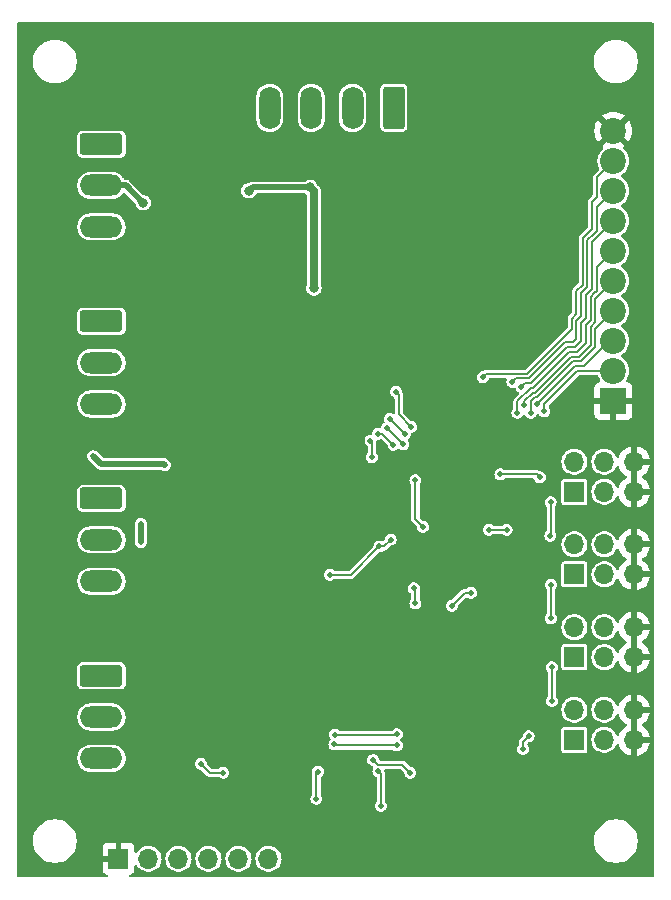
<source format=gbr>
%TF.GenerationSoftware,KiCad,Pcbnew,8.0.8*%
%TF.CreationDate,2025-06-27T13:45:21+02:00*%
%TF.ProjectId,OS-servo-decoder-8,4f532d73-6572-4766-9f2d-6465636f6465,rev?*%
%TF.SameCoordinates,Original*%
%TF.FileFunction,Copper,L2,Bot*%
%TF.FilePolarity,Positive*%
%FSLAX46Y46*%
G04 Gerber Fmt 4.6, Leading zero omitted, Abs format (unit mm)*
G04 Created by KiCad (PCBNEW 8.0.8) date 2025-06-27 13:45:21*
%MOMM*%
%LPD*%
G01*
G04 APERTURE LIST*
G04 Aperture macros list*
%AMRoundRect*
0 Rectangle with rounded corners*
0 $1 Rounding radius*
0 $2 $3 $4 $5 $6 $7 $8 $9 X,Y pos of 4 corners*
0 Add a 4 corners polygon primitive as box body*
4,1,4,$2,$3,$4,$5,$6,$7,$8,$9,$2,$3,0*
0 Add four circle primitives for the rounded corners*
1,1,$1+$1,$2,$3*
1,1,$1+$1,$4,$5*
1,1,$1+$1,$6,$7*
1,1,$1+$1,$8,$9*
0 Add four rect primitives between the rounded corners*
20,1,$1+$1,$2,$3,$4,$5,0*
20,1,$1+$1,$4,$5,$6,$7,0*
20,1,$1+$1,$6,$7,$8,$9,0*
20,1,$1+$1,$8,$9,$2,$3,0*%
G04 Aperture macros list end*
%TA.AperFunction,ComponentPad*%
%ADD10R,1.700000X1.700000*%
%TD*%
%TA.AperFunction,ComponentPad*%
%ADD11O,1.700000X1.700000*%
%TD*%
%TA.AperFunction,ComponentPad*%
%ADD12RoundRect,0.250000X-1.550000X0.650000X-1.550000X-0.650000X1.550000X-0.650000X1.550000X0.650000X0*%
%TD*%
%TA.AperFunction,ComponentPad*%
%ADD13O,3.600000X1.800000*%
%TD*%
%TA.AperFunction,ComponentPad*%
%ADD14R,2.200000X2.200000*%
%TD*%
%TA.AperFunction,ComponentPad*%
%ADD15C,2.200000*%
%TD*%
%TA.AperFunction,ComponentPad*%
%ADD16RoundRect,0.250000X0.650000X1.550000X-0.650000X1.550000X-0.650000X-1.550000X0.650000X-1.550000X0*%
%TD*%
%TA.AperFunction,ComponentPad*%
%ADD17O,1.800000X3.600000*%
%TD*%
%TA.AperFunction,ViaPad*%
%ADD18C,0.500000*%
%TD*%
%TA.AperFunction,ViaPad*%
%ADD19C,0.800000*%
%TD*%
%TA.AperFunction,Conductor*%
%ADD20C,0.200000*%
%TD*%
%TA.AperFunction,Conductor*%
%ADD21C,0.700000*%
%TD*%
%TA.AperFunction,Conductor*%
%ADD22C,0.500000*%
%TD*%
G04 APERTURE END LIST*
D10*
%TO.P,J801,1,Pin_1*%
%TO.N,/PCA9685/bus2.pin1*%
X141475000Y-148433000D03*
D11*
%TO.P,J801,2,Pin_2*%
%TO.N,/PCA9685/bus2.pin2*%
X141475000Y-145893000D03*
%TO.P,J801,3,Pin_3*%
%TO.N,+5VA*%
X144015000Y-148433000D03*
%TO.P,J801,4,Pin_4*%
X144015000Y-145893000D03*
%TO.P,J801,5,Pin_5*%
%TO.N,GND*%
X146555000Y-148433000D03*
%TO.P,J801,6,Pin_6*%
X146555000Y-145893000D03*
%TD*%
D12*
%TO.P,J401,1,Pin_1*%
%TO.N,/ULN2803/2.pin2*%
X101432500Y-127000000D03*
D13*
%TO.P,J401,2,Pin_2*%
%TO.N,VCC*%
X101432500Y-130500000D03*
%TO.P,J401,3,Pin_3*%
%TO.N,/ULN2803/2.pin1*%
X101432500Y-134000000D03*
%TD*%
D12*
%TO.P,J1401,1,Pin_1*%
%TO.N,/ULN2803/3.pin2*%
X101432500Y-142000000D03*
D13*
%TO.P,J1401,2,Pin_2*%
%TO.N,VCC*%
X101432500Y-145500000D03*
%TO.P,J1401,3,Pin_3*%
%TO.N,/ULN2803/3.pin1*%
X101432500Y-149000000D03*
%TD*%
D10*
%TO.P,J1001,1,Pin_1*%
%TO.N,/PCA9685/bus4.pin1*%
X141475000Y-162433000D03*
D11*
%TO.P,J1001,2,Pin_2*%
%TO.N,/PCA9685/bus4.pin2*%
X141475000Y-159893000D03*
%TO.P,J1001,3,Pin_3*%
%TO.N,+5VA*%
X144015000Y-162433000D03*
%TO.P,J1001,4,Pin_4*%
X144015000Y-159893000D03*
%TO.P,J1001,5,Pin_5*%
%TO.N,GND*%
X146555000Y-162433000D03*
%TO.P,J1001,6,Pin_6*%
X146555000Y-159893000D03*
%TD*%
D10*
%TO.P,J701,1,Pin_1*%
%TO.N,/PCA9685/bus1.pin1*%
X141475000Y-141433000D03*
D11*
%TO.P,J701,2,Pin_2*%
%TO.N,/PCA9685/bus1.pin2*%
X141475000Y-138893000D03*
%TO.P,J701,3,Pin_3*%
%TO.N,+5VA*%
X144015000Y-141433000D03*
%TO.P,J701,4,Pin_4*%
X144015000Y-138893000D03*
%TO.P,J701,5,Pin_5*%
%TO.N,GND*%
X146555000Y-141433000D03*
%TO.P,J701,6,Pin_6*%
X146555000Y-138893000D03*
%TD*%
D12*
%TO.P,J1301,1,Pin_1*%
%TO.N,/ULN2803/1.pin2*%
X101432500Y-112000000D03*
D13*
%TO.P,J1301,2,Pin_2*%
%TO.N,VCC*%
X101432500Y-115500000D03*
%TO.P,J1301,3,Pin_3*%
%TO.N,/ULN2803/1.pin1*%
X101432500Y-119000000D03*
%TD*%
D14*
%TO.P,J501,1,Pin_1*%
%TO.N,GND*%
X144780000Y-133731000D03*
D15*
%TO.P,J501,2,Pin_2*%
%TO.N,/atmega/sw8*%
X144780000Y-131191000D03*
%TO.P,J501,3,Pin_3*%
%TO.N,/atmega/sw7*%
X144780000Y-128651000D03*
%TO.P,J501,4,Pin_4*%
%TO.N,/atmega/sw6*%
X144780000Y-126111000D03*
%TO.P,J501,5,Pin_5*%
%TO.N,/atmega/sw5*%
X144780000Y-123571000D03*
%TO.P,J501,6,Pin_6*%
%TO.N,/atmega/sw4*%
X144780000Y-121031000D03*
%TO.P,J501,7,Pin_7*%
%TO.N,/atmega/sw3*%
X144780000Y-118491000D03*
%TO.P,J501,8,Pin_8*%
%TO.N,/atmega/sw2*%
X144780000Y-115951000D03*
%TO.P,J501,9,Pin_9*%
%TO.N,/atmega/sw1*%
X144780000Y-113411000D03*
%TO.P,J501,10,Pin_10*%
%TO.N,GND*%
X144780000Y-110871000D03*
%TD*%
D10*
%TO.P,J901,1,Pin_1*%
%TO.N,/PCA9685/bus3.pin1*%
X141475000Y-155433000D03*
D11*
%TO.P,J901,2,Pin_2*%
%TO.N,/PCA9685/bus3.pin2*%
X141475000Y-152893000D03*
%TO.P,J901,3,Pin_3*%
%TO.N,+5VA*%
X144015000Y-155433000D03*
%TO.P,J901,4,Pin_4*%
X144015000Y-152893000D03*
%TO.P,J901,5,Pin_5*%
%TO.N,GND*%
X146555000Y-155433000D03*
%TO.P,J901,6,Pin_6*%
X146555000Y-152893000D03*
%TD*%
D10*
%TO.P,J201,1,Pin_1*%
%TO.N,GND*%
X102880000Y-172500000D03*
D11*
%TO.P,J201,2,Pin_2*%
%TO.N,+5V*%
X105420000Y-172500000D03*
%TO.P,J201,3,Pin_3*%
%TO.N,/atmega/LED*%
X107960000Y-172500000D03*
%TO.P,J201,4,Pin_4*%
%TO.N,/atmega/LED2*%
X110500000Y-172500000D03*
%TO.P,J201,5,Pin_5*%
%TO.N,/atmega/MOSI*%
X113040000Y-172500000D03*
%TO.P,J201,6,Pin_6*%
%TO.N,/atmega/reset*%
X115580000Y-172500000D03*
%TD*%
D12*
%TO.P,J1501,1,Pin_1*%
%TO.N,/ULN2803/4.pin2*%
X101432500Y-157000000D03*
D13*
%TO.P,J1501,2,Pin_2*%
%TO.N,VCC*%
X101432500Y-160500000D03*
%TO.P,J1501,3,Pin_3*%
%TO.N,/ULN2803/4.pin1*%
X101432500Y-164000000D03*
%TD*%
D16*
%TO.P,J101,1,Pin_1*%
%TO.N,/Connector/B*%
X126195000Y-108932500D03*
D17*
%TO.P,J101,2,Pin_2*%
%TO.N,/Connector/A*%
X122695000Y-108932500D03*
%TO.P,J101,3,Pin_3*%
%TO.N,/Buck/A*%
X119195000Y-108932500D03*
%TO.P,J101,4,Pin_4*%
%TO.N,/Buck/B*%
X115695000Y-108932500D03*
%TD*%
D18*
%TO.N,/atmega/sw6*%
X134235000Y-144653000D03*
X135735000Y-144653000D03*
X131109563Y-151084437D03*
X132707055Y-149994922D03*
%TO.N,/DCC/DCC_TTL*%
X128658909Y-144406909D03*
X128016000Y-140462000D03*
X127685475Y-135940475D03*
X126389653Y-132979248D03*
%TO.N,/atmega/sw1*%
X133731000Y-131723000D03*
%TO.N,/atmega/sw2*%
X136217525Y-132123000D03*
%TO.N,/atmega/sw3*%
X136980496Y-132523000D03*
%TO.N,GND*%
X142494000Y-143510000D03*
D19*
X117650500Y-126461000D03*
D18*
X115951000Y-158369000D03*
D19*
X122222500Y-121000000D03*
D18*
X139954000Y-161163000D03*
X138938000Y-136398000D03*
X136652000Y-167132000D03*
X120650000Y-164719000D03*
X129286000Y-165481000D03*
X96393000Y-138811000D03*
X139827000Y-140081000D03*
X121158000Y-161163000D03*
X116064000Y-117031000D03*
X139827000Y-154051000D03*
X112268000Y-135255000D03*
X96774000Y-146685000D03*
X107315000Y-136652000D03*
X108077000Y-130429000D03*
X118491000Y-172466000D03*
X111760000Y-105029000D03*
X108458000Y-106172000D03*
X141859000Y-157607000D03*
X134874000Y-169545000D03*
X108331000Y-158115000D03*
X135763000Y-111633000D03*
X135001000Y-136017000D03*
X114173000Y-139954000D03*
X105283000Y-170434000D03*
X141859000Y-164465000D03*
X141605000Y-133858000D03*
X105791000Y-151257000D03*
X97282000Y-118872000D03*
D19*
X122730500Y-124048000D03*
D18*
X146812000Y-130175000D03*
X123698000Y-172847000D03*
X132080000Y-170815000D03*
X145034000Y-136652000D03*
X121412000Y-163957000D03*
X133350000Y-140716000D03*
X147066000Y-113538000D03*
X129794000Y-170815000D03*
X127889000Y-145161000D03*
X105029000Y-165608000D03*
X106680000Y-133223000D03*
X113284000Y-163576000D03*
X117080000Y-117285000D03*
X126365000Y-147701000D03*
X139700000Y-135636000D03*
X104648000Y-168021000D03*
D19*
X121841500Y-114523000D03*
D18*
X134493000Y-172847000D03*
X107061000Y-134874000D03*
X129667000Y-163322000D03*
X115189000Y-152146000D03*
X121412000Y-170561000D03*
X97282000Y-163703000D03*
X117983000Y-164211000D03*
X102235000Y-109474000D03*
X118872000Y-141986000D03*
X145415000Y-164592000D03*
X129413000Y-107061000D03*
X109474000Y-104902000D03*
X109728000Y-130429000D03*
X124079000Y-149860000D03*
X116826000Y-116523000D03*
D19*
X124730750Y-124038750D03*
D18*
X140208000Y-170688000D03*
X128651000Y-154178000D03*
X104013000Y-108077000D03*
X104394000Y-105791000D03*
X128651000Y-137414000D03*
D19*
X117777500Y-121000000D03*
D18*
X112522000Y-168656000D03*
X96139000Y-155702000D03*
X105410000Y-104902000D03*
X139573000Y-138557000D03*
X133477000Y-130556000D03*
D19*
X122222500Y-118968000D03*
D18*
X107442000Y-131826000D03*
X138303000Y-104267000D03*
X132842000Y-141986000D03*
X105283000Y-157226000D03*
D19*
X116761500Y-124429000D03*
D18*
X118237000Y-141351000D03*
D19*
X133629000Y-135838000D03*
D18*
X106553000Y-104902000D03*
X127508000Y-172593000D03*
X110871000Y-137033000D03*
X141859000Y-150495000D03*
X125603000Y-132588000D03*
X129540000Y-143256000D03*
X133731000Y-134366000D03*
X119253000Y-136398000D03*
X112903000Y-166370000D03*
X139319000Y-110490000D03*
X116078000Y-138557000D03*
X130556000Y-144653000D03*
X104394000Y-159766000D03*
X109093000Y-137033000D03*
X112649000Y-106553000D03*
D19*
X117777500Y-118968000D03*
D18*
X134239000Y-140970000D03*
X145669000Y-143510000D03*
X111760000Y-131318000D03*
X147193000Y-122301000D03*
X112014000Y-133604000D03*
X130429000Y-130937000D03*
X108331000Y-151511000D03*
D19*
X120698500Y-113126000D03*
D18*
X139954000Y-147193000D03*
X134874000Y-157861000D03*
X141732000Y-111633000D03*
X143002000Y-166751000D03*
X98044000Y-113919000D03*
X113665000Y-141351000D03*
D19*
X131597000Y-137743000D03*
D18*
X105664000Y-109601000D03*
X118110000Y-139954000D03*
X111760000Y-171450000D03*
X114300000Y-139065000D03*
X136017000Y-162687000D03*
D19*
X126127750Y-126197750D03*
D18*
X123698000Y-170307000D03*
X108458000Y-108585000D03*
X122682000Y-136525000D03*
D19*
X122984500Y-122778000D03*
D18*
X125095000Y-152527000D03*
D19*
X117777500Y-119984000D03*
D18*
X129667000Y-162306000D03*
X123382750Y-126430750D03*
X115062000Y-155575000D03*
X128905000Y-148336000D03*
X108077000Y-104902000D03*
X124779750Y-128462750D03*
X103378000Y-106680000D03*
X141351000Y-137033000D03*
X108458000Y-107442000D03*
X113284000Y-105029000D03*
X128524000Y-135636000D03*
X97536000Y-129540000D03*
D19*
X122222500Y-119984000D03*
D18*
X138303000Y-172720000D03*
X118999000Y-103505000D03*
%TO.N,+5V*%
X139573000Y-159149500D03*
X137140341Y-163214659D03*
X137600659Y-162119341D03*
X124955878Y-146062123D03*
X135213000Y-139954000D03*
X124333000Y-138495000D03*
X120770443Y-148463000D03*
X139473303Y-142303500D03*
X139482000Y-149303500D03*
X139573000Y-156303500D03*
X139440017Y-145149500D03*
X119634000Y-167428000D03*
X124214901Y-137095000D03*
X139481522Y-152149500D03*
X138557000Y-140208000D03*
X119761000Y-165128000D03*
X125924196Y-145474805D03*
D19*
%TO.N,VCC*%
X104965250Y-116967000D03*
D18*
X106807000Y-139192000D03*
X100732500Y-138430000D03*
D19*
X119428500Y-124175000D03*
X113919000Y-115951000D03*
X119104450Y-115667550D03*
D18*
%TO.N,/atmega/LED*%
X109855000Y-164465000D03*
X111760000Y-165227000D03*
%TO.N,/atmega/sw1*%
X126161475Y-137464475D03*
X124841000Y-136525000D03*
%TO.N,/atmega/sw2*%
X125616025Y-136030025D03*
X127000000Y-137414000D03*
%TO.N,/ULN2803/3.pin2*%
X104775000Y-144145000D03*
X104775000Y-145700000D03*
%TO.N,/PCA9685/SDA*%
X121158000Y-162814000D03*
X126450000Y-162907655D03*
%TO.N,/PCA9685/SCL*%
X126450000Y-161957422D03*
X121221500Y-161988500D03*
%TO.N,/atmega/MOSI*%
X127889000Y-149606000D03*
X128016000Y-150876000D03*
%TO.N,/atmega/sw3*%
X127127000Y-136525000D03*
X125857000Y-135255000D03*
%TO.N,/atmega/sw4*%
X136652000Y-134747000D03*
%TO.N,/atmega/sw5*%
X137202000Y-134112000D03*
%TO.N,/atmega/sw6*%
X137795000Y-134747000D03*
%TO.N,/atmega/sw7*%
X138345000Y-133985000D03*
%TO.N,/atmega/sw8*%
X138938000Y-134620000D03*
%TO.N,/atmega/toggle*%
X124888000Y-165100000D03*
X125095000Y-168021000D03*
%TO.N,/atmega/conf*%
X124430826Y-164141174D03*
X127588000Y-165227000D03*
%TO.N,GND*%
X104394000Y-109601000D03*
%TD*%
D20*
%TO.N,/atmega/sw6*%
X135735000Y-144653000D02*
X134235000Y-144653000D01*
X131109563Y-151084437D02*
X132199078Y-149994922D01*
X132199078Y-149994922D02*
X132707055Y-149994922D01*
%TO.N,/DCC/DCC_TTL*%
X128016000Y-143764000D02*
X128658909Y-144406909D01*
X128016000Y-140462000D02*
X128016000Y-143764000D01*
X126619000Y-134874000D02*
X127685475Y-135940475D01*
X126619000Y-133208595D02*
X126619000Y-134874000D01*
X126389653Y-132979248D02*
X126619000Y-133208595D01*
%TO.N,/atmega/sw1*%
X134019000Y-131435000D02*
X133731000Y-131723000D01*
X141256000Y-127658884D02*
X137479884Y-131435000D01*
X141256000Y-126806574D02*
X141256000Y-127658884D01*
X141656000Y-126406574D02*
X141256000Y-126806574D01*
X141656000Y-124432258D02*
X141656000Y-126406574D01*
X142180000Y-123908258D02*
X141656000Y-124432258D01*
X142180000Y-119959628D02*
X142180000Y-123908258D01*
X137479884Y-131435000D02*
X134019000Y-131435000D01*
X142980000Y-116859000D02*
X142980000Y-119159628D01*
X142980000Y-119159628D02*
X142180000Y-119959628D01*
X143380000Y-114811000D02*
X143380000Y-116459000D01*
X143380000Y-116459000D02*
X142980000Y-116859000D01*
X144780000Y-113411000D02*
X143380000Y-114811000D01*
%TO.N,/atmega/sw2*%
X143380000Y-117351000D02*
X144780000Y-115951000D01*
X142580000Y-120125315D02*
X143100157Y-119605157D01*
X142580000Y-124073944D02*
X142580000Y-120125315D01*
X142056000Y-124597944D02*
X142580000Y-124073944D01*
X142056000Y-126572259D02*
X142056000Y-124597944D01*
X141361256Y-128791000D02*
X141656000Y-128496256D01*
X137645570Y-131835000D02*
X140689570Y-128791000D01*
X141656000Y-126972259D02*
X142056000Y-126572259D01*
X143380000Y-119325314D02*
X143380000Y-117351000D01*
X136505525Y-131835000D02*
X137645570Y-131835000D01*
X140689570Y-128791000D02*
X141361256Y-128791000D01*
X141656000Y-128496256D02*
X141656000Y-126972259D01*
X136217525Y-132123000D02*
X136505525Y-131835000D01*
X143100157Y-119605157D02*
X143380000Y-119325314D01*
%TO.N,/atmega/sw3*%
X142980000Y-124239630D02*
X142980000Y-120291000D01*
X142456000Y-124763630D02*
X142980000Y-124239630D01*
X142980000Y-120291000D02*
X144780000Y-118491000D01*
X142056000Y-128661942D02*
X142056000Y-127137944D01*
X142290315Y-126903630D02*
X142456000Y-126737945D01*
X141526942Y-129191000D02*
X142056000Y-128661942D01*
X140855256Y-129191000D02*
X141526942Y-129191000D01*
X137811256Y-132235000D02*
X140855256Y-129191000D01*
X137268496Y-132235000D02*
X137811256Y-132235000D01*
X136980496Y-132523000D02*
X137268496Y-132235000D01*
X142056000Y-127137944D02*
X142290315Y-126903630D01*
X142456000Y-126737945D02*
X142456000Y-124763630D01*
%TO.N,/atmega/sw4*%
X136652000Y-133768810D02*
X136652000Y-134747000D01*
X137785810Y-132635000D02*
X136652000Y-133768810D01*
X137976942Y-132635000D02*
X137785810Y-132635000D01*
X141020942Y-129591000D02*
X137976942Y-132635000D01*
X142456000Y-127303630D02*
X142456000Y-128827628D01*
X142856000Y-124929315D02*
X142856000Y-126903630D01*
X142456000Y-128827628D02*
X141692628Y-129591000D01*
X141692628Y-129591000D02*
X141020942Y-129591000D01*
X143163658Y-124621658D02*
X142856000Y-124929315D01*
X142856000Y-126903630D02*
X142456000Y-127303630D01*
X143380000Y-124405316D02*
X143163658Y-124621658D01*
X143380000Y-122431000D02*
X143380000Y-124405316D01*
X144780000Y-121031000D02*
X143380000Y-122431000D01*
%TO.N,/atmega/sw5*%
X143256000Y-125095000D02*
X144780000Y-123571000D01*
X143256000Y-127069315D02*
X143256000Y-125095000D01*
X142856000Y-127469315D02*
X143256000Y-127069315D01*
X142856000Y-128993314D02*
X142856000Y-127469315D01*
X141186628Y-129991000D02*
X141858314Y-129991000D01*
X137202000Y-133784496D02*
X137951496Y-133035000D01*
X138142628Y-133035000D02*
X141186628Y-129991000D01*
X137951496Y-133035000D02*
X138142628Y-133035000D01*
X141858314Y-129991000D02*
X142856000Y-128993314D01*
X137202000Y-134112000D02*
X137202000Y-133784496D01*
%TO.N,/atmega/sw6*%
X143256000Y-127635000D02*
X143256000Y-129159000D01*
X144780000Y-126111000D02*
X143256000Y-127635000D01*
X142240000Y-130175000D02*
X143256000Y-129159000D01*
X141352314Y-130391000D02*
X141605000Y-130391000D01*
X138308314Y-133435000D02*
X138729157Y-133014157D01*
X142024000Y-130391000D02*
X142240000Y-130175000D01*
X138729157Y-133014157D02*
X141352314Y-130391000D01*
X137795000Y-133757182D02*
X138117182Y-133435000D01*
X141605000Y-130391000D02*
X142024000Y-130391000D01*
X138117182Y-133435000D02*
X138308314Y-133435000D01*
X137795000Y-134747000D02*
X137795000Y-133757182D01*
%TO.N,/atmega/sw7*%
X141518000Y-130791000D02*
X138345000Y-133964000D01*
X142259000Y-130791000D02*
X141518000Y-130791000D01*
X138345000Y-133964000D02*
X138345000Y-133985000D01*
X144399000Y-128651000D02*
X142259000Y-130791000D01*
X144780000Y-128651000D02*
X144399000Y-128651000D01*
%TO.N,/atmega/sw8*%
X138938000Y-133985000D02*
X141732000Y-131191000D01*
X138938000Y-134620000D02*
X138938000Y-133985000D01*
X141732000Y-131191000D02*
X144780000Y-131191000D01*
%TO.N,+5V*%
X120770443Y-148463000D02*
X122555001Y-148463000D01*
X124333000Y-138495000D02*
X124333000Y-137213099D01*
X119634000Y-165255000D02*
X119761000Y-165128000D01*
X137140341Y-162579659D02*
X137600659Y-162119341D01*
X124955878Y-146062123D02*
X125336878Y-146062123D01*
X139573000Y-156303500D02*
X139573000Y-159149500D01*
X139482000Y-152149022D02*
X139481522Y-152149500D01*
X137140341Y-163214659D02*
X137140341Y-162579659D01*
X125336878Y-146062123D02*
X125924196Y-145474805D01*
X122555001Y-148463000D02*
X124955878Y-146062123D01*
X139482000Y-149303500D02*
X139482000Y-152149022D01*
X139473303Y-142303500D02*
X139473303Y-145116214D01*
X139473303Y-145116214D02*
X139440017Y-145149500D01*
X119634000Y-167428000D02*
X119634000Y-165255000D01*
X124333000Y-137213099D02*
X124214901Y-137095000D01*
X138303000Y-139954000D02*
X138557000Y-140208000D01*
X135213000Y-139954000D02*
X138303000Y-139954000D01*
D21*
%TO.N,VCC*%
X119428500Y-115991600D02*
X119104450Y-115667550D01*
D22*
X106680000Y-139065000D02*
X101367500Y-139065000D01*
D21*
X119428500Y-124175000D02*
X119428500Y-115991600D01*
D22*
X114032000Y-115888000D02*
X113982000Y-115888000D01*
X101432500Y-115500000D02*
X103498250Y-115500000D01*
X114252450Y-115667550D02*
X114032000Y-115888000D01*
X113982000Y-115888000D02*
X113919000Y-115951000D01*
X103498250Y-115500000D02*
X104965250Y-116967000D01*
X106807000Y-139192000D02*
X106680000Y-139065000D01*
X119104450Y-115667550D02*
X114252450Y-115667550D01*
X101367500Y-139065000D02*
X100732500Y-138430000D01*
D20*
%TO.N,/atmega/LED*%
X110617000Y-165227000D02*
X109855000Y-164465000D01*
X111760000Y-165227000D02*
X110617000Y-165227000D01*
%TO.N,/atmega/sw1*%
X125222000Y-136525000D02*
X124841000Y-136525000D01*
X126161475Y-137464475D02*
X125222000Y-136525000D01*
%TO.N,/atmega/sw2*%
X127000000Y-137414000D02*
X125616025Y-136030025D01*
D22*
%TO.N,/ULN2803/3.pin2*%
X104775000Y-144145000D02*
X104775000Y-145700000D01*
D20*
%TO.N,/PCA9685/SDA*%
X121158000Y-162814000D02*
X121251655Y-162907655D01*
X121251655Y-162907655D02*
X126450000Y-162907655D01*
%TO.N,/PCA9685/SCL*%
X126355422Y-162052000D02*
X126450000Y-161957422D01*
X121221500Y-161988500D02*
X121285000Y-162052000D01*
X121285000Y-162052000D02*
X126355422Y-162052000D01*
%TO.N,/atmega/MOSI*%
X128016000Y-149733000D02*
X127889000Y-149606000D01*
X128016000Y-150876000D02*
X128016000Y-149733000D01*
%TO.N,/atmega/sw3*%
X127127000Y-136525000D02*
X125857000Y-135255000D01*
%TO.N,/atmega/toggle*%
X125095000Y-168021000D02*
X125095000Y-165307000D01*
X125095000Y-165307000D02*
X124888000Y-165100000D01*
%TO.N,/atmega/conf*%
X124839652Y-164550000D02*
X124430826Y-164141174D01*
X126911000Y-164550000D02*
X124839652Y-164550000D01*
X127588000Y-165227000D02*
X126911000Y-164550000D01*
%TD*%
%TA.AperFunction,Conductor*%
%TO.N,GND*%
G36*
X146805000Y-161999988D02*
G01*
X146747993Y-161967075D01*
X146620826Y-161933000D01*
X146489174Y-161933000D01*
X146362007Y-161967075D01*
X146305000Y-161999988D01*
X146305000Y-160326012D01*
X146362007Y-160358925D01*
X146489174Y-160393000D01*
X146620826Y-160393000D01*
X146747993Y-160358925D01*
X146805000Y-160326012D01*
X146805000Y-161999988D01*
G37*
%TD.AperFunction*%
%TA.AperFunction,Conductor*%
G36*
X146805000Y-154999988D02*
G01*
X146747993Y-154967075D01*
X146620826Y-154933000D01*
X146489174Y-154933000D01*
X146362007Y-154967075D01*
X146305000Y-154999988D01*
X146305000Y-153326012D01*
X146362007Y-153358925D01*
X146489174Y-153393000D01*
X146620826Y-153393000D01*
X146747993Y-153358925D01*
X146805000Y-153326012D01*
X146805000Y-154999988D01*
G37*
%TD.AperFunction*%
%TA.AperFunction,Conductor*%
G36*
X146805000Y-147999988D02*
G01*
X146747993Y-147967075D01*
X146620826Y-147933000D01*
X146489174Y-147933000D01*
X146362007Y-147967075D01*
X146305000Y-147999988D01*
X146305000Y-146326012D01*
X146362007Y-146358925D01*
X146489174Y-146393000D01*
X146620826Y-146393000D01*
X146747993Y-146358925D01*
X146805000Y-146326012D01*
X146805000Y-147999988D01*
G37*
%TD.AperFunction*%
%TA.AperFunction,Conductor*%
G36*
X146805000Y-140999988D02*
G01*
X146747993Y-140967075D01*
X146620826Y-140933000D01*
X146489174Y-140933000D01*
X146362007Y-140967075D01*
X146305000Y-140999988D01*
X146305000Y-139326012D01*
X146362007Y-139358925D01*
X146489174Y-139393000D01*
X146620826Y-139393000D01*
X146747993Y-139358925D01*
X146805000Y-139326012D01*
X146805000Y-140999988D01*
G37*
%TD.AperFunction*%
%TA.AperFunction,Conductor*%
G36*
X148142539Y-101701185D02*
G01*
X148188294Y-101753989D01*
X148199500Y-101805500D01*
X148199500Y-173956500D01*
X148179815Y-174023539D01*
X148127011Y-174069294D01*
X148075500Y-174080500D01*
X103889504Y-174080500D01*
X103822465Y-174060815D01*
X103776710Y-174008011D01*
X103766766Y-173938853D01*
X103795791Y-173875297D01*
X103846171Y-173840318D01*
X103972086Y-173793354D01*
X103972093Y-173793350D01*
X104087187Y-173707190D01*
X104087190Y-173707187D01*
X104173350Y-173592093D01*
X104173354Y-173592086D01*
X104223596Y-173457379D01*
X104223598Y-173457372D01*
X104229999Y-173397844D01*
X104230000Y-173397827D01*
X104230000Y-173106312D01*
X104249685Y-173039273D01*
X104302489Y-172993518D01*
X104371647Y-172983574D01*
X104435203Y-173012599D01*
X104465000Y-173051041D01*
X104480325Y-173081819D01*
X104603237Y-173244581D01*
X104753958Y-173381980D01*
X104753960Y-173381982D01*
X104853141Y-173443392D01*
X104927363Y-173489348D01*
X105117544Y-173563024D01*
X105318024Y-173600500D01*
X105318026Y-173600500D01*
X105521974Y-173600500D01*
X105521976Y-173600500D01*
X105722456Y-173563024D01*
X105912637Y-173489348D01*
X106086041Y-173381981D01*
X106236764Y-173244579D01*
X106359673Y-173081821D01*
X106450582Y-172899250D01*
X106506397Y-172703083D01*
X106525215Y-172500000D01*
X106525215Y-172499999D01*
X106854785Y-172499999D01*
X106854785Y-172500000D01*
X106873602Y-172703082D01*
X106929417Y-172899247D01*
X106929422Y-172899260D01*
X107020327Y-173081821D01*
X107143237Y-173244581D01*
X107293958Y-173381980D01*
X107293960Y-173381982D01*
X107393141Y-173443392D01*
X107467363Y-173489348D01*
X107657544Y-173563024D01*
X107858024Y-173600500D01*
X107858026Y-173600500D01*
X108061974Y-173600500D01*
X108061976Y-173600500D01*
X108262456Y-173563024D01*
X108452637Y-173489348D01*
X108626041Y-173381981D01*
X108776764Y-173244579D01*
X108899673Y-173081821D01*
X108990582Y-172899250D01*
X109046397Y-172703083D01*
X109065215Y-172500000D01*
X109065215Y-172499999D01*
X109394785Y-172499999D01*
X109394785Y-172500000D01*
X109413602Y-172703082D01*
X109469417Y-172899247D01*
X109469422Y-172899260D01*
X109560327Y-173081821D01*
X109683237Y-173244581D01*
X109833958Y-173381980D01*
X109833960Y-173381982D01*
X109933141Y-173443392D01*
X110007363Y-173489348D01*
X110197544Y-173563024D01*
X110398024Y-173600500D01*
X110398026Y-173600500D01*
X110601974Y-173600500D01*
X110601976Y-173600500D01*
X110802456Y-173563024D01*
X110992637Y-173489348D01*
X111166041Y-173381981D01*
X111316764Y-173244579D01*
X111439673Y-173081821D01*
X111530582Y-172899250D01*
X111586397Y-172703083D01*
X111605215Y-172500000D01*
X111605215Y-172499999D01*
X111934785Y-172499999D01*
X111934785Y-172500000D01*
X111953602Y-172703082D01*
X112009417Y-172899247D01*
X112009422Y-172899260D01*
X112100327Y-173081821D01*
X112223237Y-173244581D01*
X112373958Y-173381980D01*
X112373960Y-173381982D01*
X112473141Y-173443392D01*
X112547363Y-173489348D01*
X112737544Y-173563024D01*
X112938024Y-173600500D01*
X112938026Y-173600500D01*
X113141974Y-173600500D01*
X113141976Y-173600500D01*
X113342456Y-173563024D01*
X113532637Y-173489348D01*
X113706041Y-173381981D01*
X113856764Y-173244579D01*
X113979673Y-173081821D01*
X114070582Y-172899250D01*
X114126397Y-172703083D01*
X114145215Y-172500000D01*
X114145215Y-172499999D01*
X114474785Y-172499999D01*
X114474785Y-172500000D01*
X114493602Y-172703082D01*
X114549417Y-172899247D01*
X114549422Y-172899260D01*
X114640327Y-173081821D01*
X114763237Y-173244581D01*
X114913958Y-173381980D01*
X114913960Y-173381982D01*
X115013141Y-173443392D01*
X115087363Y-173489348D01*
X115277544Y-173563024D01*
X115478024Y-173600500D01*
X115478026Y-173600500D01*
X115681974Y-173600500D01*
X115681976Y-173600500D01*
X115882456Y-173563024D01*
X116072637Y-173489348D01*
X116246041Y-173381981D01*
X116396764Y-173244579D01*
X116519673Y-173081821D01*
X116610582Y-172899250D01*
X116666397Y-172703083D01*
X116685215Y-172500000D01*
X116679115Y-172434174D01*
X116666397Y-172296917D01*
X116645290Y-172222736D01*
X116610582Y-172100750D01*
X116610159Y-172099901D01*
X116531225Y-171941379D01*
X116519673Y-171918179D01*
X116396764Y-171755421D01*
X116396762Y-171755418D01*
X116246041Y-171618019D01*
X116246039Y-171618017D01*
X116072642Y-171510655D01*
X116072635Y-171510651D01*
X115977546Y-171473814D01*
X115882456Y-171436976D01*
X115681976Y-171399500D01*
X115478024Y-171399500D01*
X115277544Y-171436976D01*
X115277541Y-171436976D01*
X115277541Y-171436977D01*
X115087364Y-171510651D01*
X115087357Y-171510655D01*
X114913960Y-171618017D01*
X114913958Y-171618019D01*
X114763237Y-171755418D01*
X114640327Y-171918178D01*
X114549422Y-172100739D01*
X114549417Y-172100752D01*
X114493602Y-172296917D01*
X114474785Y-172499999D01*
X114145215Y-172499999D01*
X114139115Y-172434174D01*
X114126397Y-172296917D01*
X114105290Y-172222736D01*
X114070582Y-172100750D01*
X114070159Y-172099901D01*
X113991225Y-171941379D01*
X113979673Y-171918179D01*
X113856764Y-171755421D01*
X113856762Y-171755418D01*
X113706041Y-171618019D01*
X113706039Y-171618017D01*
X113532642Y-171510655D01*
X113532635Y-171510651D01*
X113437546Y-171473814D01*
X113342456Y-171436976D01*
X113141976Y-171399500D01*
X112938024Y-171399500D01*
X112737544Y-171436976D01*
X112737541Y-171436976D01*
X112737541Y-171436977D01*
X112547364Y-171510651D01*
X112547357Y-171510655D01*
X112373960Y-171618017D01*
X112373958Y-171618019D01*
X112223237Y-171755418D01*
X112100327Y-171918178D01*
X112009422Y-172100739D01*
X112009417Y-172100752D01*
X111953602Y-172296917D01*
X111934785Y-172499999D01*
X111605215Y-172499999D01*
X111599115Y-172434174D01*
X111586397Y-172296917D01*
X111565290Y-172222736D01*
X111530582Y-172100750D01*
X111530159Y-172099901D01*
X111451225Y-171941379D01*
X111439673Y-171918179D01*
X111316764Y-171755421D01*
X111316762Y-171755418D01*
X111166041Y-171618019D01*
X111166039Y-171618017D01*
X110992642Y-171510655D01*
X110992635Y-171510651D01*
X110897546Y-171473814D01*
X110802456Y-171436976D01*
X110601976Y-171399500D01*
X110398024Y-171399500D01*
X110197544Y-171436976D01*
X110197541Y-171436976D01*
X110197541Y-171436977D01*
X110007364Y-171510651D01*
X110007357Y-171510655D01*
X109833960Y-171618017D01*
X109833958Y-171618019D01*
X109683237Y-171755418D01*
X109560327Y-171918178D01*
X109469422Y-172100739D01*
X109469417Y-172100752D01*
X109413602Y-172296917D01*
X109394785Y-172499999D01*
X109065215Y-172499999D01*
X109059115Y-172434174D01*
X109046397Y-172296917D01*
X109025290Y-172222736D01*
X108990582Y-172100750D01*
X108990159Y-172099901D01*
X108911225Y-171941379D01*
X108899673Y-171918179D01*
X108776764Y-171755421D01*
X108776762Y-171755418D01*
X108626041Y-171618019D01*
X108626039Y-171618017D01*
X108452642Y-171510655D01*
X108452635Y-171510651D01*
X108357546Y-171473814D01*
X108262456Y-171436976D01*
X108061976Y-171399500D01*
X107858024Y-171399500D01*
X107657544Y-171436976D01*
X107657541Y-171436976D01*
X107657541Y-171436977D01*
X107467364Y-171510651D01*
X107467357Y-171510655D01*
X107293960Y-171618017D01*
X107293958Y-171618019D01*
X107143237Y-171755418D01*
X107020327Y-171918178D01*
X106929422Y-172100739D01*
X106929417Y-172100752D01*
X106873602Y-172296917D01*
X106854785Y-172499999D01*
X106525215Y-172499999D01*
X106519115Y-172434174D01*
X106506397Y-172296917D01*
X106485290Y-172222736D01*
X106450582Y-172100750D01*
X106450159Y-172099901D01*
X106371225Y-171941379D01*
X106359673Y-171918179D01*
X106236764Y-171755421D01*
X106236762Y-171755418D01*
X106086041Y-171618019D01*
X106086039Y-171618017D01*
X105912642Y-171510655D01*
X105912635Y-171510651D01*
X105817546Y-171473814D01*
X105722456Y-171436976D01*
X105521976Y-171399500D01*
X105318024Y-171399500D01*
X105117544Y-171436976D01*
X105117541Y-171436976D01*
X105117541Y-171436977D01*
X104927364Y-171510651D01*
X104927357Y-171510655D01*
X104753960Y-171618017D01*
X104753958Y-171618019D01*
X104603237Y-171755418D01*
X104480328Y-171918176D01*
X104465000Y-171948960D01*
X104417496Y-172000196D01*
X104349833Y-172017617D01*
X104283493Y-171995691D01*
X104239538Y-171941379D01*
X104230000Y-171893687D01*
X104230000Y-171602172D01*
X104229999Y-171602155D01*
X104223598Y-171542627D01*
X104223596Y-171542620D01*
X104173354Y-171407913D01*
X104173350Y-171407906D01*
X104087190Y-171292812D01*
X104087187Y-171292809D01*
X103972093Y-171206649D01*
X103972086Y-171206645D01*
X103837379Y-171156403D01*
X103837372Y-171156401D01*
X103777844Y-171150000D01*
X103130000Y-171150000D01*
X103130000Y-172066988D01*
X103072993Y-172034075D01*
X102945826Y-172000000D01*
X102814174Y-172000000D01*
X102687007Y-172034075D01*
X102630000Y-172066988D01*
X102630000Y-171150000D01*
X101982155Y-171150000D01*
X101922627Y-171156401D01*
X101922620Y-171156403D01*
X101787913Y-171206645D01*
X101787906Y-171206649D01*
X101672812Y-171292809D01*
X101672809Y-171292812D01*
X101586649Y-171407906D01*
X101586645Y-171407913D01*
X101536403Y-171542620D01*
X101536401Y-171542627D01*
X101530000Y-171602155D01*
X101530000Y-172250000D01*
X102446988Y-172250000D01*
X102414075Y-172307007D01*
X102380000Y-172434174D01*
X102380000Y-172565826D01*
X102414075Y-172692993D01*
X102446988Y-172750000D01*
X101530000Y-172750000D01*
X101530000Y-173397844D01*
X101536401Y-173457372D01*
X101536403Y-173457379D01*
X101586645Y-173592086D01*
X101586649Y-173592093D01*
X101672809Y-173707187D01*
X101672812Y-173707190D01*
X101787906Y-173793350D01*
X101787913Y-173793354D01*
X101913829Y-173840318D01*
X101969763Y-173882189D01*
X101994180Y-173947654D01*
X101979328Y-174015927D01*
X101929923Y-174065332D01*
X101870496Y-174080500D01*
X94424500Y-174080500D01*
X94357461Y-174060815D01*
X94311706Y-174008011D01*
X94300500Y-173956500D01*
X94300500Y-170878711D01*
X95649500Y-170878711D01*
X95649500Y-171121288D01*
X95672080Y-171292809D01*
X95681162Y-171361789D01*
X95701309Y-171436977D01*
X95743947Y-171596104D01*
X95836773Y-171820205D01*
X95836776Y-171820212D01*
X95958064Y-172030289D01*
X95958066Y-172030292D01*
X95958067Y-172030293D01*
X96105733Y-172222736D01*
X96105739Y-172222743D01*
X96277256Y-172394260D01*
X96277263Y-172394266D01*
X96340826Y-172443039D01*
X96469711Y-172541936D01*
X96679788Y-172663224D01*
X96903900Y-172756054D01*
X97138211Y-172818838D01*
X97318586Y-172842584D01*
X97378711Y-172850500D01*
X97378712Y-172850500D01*
X97621289Y-172850500D01*
X97669388Y-172844167D01*
X97861789Y-172818838D01*
X98096100Y-172756054D01*
X98320212Y-172663224D01*
X98530289Y-172541936D01*
X98722738Y-172394265D01*
X98894265Y-172222738D01*
X99041936Y-172030289D01*
X99163224Y-171820212D01*
X99256054Y-171596100D01*
X99318838Y-171361789D01*
X99350500Y-171121288D01*
X99350500Y-170878712D01*
X99350500Y-170878711D01*
X143149500Y-170878711D01*
X143149500Y-171121288D01*
X143172080Y-171292809D01*
X143181162Y-171361789D01*
X143201309Y-171436977D01*
X143243947Y-171596104D01*
X143336773Y-171820205D01*
X143336776Y-171820212D01*
X143458064Y-172030289D01*
X143458066Y-172030292D01*
X143458067Y-172030293D01*
X143605733Y-172222736D01*
X143605739Y-172222743D01*
X143777256Y-172394260D01*
X143777263Y-172394266D01*
X143840826Y-172443039D01*
X143969711Y-172541936D01*
X144179788Y-172663224D01*
X144403900Y-172756054D01*
X144638211Y-172818838D01*
X144818586Y-172842584D01*
X144878711Y-172850500D01*
X144878712Y-172850500D01*
X145121289Y-172850500D01*
X145169388Y-172844167D01*
X145361789Y-172818838D01*
X145596100Y-172756054D01*
X145820212Y-172663224D01*
X146030289Y-172541936D01*
X146222738Y-172394265D01*
X146394265Y-172222738D01*
X146541936Y-172030289D01*
X146663224Y-171820212D01*
X146756054Y-171596100D01*
X146818838Y-171361789D01*
X146850500Y-171121288D01*
X146850500Y-170878712D01*
X146818838Y-170638211D01*
X146756054Y-170403900D01*
X146663224Y-170179788D01*
X146541936Y-169969711D01*
X146394265Y-169777262D01*
X146394260Y-169777256D01*
X146222743Y-169605739D01*
X146222736Y-169605733D01*
X146030293Y-169458067D01*
X146030292Y-169458066D01*
X146030289Y-169458064D01*
X145820212Y-169336776D01*
X145820205Y-169336773D01*
X145596104Y-169243947D01*
X145361785Y-169181161D01*
X145121289Y-169149500D01*
X145121288Y-169149500D01*
X144878712Y-169149500D01*
X144878711Y-169149500D01*
X144638214Y-169181161D01*
X144403895Y-169243947D01*
X144179794Y-169336773D01*
X144179785Y-169336777D01*
X143969706Y-169458067D01*
X143777263Y-169605733D01*
X143777256Y-169605739D01*
X143605739Y-169777256D01*
X143605733Y-169777263D01*
X143458067Y-169969706D01*
X143336777Y-170179785D01*
X143336773Y-170179794D01*
X143243947Y-170403895D01*
X143181161Y-170638214D01*
X143149500Y-170878711D01*
X99350500Y-170878711D01*
X99318838Y-170638211D01*
X99256054Y-170403900D01*
X99163224Y-170179788D01*
X99041936Y-169969711D01*
X98894265Y-169777262D01*
X98894260Y-169777256D01*
X98722743Y-169605739D01*
X98722736Y-169605733D01*
X98530293Y-169458067D01*
X98530292Y-169458066D01*
X98530289Y-169458064D01*
X98320212Y-169336776D01*
X98320205Y-169336773D01*
X98096104Y-169243947D01*
X97861785Y-169181161D01*
X97621289Y-169149500D01*
X97621288Y-169149500D01*
X97378712Y-169149500D01*
X97378711Y-169149500D01*
X97138214Y-169181161D01*
X96903895Y-169243947D01*
X96679794Y-169336773D01*
X96679785Y-169336777D01*
X96469706Y-169458067D01*
X96277263Y-169605733D01*
X96277256Y-169605739D01*
X96105739Y-169777256D01*
X96105733Y-169777263D01*
X95958067Y-169969706D01*
X95836777Y-170179785D01*
X95836773Y-170179794D01*
X95743947Y-170403895D01*
X95681161Y-170638214D01*
X95649500Y-170878711D01*
X94300500Y-170878711D01*
X94300500Y-167428000D01*
X119128353Y-167428000D01*
X119148834Y-167570456D01*
X119190282Y-167661213D01*
X119208623Y-167701373D01*
X119302872Y-167810143D01*
X119423947Y-167887953D01*
X119423950Y-167887954D01*
X119423949Y-167887954D01*
X119562036Y-167928499D01*
X119562038Y-167928500D01*
X119562039Y-167928500D01*
X119705962Y-167928500D01*
X119705962Y-167928499D01*
X119844053Y-167887953D01*
X119965128Y-167810143D01*
X120059377Y-167701373D01*
X120119165Y-167570457D01*
X120139647Y-167428000D01*
X120119165Y-167285543D01*
X120059377Y-167154627D01*
X120059374Y-167154623D01*
X120014786Y-167103164D01*
X119985762Y-167039608D01*
X119984500Y-167021963D01*
X119984500Y-165647020D01*
X120004185Y-165579981D01*
X120041459Y-165542705D01*
X120092128Y-165510143D01*
X120186377Y-165401373D01*
X120246165Y-165270457D01*
X120266647Y-165128000D01*
X120246165Y-164985543D01*
X120186377Y-164854627D01*
X120092128Y-164745857D01*
X119971053Y-164668047D01*
X119971051Y-164668046D01*
X119971049Y-164668045D01*
X119971050Y-164668045D01*
X119832963Y-164627500D01*
X119832961Y-164627500D01*
X119689039Y-164627500D01*
X119689036Y-164627500D01*
X119550949Y-164668045D01*
X119429873Y-164745856D01*
X119429872Y-164745856D01*
X119429872Y-164745857D01*
X119417290Y-164760377D01*
X119335623Y-164854626D01*
X119335622Y-164854628D01*
X119275834Y-164985543D01*
X119255353Y-165128000D01*
X119275835Y-165270458D01*
X119278333Y-165278965D01*
X119275979Y-165279656D01*
X119283500Y-165314216D01*
X119283500Y-167021963D01*
X119263815Y-167089002D01*
X119253214Y-167103164D01*
X119208625Y-167154623D01*
X119208622Y-167154628D01*
X119148834Y-167285543D01*
X119128353Y-167428000D01*
X94300500Y-167428000D01*
X94300500Y-163909448D01*
X99382000Y-163909448D01*
X99382000Y-164090551D01*
X99410329Y-164269410D01*
X99466287Y-164441636D01*
X99466288Y-164441639D01*
X99507906Y-164523317D01*
X99547553Y-164601128D01*
X99548506Y-164602997D01*
X99654941Y-164749494D01*
X99654945Y-164749499D01*
X99783000Y-164877554D01*
X99783005Y-164877558D01*
X99848241Y-164924954D01*
X99929506Y-164983996D01*
X100034984Y-165037740D01*
X100090860Y-165066211D01*
X100090863Y-165066212D01*
X100147282Y-165084543D01*
X100263091Y-165122171D01*
X100345929Y-165135291D01*
X100441949Y-165150500D01*
X100441954Y-165150500D01*
X102423051Y-165150500D01*
X102509759Y-165136765D01*
X102601909Y-165122171D01*
X102774139Y-165066211D01*
X102935494Y-164983996D01*
X103082001Y-164877553D01*
X103210053Y-164749501D01*
X103316496Y-164602994D01*
X103386808Y-164465000D01*
X109349353Y-164465000D01*
X109369834Y-164607456D01*
X109424201Y-164726500D01*
X109429623Y-164738373D01*
X109523872Y-164847143D01*
X109644947Y-164924953D01*
X109644950Y-164924954D01*
X109644949Y-164924954D01*
X109783036Y-164965499D01*
X109783038Y-164965500D01*
X109783039Y-164965500D01*
X109808456Y-164965500D01*
X109875495Y-164985185D01*
X109896137Y-165001819D01*
X110401788Y-165507470D01*
X110446860Y-165533492D01*
X110446861Y-165533493D01*
X110446862Y-165533493D01*
X110481709Y-165553613D01*
X110481711Y-165553613D01*
X110481712Y-165553614D01*
X110570856Y-165577500D01*
X110570857Y-165577500D01*
X110663144Y-165577500D01*
X111346105Y-165577500D01*
X111413144Y-165597185D01*
X111427312Y-165607790D01*
X111428866Y-165609137D01*
X111428872Y-165609143D01*
X111549947Y-165686953D01*
X111549950Y-165686954D01*
X111549949Y-165686954D01*
X111688036Y-165727499D01*
X111688038Y-165727500D01*
X111688039Y-165727500D01*
X111831962Y-165727500D01*
X111831962Y-165727499D01*
X111970053Y-165686953D01*
X112091128Y-165609143D01*
X112185377Y-165500373D01*
X112245165Y-165369457D01*
X112265647Y-165227000D01*
X112245165Y-165084543D01*
X112185377Y-164953627D01*
X112091128Y-164844857D01*
X111970053Y-164767047D01*
X111970051Y-164767046D01*
X111970049Y-164767045D01*
X111970050Y-164767045D01*
X111831963Y-164726500D01*
X111831961Y-164726500D01*
X111688039Y-164726500D01*
X111688036Y-164726500D01*
X111549949Y-164767045D01*
X111428876Y-164844854D01*
X111428874Y-164844855D01*
X111428872Y-164844857D01*
X111428870Y-164844858D01*
X111427312Y-164846210D01*
X111425427Y-164847070D01*
X111421411Y-164849652D01*
X111421039Y-164849074D01*
X111363757Y-164875237D01*
X111346105Y-164876500D01*
X110813544Y-164876500D01*
X110746505Y-164856815D01*
X110725863Y-164840181D01*
X110391503Y-164505821D01*
X110358018Y-164444498D01*
X110356449Y-164435805D01*
X110340165Y-164322543D01*
X110280377Y-164191627D01*
X110236660Y-164141174D01*
X123925179Y-164141174D01*
X123945660Y-164283630D01*
X124005448Y-164414545D01*
X124005449Y-164414547D01*
X124099698Y-164523317D01*
X124220773Y-164601127D01*
X124220776Y-164601128D01*
X124220775Y-164601128D01*
X124310592Y-164627500D01*
X124358865Y-164641674D01*
X124358869Y-164641674D01*
X124367642Y-164642936D01*
X124367279Y-164645457D01*
X124421435Y-164661359D01*
X124467190Y-164714163D01*
X124477134Y-164783321D01*
X124464327Y-164817656D01*
X124466307Y-164818560D01*
X124402834Y-164957543D01*
X124382353Y-165100000D01*
X124402834Y-165242456D01*
X124460834Y-165369456D01*
X124462623Y-165373373D01*
X124556872Y-165482143D01*
X124677947Y-165559953D01*
X124677949Y-165559953D01*
X124685408Y-165564747D01*
X124683713Y-165567383D01*
X124724810Y-165602989D01*
X124744500Y-165670027D01*
X124744500Y-167614963D01*
X124724815Y-167682002D01*
X124714214Y-167696164D01*
X124669625Y-167747623D01*
X124669622Y-167747628D01*
X124609834Y-167878543D01*
X124589353Y-168021000D01*
X124609834Y-168163456D01*
X124669622Y-168294371D01*
X124669623Y-168294373D01*
X124763872Y-168403143D01*
X124884947Y-168480953D01*
X124884950Y-168480954D01*
X124884949Y-168480954D01*
X125023036Y-168521499D01*
X125023038Y-168521500D01*
X125023039Y-168521500D01*
X125166962Y-168521500D01*
X125166962Y-168521499D01*
X125305053Y-168480953D01*
X125426128Y-168403143D01*
X125520377Y-168294373D01*
X125580165Y-168163457D01*
X125600647Y-168021000D01*
X125580165Y-167878543D01*
X125520377Y-167747627D01*
X125520374Y-167747623D01*
X125475786Y-167696164D01*
X125446762Y-167632608D01*
X125445500Y-167614963D01*
X125445500Y-165260858D01*
X125445500Y-165260856D01*
X125421614Y-165171712D01*
X125414235Y-165158933D01*
X125410050Y-165151682D01*
X125394701Y-165107332D01*
X125385329Y-165042147D01*
X125395273Y-164972988D01*
X125441028Y-164920184D01*
X125508067Y-164900500D01*
X126714456Y-164900500D01*
X126781495Y-164920185D01*
X126802137Y-164936819D01*
X127051495Y-165186177D01*
X127084980Y-165247500D01*
X127086552Y-165256210D01*
X127102834Y-165369456D01*
X127162622Y-165500371D01*
X127162623Y-165500373D01*
X127256872Y-165609143D01*
X127377947Y-165686953D01*
X127377950Y-165686954D01*
X127377949Y-165686954D01*
X127516036Y-165727499D01*
X127516038Y-165727500D01*
X127516039Y-165727500D01*
X127659962Y-165727500D01*
X127659962Y-165727499D01*
X127798053Y-165686953D01*
X127919128Y-165609143D01*
X128013377Y-165500373D01*
X128073165Y-165369457D01*
X128093647Y-165227000D01*
X128073165Y-165084543D01*
X128013377Y-164953627D01*
X127919128Y-164844857D01*
X127798053Y-164767047D01*
X127798051Y-164767046D01*
X127798049Y-164767045D01*
X127798050Y-164767045D01*
X127659963Y-164726500D01*
X127659961Y-164726500D01*
X127634544Y-164726500D01*
X127567505Y-164706815D01*
X127546863Y-164690181D01*
X127126213Y-164269531D01*
X127126208Y-164269527D01*
X127046290Y-164223387D01*
X127046289Y-164223386D01*
X127046288Y-164223386D01*
X126957144Y-164199500D01*
X126957143Y-164199500D01*
X125052306Y-164199500D01*
X124985267Y-164179815D01*
X124939512Y-164127011D01*
X124929568Y-164093147D01*
X124915991Y-163998717D01*
X124875225Y-163909454D01*
X124856203Y-163867801D01*
X124761954Y-163759031D01*
X124640879Y-163681221D01*
X124640877Y-163681220D01*
X124640875Y-163681219D01*
X124640876Y-163681219D01*
X124502789Y-163640674D01*
X124502787Y-163640674D01*
X124358865Y-163640674D01*
X124358862Y-163640674D01*
X124220775Y-163681219D01*
X124099699Y-163759030D01*
X124005449Y-163867800D01*
X124005448Y-163867802D01*
X123945660Y-163998717D01*
X123925179Y-164141174D01*
X110236660Y-164141174D01*
X110186128Y-164082857D01*
X110065053Y-164005047D01*
X110065051Y-164005046D01*
X110065049Y-164005045D01*
X110065050Y-164005045D01*
X109926963Y-163964500D01*
X109926961Y-163964500D01*
X109783039Y-163964500D01*
X109783036Y-163964500D01*
X109644949Y-164005045D01*
X109523873Y-164082856D01*
X109523872Y-164082856D01*
X109523872Y-164082857D01*
X109517205Y-164090551D01*
X109429623Y-164191626D01*
X109429622Y-164191628D01*
X109369834Y-164322543D01*
X109349353Y-164465000D01*
X103386808Y-164465000D01*
X103398711Y-164441639D01*
X103454671Y-164269409D01*
X103473602Y-164149886D01*
X103483000Y-164090551D01*
X103483000Y-163909448D01*
X103459175Y-163759030D01*
X103454671Y-163730591D01*
X103398711Y-163558361D01*
X103398711Y-163558360D01*
X103370240Y-163502484D01*
X103316496Y-163397006D01*
X103287514Y-163357115D01*
X103210058Y-163250505D01*
X103210054Y-163250500D01*
X103081999Y-163122445D01*
X103081994Y-163122441D01*
X102935497Y-163016006D01*
X102935496Y-163016005D01*
X102935494Y-163016004D01*
X102883800Y-162989664D01*
X102774139Y-162933788D01*
X102774136Y-162933787D01*
X102601910Y-162877829D01*
X102423051Y-162849500D01*
X102423046Y-162849500D01*
X100441954Y-162849500D01*
X100441949Y-162849500D01*
X100263089Y-162877829D01*
X100090863Y-162933787D01*
X100090860Y-162933788D01*
X99929502Y-163016006D01*
X99783005Y-163122441D01*
X99783000Y-163122445D01*
X99654945Y-163250500D01*
X99654941Y-163250505D01*
X99548506Y-163397002D01*
X99466288Y-163558360D01*
X99466287Y-163558363D01*
X99410329Y-163730589D01*
X99382000Y-163909448D01*
X94300500Y-163909448D01*
X94300500Y-162814000D01*
X120652353Y-162814000D01*
X120672834Y-162956456D01*
X120732622Y-163087371D01*
X120732623Y-163087373D01*
X120826872Y-163196143D01*
X120947947Y-163273953D01*
X120947950Y-163273954D01*
X120947949Y-163273954D01*
X121086036Y-163314499D01*
X121086038Y-163314500D01*
X121086039Y-163314500D01*
X121229962Y-163314500D01*
X121229962Y-163314499D01*
X121368053Y-163273953D01*
X121368054Y-163273951D01*
X121376118Y-163270270D01*
X121377497Y-163273289D01*
X121429045Y-163258155D01*
X126036105Y-163258155D01*
X126103144Y-163277840D01*
X126117312Y-163288445D01*
X126118866Y-163289792D01*
X126118872Y-163289798D01*
X126239947Y-163367608D01*
X126239950Y-163367609D01*
X126239949Y-163367609D01*
X126378036Y-163408154D01*
X126378038Y-163408155D01*
X126378039Y-163408155D01*
X126521962Y-163408155D01*
X126521962Y-163408154D01*
X126660053Y-163367608D01*
X126781128Y-163289798D01*
X126846236Y-163214659D01*
X136634694Y-163214659D01*
X136655175Y-163357115D01*
X136714963Y-163488030D01*
X136714964Y-163488032D01*
X136809213Y-163596802D01*
X136930288Y-163674612D01*
X136930291Y-163674613D01*
X136930290Y-163674613D01*
X137068377Y-163715158D01*
X137068379Y-163715159D01*
X137068380Y-163715159D01*
X137212303Y-163715159D01*
X137212303Y-163715158D01*
X137350394Y-163674612D01*
X137471469Y-163596802D01*
X137565718Y-163488032D01*
X137625506Y-163357116D01*
X137645988Y-163214659D01*
X137625506Y-163072202D01*
X137565718Y-162941286D01*
X137559222Y-162933789D01*
X137521127Y-162889823D01*
X137492103Y-162826267D01*
X137490841Y-162808622D01*
X137490841Y-162776203D01*
X137510526Y-162709164D01*
X137527160Y-162688522D01*
X137559522Y-162656160D01*
X137620845Y-162622675D01*
X137647203Y-162619841D01*
X137672621Y-162619841D01*
X137672621Y-162619840D01*
X137810712Y-162579294D01*
X137931787Y-162501484D01*
X138026036Y-162392714D01*
X138085824Y-162261798D01*
X138106306Y-162119341D01*
X138085824Y-161976884D01*
X138026036Y-161845968D01*
X137931787Y-161737198D01*
X137810712Y-161659388D01*
X137810710Y-161659387D01*
X137810708Y-161659386D01*
X137810709Y-161659386D01*
X137672622Y-161618841D01*
X137672620Y-161618841D01*
X137528698Y-161618841D01*
X137528695Y-161618841D01*
X137390608Y-161659386D01*
X137269532Y-161737197D01*
X137175282Y-161845967D01*
X137175281Y-161845969D01*
X137115493Y-161976884D01*
X137099211Y-162090129D01*
X137070185Y-162153684D01*
X137064155Y-162160162D01*
X136859869Y-162364449D01*
X136843552Y-162392712D01*
X136820952Y-162431857D01*
X136813727Y-162444371D01*
X136789841Y-162533515D01*
X136789841Y-162808622D01*
X136770156Y-162875661D01*
X136759555Y-162889823D01*
X136714966Y-162941282D01*
X136714963Y-162941287D01*
X136655175Y-163072202D01*
X136634694Y-163214659D01*
X126846236Y-163214659D01*
X126875377Y-163181028D01*
X126935165Y-163050112D01*
X126955647Y-162907655D01*
X126935165Y-162765198D01*
X126875377Y-162634282D01*
X126781128Y-162525512D01*
X126781126Y-162525510D01*
X126775320Y-162518810D01*
X126776526Y-162517764D01*
X126744206Y-162467473D01*
X126744206Y-162397604D01*
X126776525Y-162347311D01*
X126775320Y-162346267D01*
X126781126Y-162339566D01*
X126781128Y-162339565D01*
X126875377Y-162230795D01*
X126935165Y-162099879D01*
X126955647Y-161957422D01*
X126935165Y-161814965D01*
X126875377Y-161684049D01*
X126781128Y-161575279D01*
X126754741Y-161558321D01*
X140374500Y-161558321D01*
X140374500Y-163307678D01*
X140389032Y-163380735D01*
X140389033Y-163380739D01*
X140389034Y-163380740D01*
X140444399Y-163463601D01*
X140527260Y-163518966D01*
X140527264Y-163518967D01*
X140600321Y-163533499D01*
X140600324Y-163533500D01*
X140600326Y-163533500D01*
X142349676Y-163533500D01*
X142349677Y-163533499D01*
X142422740Y-163518966D01*
X142505601Y-163463601D01*
X142560966Y-163380740D01*
X142575500Y-163307674D01*
X142575500Y-161558326D01*
X142575500Y-161558323D01*
X142575499Y-161558321D01*
X142560967Y-161485264D01*
X142560966Y-161485260D01*
X142542031Y-161456922D01*
X142505601Y-161402399D01*
X142422740Y-161347034D01*
X142422739Y-161347033D01*
X142422735Y-161347032D01*
X142349677Y-161332500D01*
X142349674Y-161332500D01*
X140600326Y-161332500D01*
X140600323Y-161332500D01*
X140527264Y-161347032D01*
X140527260Y-161347033D01*
X140444399Y-161402399D01*
X140389033Y-161485260D01*
X140389032Y-161485264D01*
X140374500Y-161558321D01*
X126754741Y-161558321D01*
X126660053Y-161497469D01*
X126660051Y-161497468D01*
X126660049Y-161497467D01*
X126660050Y-161497467D01*
X126521963Y-161456922D01*
X126521961Y-161456922D01*
X126378039Y-161456922D01*
X126378036Y-161456922D01*
X126239949Y-161497467D01*
X126118872Y-161575279D01*
X126118870Y-161575280D01*
X126046586Y-161658702D01*
X125987808Y-161696477D01*
X125952873Y-161701500D01*
X121691698Y-161701500D01*
X121624659Y-161681815D01*
X121597984Y-161658701D01*
X121552630Y-161606358D01*
X121504271Y-161575280D01*
X121431553Y-161528547D01*
X121431551Y-161528546D01*
X121431549Y-161528545D01*
X121431550Y-161528545D01*
X121293463Y-161488000D01*
X121293461Y-161488000D01*
X121149539Y-161488000D01*
X121149536Y-161488000D01*
X121011449Y-161528545D01*
X120890373Y-161606356D01*
X120796123Y-161715126D01*
X120796122Y-161715128D01*
X120736334Y-161846043D01*
X120715853Y-161988500D01*
X120736334Y-162130956D01*
X120781529Y-162229917D01*
X120796123Y-162261873D01*
X120814780Y-162283404D01*
X120843805Y-162346960D01*
X120833861Y-162416118D01*
X120814781Y-162445808D01*
X120732625Y-162540622D01*
X120732622Y-162540628D01*
X120672834Y-162671543D01*
X120652353Y-162814000D01*
X94300500Y-162814000D01*
X94300500Y-160409448D01*
X99382000Y-160409448D01*
X99382000Y-160590551D01*
X99410329Y-160769410D01*
X99466287Y-160941636D01*
X99466288Y-160941639D01*
X99548506Y-161102997D01*
X99654941Y-161249494D01*
X99654945Y-161249499D01*
X99783000Y-161377554D01*
X99783005Y-161377558D01*
X99873977Y-161443652D01*
X99929506Y-161483996D01*
X100016938Y-161528545D01*
X100090860Y-161566211D01*
X100090863Y-161566212D01*
X100176976Y-161594191D01*
X100263091Y-161622171D01*
X100345929Y-161635291D01*
X100441949Y-161650500D01*
X100441954Y-161650500D01*
X102423051Y-161650500D01*
X102509759Y-161636765D01*
X102601909Y-161622171D01*
X102774139Y-161566211D01*
X102935494Y-161483996D01*
X103082001Y-161377553D01*
X103210053Y-161249501D01*
X103316496Y-161102994D01*
X103398711Y-160941639D01*
X103454671Y-160769409D01*
X103469265Y-160677259D01*
X103483000Y-160590551D01*
X103483000Y-160409448D01*
X103464436Y-160292247D01*
X103454671Y-160230591D01*
X103426211Y-160143000D01*
X103398712Y-160058363D01*
X103398711Y-160058360D01*
X103347995Y-159958826D01*
X103316496Y-159897006D01*
X103313585Y-159892999D01*
X140369785Y-159892999D01*
X140369785Y-159893000D01*
X140388602Y-160096082D01*
X140444417Y-160292247D01*
X140444422Y-160292260D01*
X140535327Y-160474821D01*
X140658237Y-160637581D01*
X140808958Y-160774980D01*
X140808960Y-160774982D01*
X140908141Y-160836392D01*
X140982363Y-160882348D01*
X141172544Y-160956024D01*
X141373024Y-160993500D01*
X141373026Y-160993500D01*
X141576974Y-160993500D01*
X141576976Y-160993500D01*
X141777456Y-160956024D01*
X141967637Y-160882348D01*
X142141041Y-160774981D01*
X142291764Y-160637579D01*
X142414673Y-160474821D01*
X142505582Y-160292250D01*
X142561397Y-160096083D01*
X142580215Y-159893000D01*
X142580215Y-159892999D01*
X142909785Y-159892999D01*
X142909785Y-159893000D01*
X142928602Y-160096082D01*
X142984417Y-160292247D01*
X142984422Y-160292260D01*
X143075327Y-160474821D01*
X143198237Y-160637581D01*
X143348958Y-160774980D01*
X143348960Y-160774982D01*
X143448141Y-160836392D01*
X143522363Y-160882348D01*
X143712544Y-160956024D01*
X143913024Y-160993500D01*
X143913026Y-160993500D01*
X144116974Y-160993500D01*
X144116976Y-160993500D01*
X144317456Y-160956024D01*
X144507637Y-160882348D01*
X144681041Y-160774981D01*
X144831764Y-160637579D01*
X144954673Y-160474821D01*
X145041817Y-160299812D01*
X145089319Y-160248575D01*
X145156982Y-160231153D01*
X145223323Y-160253078D01*
X145267278Y-160307389D01*
X145272592Y-160322989D01*
X145281567Y-160356485D01*
X145281570Y-160356492D01*
X145381399Y-160570578D01*
X145516894Y-160764082D01*
X145683917Y-160931105D01*
X145870031Y-161061425D01*
X145913656Y-161116003D01*
X145920848Y-161185501D01*
X145889326Y-161247856D01*
X145870031Y-161264575D01*
X145683922Y-161394890D01*
X145683920Y-161394891D01*
X145516891Y-161561920D01*
X145516886Y-161561926D01*
X145381400Y-161755420D01*
X145381399Y-161755422D01*
X145281570Y-161969507D01*
X145281568Y-161969511D01*
X145272592Y-162003011D01*
X145236226Y-162062671D01*
X145173379Y-162093199D01*
X145104003Y-162084904D01*
X145050126Y-162040418D01*
X145041817Y-162026188D01*
X144995415Y-161933000D01*
X144954673Y-161851179D01*
X144851932Y-161715128D01*
X144831762Y-161688418D01*
X144681041Y-161551019D01*
X144681039Y-161551017D01*
X144507642Y-161443655D01*
X144507635Y-161443651D01*
X144381767Y-161394890D01*
X144317456Y-161369976D01*
X144116976Y-161332500D01*
X143913024Y-161332500D01*
X143712544Y-161369976D01*
X143712541Y-161369976D01*
X143712541Y-161369977D01*
X143522364Y-161443651D01*
X143522357Y-161443655D01*
X143348960Y-161551017D01*
X143348958Y-161551019D01*
X143198237Y-161688418D01*
X143075327Y-161851178D01*
X142984422Y-162033739D01*
X142984417Y-162033752D01*
X142928602Y-162229917D01*
X142909785Y-162432999D01*
X142909785Y-162433000D01*
X142928602Y-162636082D01*
X142984417Y-162832247D01*
X142984422Y-162832260D01*
X143075327Y-163014821D01*
X143198237Y-163177581D01*
X143348958Y-163314980D01*
X143348960Y-163314982D01*
X143417008Y-163357115D01*
X143522363Y-163422348D01*
X143712544Y-163496024D01*
X143913024Y-163533500D01*
X143913026Y-163533500D01*
X144116974Y-163533500D01*
X144116976Y-163533500D01*
X144317456Y-163496024D01*
X144507637Y-163422348D01*
X144681041Y-163314981D01*
X144831764Y-163177579D01*
X144954673Y-163014821D01*
X145016914Y-162889823D01*
X145041817Y-162839812D01*
X145089319Y-162788575D01*
X145156982Y-162771153D01*
X145223323Y-162793078D01*
X145267278Y-162847389D01*
X145272592Y-162862989D01*
X145281567Y-162896485D01*
X145281570Y-162896492D01*
X145381399Y-163110578D01*
X145516894Y-163304082D01*
X145683917Y-163471105D01*
X145877421Y-163606600D01*
X146091507Y-163706429D01*
X146091516Y-163706433D01*
X146305000Y-163763634D01*
X146305000Y-162866012D01*
X146362007Y-162898925D01*
X146489174Y-162933000D01*
X146620826Y-162933000D01*
X146747993Y-162898925D01*
X146805000Y-162866012D01*
X146805000Y-163763633D01*
X147018483Y-163706433D01*
X147018492Y-163706429D01*
X147232578Y-163606600D01*
X147426082Y-163471105D01*
X147593105Y-163304082D01*
X147728600Y-163110578D01*
X147828429Y-162896492D01*
X147828432Y-162896486D01*
X147885636Y-162683000D01*
X146988012Y-162683000D01*
X147020925Y-162625993D01*
X147055000Y-162498826D01*
X147055000Y-162367174D01*
X147020925Y-162240007D01*
X146988012Y-162183000D01*
X147885636Y-162183000D01*
X147885635Y-162182999D01*
X147828432Y-161969513D01*
X147828429Y-161969507D01*
X147728600Y-161755422D01*
X147728599Y-161755420D01*
X147593113Y-161561926D01*
X147593108Y-161561920D01*
X147426082Y-161394894D01*
X147239968Y-161264575D01*
X147196344Y-161209998D01*
X147189151Y-161140499D01*
X147220673Y-161078145D01*
X147239968Y-161061425D01*
X147426082Y-160931105D01*
X147593105Y-160764082D01*
X147728600Y-160570578D01*
X147828429Y-160356492D01*
X147828432Y-160356486D01*
X147885636Y-160143000D01*
X146988012Y-160143000D01*
X147020925Y-160085993D01*
X147055000Y-159958826D01*
X147055000Y-159827174D01*
X147020925Y-159700007D01*
X146988012Y-159643000D01*
X147885636Y-159643000D01*
X147885635Y-159642999D01*
X147828432Y-159429513D01*
X147828429Y-159429507D01*
X147728600Y-159215422D01*
X147728599Y-159215420D01*
X147593113Y-159021926D01*
X147593108Y-159021920D01*
X147426082Y-158854894D01*
X147232578Y-158719399D01*
X147018492Y-158619570D01*
X147018486Y-158619567D01*
X146805000Y-158562364D01*
X146805000Y-159459988D01*
X146747993Y-159427075D01*
X146620826Y-159393000D01*
X146489174Y-159393000D01*
X146362007Y-159427075D01*
X146305000Y-159459988D01*
X146305000Y-158562364D01*
X146304999Y-158562364D01*
X146091513Y-158619567D01*
X146091507Y-158619570D01*
X145877422Y-158719399D01*
X145877420Y-158719400D01*
X145683926Y-158854886D01*
X145683920Y-158854891D01*
X145516891Y-159021920D01*
X145516886Y-159021926D01*
X145381400Y-159215420D01*
X145381399Y-159215422D01*
X145281570Y-159429507D01*
X145281568Y-159429511D01*
X145272592Y-159463011D01*
X145236226Y-159522671D01*
X145173379Y-159553199D01*
X145104003Y-159544904D01*
X145050126Y-159500418D01*
X145041817Y-159486188D01*
X144995415Y-159393000D01*
X144954673Y-159311179D01*
X144831764Y-159148421D01*
X144831762Y-159148418D01*
X144681041Y-159011019D01*
X144681039Y-159011017D01*
X144507642Y-158903655D01*
X144507635Y-158903651D01*
X144381769Y-158854891D01*
X144317456Y-158829976D01*
X144116976Y-158792500D01*
X143913024Y-158792500D01*
X143712544Y-158829976D01*
X143712541Y-158829976D01*
X143712541Y-158829977D01*
X143522364Y-158903651D01*
X143522357Y-158903655D01*
X143348960Y-159011017D01*
X143348958Y-159011019D01*
X143198237Y-159148418D01*
X143075327Y-159311178D01*
X142984422Y-159493739D01*
X142984417Y-159493752D01*
X142928602Y-159689917D01*
X142909785Y-159892999D01*
X142580215Y-159892999D01*
X142574115Y-159827174D01*
X142561397Y-159689917D01*
X142548048Y-159643000D01*
X142505582Y-159493750D01*
X142505159Y-159492901D01*
X142455415Y-159393000D01*
X142414673Y-159311179D01*
X142291764Y-159148421D01*
X142291762Y-159148418D01*
X142141041Y-159011019D01*
X142141039Y-159011017D01*
X141967642Y-158903655D01*
X141967635Y-158903651D01*
X141841769Y-158854891D01*
X141777456Y-158829976D01*
X141576976Y-158792500D01*
X141373024Y-158792500D01*
X141172544Y-158829976D01*
X141172541Y-158829976D01*
X141172541Y-158829977D01*
X140982364Y-158903651D01*
X140982357Y-158903655D01*
X140808960Y-159011017D01*
X140808958Y-159011019D01*
X140658237Y-159148418D01*
X140535327Y-159311178D01*
X140444422Y-159493739D01*
X140444417Y-159493752D01*
X140388602Y-159689917D01*
X140369785Y-159892999D01*
X103313585Y-159892999D01*
X103302896Y-159878287D01*
X103210058Y-159750505D01*
X103210054Y-159750500D01*
X103081999Y-159622445D01*
X103081994Y-159622441D01*
X102935497Y-159516006D01*
X102935496Y-159516005D01*
X102935494Y-159516004D01*
X102876977Y-159486188D01*
X102774139Y-159433788D01*
X102774136Y-159433787D01*
X102601910Y-159377829D01*
X102423051Y-159349500D01*
X102423046Y-159349500D01*
X100441954Y-159349500D01*
X100441949Y-159349500D01*
X100263089Y-159377829D01*
X100090863Y-159433787D01*
X100090860Y-159433788D01*
X99929502Y-159516006D01*
X99783005Y-159622441D01*
X99783000Y-159622445D01*
X99654945Y-159750500D01*
X99654941Y-159750505D01*
X99548506Y-159897002D01*
X99466288Y-160058360D01*
X99466287Y-160058363D01*
X99410329Y-160230589D01*
X99382000Y-160409448D01*
X94300500Y-160409448D01*
X94300500Y-156302135D01*
X99382000Y-156302135D01*
X99382000Y-157697870D01*
X99382001Y-157697876D01*
X99388408Y-157757483D01*
X99438702Y-157892328D01*
X99438706Y-157892335D01*
X99524952Y-158007544D01*
X99524955Y-158007547D01*
X99640164Y-158093793D01*
X99640171Y-158093797D01*
X99775017Y-158144091D01*
X99775016Y-158144091D01*
X99781944Y-158144835D01*
X99834627Y-158150500D01*
X103030372Y-158150499D01*
X103089983Y-158144091D01*
X103224831Y-158093796D01*
X103340046Y-158007546D01*
X103426296Y-157892331D01*
X103476591Y-157757483D01*
X103483000Y-157697873D01*
X103482999Y-156303500D01*
X139067353Y-156303500D01*
X139087834Y-156445956D01*
X139127815Y-156533500D01*
X139147623Y-156576873D01*
X139192213Y-156628333D01*
X139221238Y-156691888D01*
X139222500Y-156709535D01*
X139222500Y-158743463D01*
X139202815Y-158810502D01*
X139192214Y-158824664D01*
X139147625Y-158876123D01*
X139147622Y-158876128D01*
X139087834Y-159007043D01*
X139067353Y-159149500D01*
X139087834Y-159291956D01*
X139096613Y-159311178D01*
X139147623Y-159422873D01*
X139241872Y-159531643D01*
X139362947Y-159609453D01*
X139362950Y-159609454D01*
X139362949Y-159609454D01*
X139501036Y-159649999D01*
X139501038Y-159650000D01*
X139501039Y-159650000D01*
X139644962Y-159650000D01*
X139644962Y-159649999D01*
X139783053Y-159609453D01*
X139904128Y-159531643D01*
X139998377Y-159422873D01*
X140058165Y-159291957D01*
X140078647Y-159149500D01*
X140058165Y-159007043D01*
X139998377Y-158876127D01*
X139998374Y-158876123D01*
X139953786Y-158824664D01*
X139924762Y-158761108D01*
X139923500Y-158743463D01*
X139923500Y-156709535D01*
X139943185Y-156642496D01*
X139953782Y-156628337D01*
X139998377Y-156576873D01*
X140058165Y-156445957D01*
X140078647Y-156303500D01*
X140058165Y-156161043D01*
X139998377Y-156030127D01*
X139904128Y-155921357D01*
X139783053Y-155843547D01*
X139783051Y-155843546D01*
X139783049Y-155843545D01*
X139783050Y-155843545D01*
X139644963Y-155803000D01*
X139644961Y-155803000D01*
X139501039Y-155803000D01*
X139501036Y-155803000D01*
X139362949Y-155843545D01*
X139241873Y-155921356D01*
X139147623Y-156030126D01*
X139147622Y-156030128D01*
X139087834Y-156161043D01*
X139067353Y-156303500D01*
X103482999Y-156303500D01*
X103482999Y-156302128D01*
X103476591Y-156242517D01*
X103452371Y-156177581D01*
X103426297Y-156107671D01*
X103426293Y-156107664D01*
X103340047Y-155992455D01*
X103340044Y-155992452D01*
X103224835Y-155906206D01*
X103224828Y-155906202D01*
X103089982Y-155855908D01*
X103089983Y-155855908D01*
X103030383Y-155849501D01*
X103030381Y-155849500D01*
X103030373Y-155849500D01*
X103030364Y-155849500D01*
X99834629Y-155849500D01*
X99834623Y-155849501D01*
X99775016Y-155855908D01*
X99640171Y-155906202D01*
X99640164Y-155906206D01*
X99524955Y-155992452D01*
X99524952Y-155992455D01*
X99438706Y-156107664D01*
X99438702Y-156107671D01*
X99388408Y-156242517D01*
X99382001Y-156302116D01*
X99382001Y-156302123D01*
X99382000Y-156302135D01*
X94300500Y-156302135D01*
X94300500Y-154558321D01*
X140374500Y-154558321D01*
X140374500Y-156307678D01*
X140389032Y-156380735D01*
X140389033Y-156380739D01*
X140389034Y-156380740D01*
X140444399Y-156463601D01*
X140527260Y-156518966D01*
X140527264Y-156518967D01*
X140600321Y-156533499D01*
X140600324Y-156533500D01*
X140600326Y-156533500D01*
X142349676Y-156533500D01*
X142349677Y-156533499D01*
X142422740Y-156518966D01*
X142505601Y-156463601D01*
X142560966Y-156380740D01*
X142575500Y-156307674D01*
X142575500Y-154558326D01*
X142575500Y-154558323D01*
X142575499Y-154558321D01*
X142560967Y-154485264D01*
X142560966Y-154485260D01*
X142505601Y-154402399D01*
X142422740Y-154347034D01*
X142422739Y-154347033D01*
X142422735Y-154347032D01*
X142349677Y-154332500D01*
X142349674Y-154332500D01*
X140600326Y-154332500D01*
X140600323Y-154332500D01*
X140527264Y-154347032D01*
X140527260Y-154347033D01*
X140444399Y-154402399D01*
X140389033Y-154485260D01*
X140389032Y-154485264D01*
X140374500Y-154558321D01*
X94300500Y-154558321D01*
X94300500Y-152892999D01*
X140369785Y-152892999D01*
X140369785Y-152893000D01*
X140388602Y-153096082D01*
X140444417Y-153292247D01*
X140444422Y-153292260D01*
X140535327Y-153474821D01*
X140658237Y-153637581D01*
X140808958Y-153774980D01*
X140808960Y-153774982D01*
X140908141Y-153836392D01*
X140982363Y-153882348D01*
X141172544Y-153956024D01*
X141373024Y-153993500D01*
X141373026Y-153993500D01*
X141576974Y-153993500D01*
X141576976Y-153993500D01*
X141777456Y-153956024D01*
X141967637Y-153882348D01*
X142141041Y-153774981D01*
X142291764Y-153637579D01*
X142414673Y-153474821D01*
X142505582Y-153292250D01*
X142561397Y-153096083D01*
X142580215Y-152893000D01*
X142580215Y-152892999D01*
X142909785Y-152892999D01*
X142909785Y-152893000D01*
X142928602Y-153096082D01*
X142984417Y-153292247D01*
X142984422Y-153292260D01*
X143075327Y-153474821D01*
X143198237Y-153637581D01*
X143348958Y-153774980D01*
X143348960Y-153774982D01*
X143448141Y-153836392D01*
X143522363Y-153882348D01*
X143712544Y-153956024D01*
X143913024Y-153993500D01*
X143913026Y-153993500D01*
X144116974Y-153993500D01*
X144116976Y-153993500D01*
X144317456Y-153956024D01*
X144507637Y-153882348D01*
X144681041Y-153774981D01*
X144831764Y-153637579D01*
X144954673Y-153474821D01*
X145041817Y-153299812D01*
X145089319Y-153248575D01*
X145156982Y-153231153D01*
X145223323Y-153253078D01*
X145267278Y-153307389D01*
X145272592Y-153322989D01*
X145281567Y-153356485D01*
X145281570Y-153356492D01*
X145381399Y-153570578D01*
X145516894Y-153764082D01*
X145683917Y-153931105D01*
X145870031Y-154061425D01*
X145913656Y-154116003D01*
X145920848Y-154185501D01*
X145889326Y-154247856D01*
X145870031Y-154264575D01*
X145683922Y-154394890D01*
X145683920Y-154394891D01*
X145516891Y-154561920D01*
X145516886Y-154561926D01*
X145381400Y-154755420D01*
X145381399Y-154755422D01*
X145281570Y-154969507D01*
X145281568Y-154969511D01*
X145272592Y-155003011D01*
X145236226Y-155062671D01*
X145173379Y-155093199D01*
X145104003Y-155084904D01*
X145050126Y-155040418D01*
X145041817Y-155026188D01*
X144995415Y-154933000D01*
X144954673Y-154851179D01*
X144831764Y-154688421D01*
X144831762Y-154688418D01*
X144681041Y-154551019D01*
X144681039Y-154551017D01*
X144507642Y-154443655D01*
X144507635Y-154443651D01*
X144381767Y-154394890D01*
X144317456Y-154369976D01*
X144116976Y-154332500D01*
X143913024Y-154332500D01*
X143712544Y-154369976D01*
X143712541Y-154369976D01*
X143712541Y-154369977D01*
X143522364Y-154443651D01*
X143522357Y-154443655D01*
X143348960Y-154551017D01*
X143348958Y-154551019D01*
X143198237Y-154688418D01*
X143075327Y-154851178D01*
X142984422Y-155033739D01*
X142984417Y-155033752D01*
X142928602Y-155229917D01*
X142909785Y-155432999D01*
X142909785Y-155433000D01*
X142928602Y-155636082D01*
X142984417Y-155832247D01*
X142984422Y-155832260D01*
X143075327Y-156014821D01*
X143198237Y-156177581D01*
X143348958Y-156314980D01*
X143348960Y-156314982D01*
X143448141Y-156376392D01*
X143522363Y-156422348D01*
X143712544Y-156496024D01*
X143913024Y-156533500D01*
X143913026Y-156533500D01*
X144116974Y-156533500D01*
X144116976Y-156533500D01*
X144317456Y-156496024D01*
X144507637Y-156422348D01*
X144681041Y-156314981D01*
X144831764Y-156177579D01*
X144954673Y-156014821D01*
X145030276Y-155862989D01*
X145041817Y-155839812D01*
X145089319Y-155788575D01*
X145156982Y-155771153D01*
X145223323Y-155793078D01*
X145267278Y-155847389D01*
X145272592Y-155862989D01*
X145281567Y-155896485D01*
X145281570Y-155896492D01*
X145381399Y-156110578D01*
X145516894Y-156304082D01*
X145683917Y-156471105D01*
X145877421Y-156606600D01*
X146091507Y-156706429D01*
X146091516Y-156706433D01*
X146305000Y-156763634D01*
X146305000Y-155866012D01*
X146362007Y-155898925D01*
X146489174Y-155933000D01*
X146620826Y-155933000D01*
X146747993Y-155898925D01*
X146805000Y-155866012D01*
X146805000Y-156763633D01*
X147018483Y-156706433D01*
X147018492Y-156706429D01*
X147232578Y-156606600D01*
X147426082Y-156471105D01*
X147593105Y-156304082D01*
X147728600Y-156110578D01*
X147828429Y-155896492D01*
X147828432Y-155896486D01*
X147885636Y-155683000D01*
X146988012Y-155683000D01*
X147020925Y-155625993D01*
X147055000Y-155498826D01*
X147055000Y-155367174D01*
X147020925Y-155240007D01*
X146988012Y-155183000D01*
X147885636Y-155183000D01*
X147885635Y-155182999D01*
X147828432Y-154969513D01*
X147828429Y-154969507D01*
X147728600Y-154755422D01*
X147728599Y-154755420D01*
X147593113Y-154561926D01*
X147593108Y-154561920D01*
X147426082Y-154394894D01*
X147239968Y-154264575D01*
X147196344Y-154209998D01*
X147189151Y-154140499D01*
X147220673Y-154078145D01*
X147239968Y-154061425D01*
X147426082Y-153931105D01*
X147593105Y-153764082D01*
X147728600Y-153570578D01*
X147828429Y-153356492D01*
X147828432Y-153356486D01*
X147885636Y-153143000D01*
X146988012Y-153143000D01*
X147020925Y-153085993D01*
X147055000Y-152958826D01*
X147055000Y-152827174D01*
X147020925Y-152700007D01*
X146988012Y-152643000D01*
X147885636Y-152643000D01*
X147885635Y-152642999D01*
X147828432Y-152429513D01*
X147828429Y-152429507D01*
X147728600Y-152215422D01*
X147728599Y-152215420D01*
X147593113Y-152021926D01*
X147593108Y-152021920D01*
X147426082Y-151854894D01*
X147232578Y-151719399D01*
X147018492Y-151619570D01*
X147018486Y-151619567D01*
X146805000Y-151562364D01*
X146805000Y-152459988D01*
X146747993Y-152427075D01*
X146620826Y-152393000D01*
X146489174Y-152393000D01*
X146362007Y-152427075D01*
X146305000Y-152459988D01*
X146305000Y-151562364D01*
X146304999Y-151562364D01*
X146091513Y-151619567D01*
X146091507Y-151619570D01*
X145877422Y-151719399D01*
X145877420Y-151719400D01*
X145683926Y-151854886D01*
X145683920Y-151854891D01*
X145516891Y-152021920D01*
X145516886Y-152021926D01*
X145381400Y-152215420D01*
X145381399Y-152215422D01*
X145281570Y-152429507D01*
X145281568Y-152429511D01*
X145272592Y-152463011D01*
X145236226Y-152522671D01*
X145173379Y-152553199D01*
X145104003Y-152544904D01*
X145050126Y-152500418D01*
X145041817Y-152486188D01*
X144995415Y-152393000D01*
X144954673Y-152311179D01*
X144831764Y-152148421D01*
X144831762Y-152148418D01*
X144681041Y-152011019D01*
X144681039Y-152011017D01*
X144507642Y-151903655D01*
X144507635Y-151903651D01*
X144381769Y-151854891D01*
X144317456Y-151829976D01*
X144116976Y-151792500D01*
X143913024Y-151792500D01*
X143712544Y-151829976D01*
X143712541Y-151829976D01*
X143712541Y-151829977D01*
X143522364Y-151903651D01*
X143522357Y-151903655D01*
X143348960Y-152011017D01*
X143348958Y-152011019D01*
X143198237Y-152148418D01*
X143075327Y-152311178D01*
X142984422Y-152493739D01*
X142984417Y-152493752D01*
X142928602Y-152689917D01*
X142909785Y-152892999D01*
X142580215Y-152892999D01*
X142574115Y-152827174D01*
X142561397Y-152689917D01*
X142548048Y-152643000D01*
X142505582Y-152493750D01*
X142505159Y-152492901D01*
X142455415Y-152393000D01*
X142414673Y-152311179D01*
X142291764Y-152148421D01*
X142291762Y-152148418D01*
X142141041Y-152011019D01*
X142141039Y-152011017D01*
X141967642Y-151903655D01*
X141967635Y-151903651D01*
X141841769Y-151854891D01*
X141777456Y-151829976D01*
X141576976Y-151792500D01*
X141373024Y-151792500D01*
X141172544Y-151829976D01*
X141172541Y-151829976D01*
X141172541Y-151829977D01*
X140982364Y-151903651D01*
X140982357Y-151903655D01*
X140808960Y-152011017D01*
X140808958Y-152011019D01*
X140658237Y-152148418D01*
X140535327Y-152311178D01*
X140444422Y-152493739D01*
X140444417Y-152493752D01*
X140388602Y-152689917D01*
X140369785Y-152892999D01*
X94300500Y-152892999D01*
X94300500Y-152149500D01*
X138975875Y-152149500D01*
X138996356Y-152291956D01*
X139005135Y-152311178D01*
X139056145Y-152422873D01*
X139150394Y-152531643D01*
X139271469Y-152609453D01*
X139271472Y-152609454D01*
X139271471Y-152609454D01*
X139409558Y-152649999D01*
X139409560Y-152650000D01*
X139409561Y-152650000D01*
X139553484Y-152650000D01*
X139553484Y-152649999D01*
X139691575Y-152609453D01*
X139812650Y-152531643D01*
X139906899Y-152422873D01*
X139966687Y-152291957D01*
X139987169Y-152149500D01*
X139966687Y-152007043D01*
X139906899Y-151876127D01*
X139862786Y-151825217D01*
X139833762Y-151761663D01*
X139832500Y-151744016D01*
X139832500Y-149709535D01*
X139852185Y-149642496D01*
X139862782Y-149628337D01*
X139907377Y-149576873D01*
X139967165Y-149445957D01*
X139987647Y-149303500D01*
X139967165Y-149161043D01*
X139907377Y-149030127D01*
X139813128Y-148921357D01*
X139692053Y-148843547D01*
X139692051Y-148843546D01*
X139692049Y-148843545D01*
X139692050Y-148843545D01*
X139553963Y-148803000D01*
X139553961Y-148803000D01*
X139410039Y-148803000D01*
X139410036Y-148803000D01*
X139271949Y-148843545D01*
X139150873Y-148921356D01*
X139056623Y-149030126D01*
X139056622Y-149030128D01*
X138996834Y-149161043D01*
X138976353Y-149303500D01*
X138996834Y-149445956D01*
X139036815Y-149533500D01*
X139056623Y-149576873D01*
X139101213Y-149628333D01*
X139130238Y-149691888D01*
X139131500Y-149709535D01*
X139131500Y-151742913D01*
X139111815Y-151809952D01*
X139101216Y-151824111D01*
X139056146Y-151876126D01*
X139056145Y-151876127D01*
X139056144Y-151876128D01*
X138996356Y-152007043D01*
X138975875Y-152149500D01*
X94300500Y-152149500D01*
X94300500Y-148909448D01*
X99382000Y-148909448D01*
X99382000Y-149090551D01*
X99410329Y-149269410D01*
X99466287Y-149441636D01*
X99466288Y-149441639D01*
X99548506Y-149602997D01*
X99654941Y-149749494D01*
X99654945Y-149749499D01*
X99783000Y-149877554D01*
X99783005Y-149877558D01*
X99910787Y-149970396D01*
X99929506Y-149983996D01*
X100034984Y-150037740D01*
X100090860Y-150066211D01*
X100090863Y-150066212D01*
X100176976Y-150094191D01*
X100263091Y-150122171D01*
X100345929Y-150135291D01*
X100441949Y-150150500D01*
X100441954Y-150150500D01*
X102423051Y-150150500D01*
X102509759Y-150136765D01*
X102601909Y-150122171D01*
X102774139Y-150066211D01*
X102935494Y-149983996D01*
X103082001Y-149877553D01*
X103210053Y-149749501D01*
X103314312Y-149606000D01*
X127383353Y-149606000D01*
X127403834Y-149748456D01*
X127423819Y-149792216D01*
X127463623Y-149879373D01*
X127557872Y-149988143D01*
X127608540Y-150020705D01*
X127654294Y-150073508D01*
X127665500Y-150125020D01*
X127665500Y-150469963D01*
X127645815Y-150537002D01*
X127635214Y-150551164D01*
X127590625Y-150602623D01*
X127590622Y-150602628D01*
X127530834Y-150733543D01*
X127510353Y-150876000D01*
X127530834Y-151018456D01*
X127556988Y-151075724D01*
X127590623Y-151149373D01*
X127684872Y-151258143D01*
X127805947Y-151335953D01*
X127805950Y-151335954D01*
X127805949Y-151335954D01*
X127944036Y-151376499D01*
X127944038Y-151376500D01*
X127944039Y-151376500D01*
X128087962Y-151376500D01*
X128087962Y-151376499D01*
X128226053Y-151335953D01*
X128347128Y-151258143D01*
X128441377Y-151149373D01*
X128471033Y-151084437D01*
X130603916Y-151084437D01*
X130624397Y-151226893D01*
X130684185Y-151357808D01*
X130684186Y-151357810D01*
X130778435Y-151466580D01*
X130899510Y-151544390D01*
X130899513Y-151544391D01*
X130899512Y-151544391D01*
X131037599Y-151584936D01*
X131037601Y-151584937D01*
X131037602Y-151584937D01*
X131181525Y-151584937D01*
X131181525Y-151584936D01*
X131319616Y-151544390D01*
X131440691Y-151466580D01*
X131534940Y-151357810D01*
X131594728Y-151226894D01*
X131611010Y-151113645D01*
X131640033Y-151050093D01*
X131646051Y-151043629D01*
X132266728Y-150422952D01*
X132328050Y-150389469D01*
X132397742Y-150394453D01*
X132421447Y-150406319D01*
X132497002Y-150454875D01*
X132497005Y-150454876D01*
X132497004Y-150454876D01*
X132635091Y-150495421D01*
X132635093Y-150495422D01*
X132635094Y-150495422D01*
X132779017Y-150495422D01*
X132779017Y-150495421D01*
X132917108Y-150454875D01*
X133038183Y-150377065D01*
X133132432Y-150268295D01*
X133192220Y-150137379D01*
X133212702Y-149994922D01*
X133192220Y-149852465D01*
X133132432Y-149721549D01*
X133038183Y-149612779D01*
X132917108Y-149534969D01*
X132917106Y-149534968D01*
X132917104Y-149534967D01*
X132917105Y-149534967D01*
X132779018Y-149494422D01*
X132779016Y-149494422D01*
X132635094Y-149494422D01*
X132635091Y-149494422D01*
X132497004Y-149534967D01*
X132375931Y-149612776D01*
X132375929Y-149612777D01*
X132375927Y-149612779D01*
X132375925Y-149612780D01*
X132374367Y-149614132D01*
X132372482Y-149614992D01*
X132368466Y-149617574D01*
X132368094Y-149616996D01*
X132310812Y-149643159D01*
X132293160Y-149644422D01*
X132152934Y-149644422D01*
X132069151Y-149666870D01*
X132069152Y-149666871D01*
X132063790Y-149668307D01*
X132063786Y-149668309D01*
X131983869Y-149714449D01*
X131983864Y-149714453D01*
X131150700Y-150547618D01*
X131089377Y-150581103D01*
X131063019Y-150583937D01*
X131037599Y-150583937D01*
X130899512Y-150624482D01*
X130778436Y-150702293D01*
X130684186Y-150811063D01*
X130684185Y-150811065D01*
X130624397Y-150941980D01*
X130603916Y-151084437D01*
X128471033Y-151084437D01*
X128501165Y-151018457D01*
X128521647Y-150876000D01*
X128501165Y-150733543D01*
X128441377Y-150602627D01*
X128441374Y-150602623D01*
X128396786Y-150551164D01*
X128367762Y-150487608D01*
X128366500Y-150469963D01*
X128366500Y-149792216D01*
X128374020Y-149757656D01*
X128371667Y-149756965D01*
X128374163Y-149748461D01*
X128374165Y-149748457D01*
X128394647Y-149606000D01*
X128374165Y-149463543D01*
X128314377Y-149332627D01*
X128220128Y-149223857D01*
X128099053Y-149146047D01*
X128099051Y-149146046D01*
X128099049Y-149146045D01*
X128099050Y-149146045D01*
X127960963Y-149105500D01*
X127960961Y-149105500D01*
X127817039Y-149105500D01*
X127817036Y-149105500D01*
X127678949Y-149146045D01*
X127557873Y-149223856D01*
X127463623Y-149332626D01*
X127463622Y-149332628D01*
X127403834Y-149463543D01*
X127383353Y-149606000D01*
X103314312Y-149606000D01*
X103316496Y-149602994D01*
X103398711Y-149441639D01*
X103454671Y-149269409D01*
X103469265Y-149177259D01*
X103483000Y-149090551D01*
X103483000Y-148909448D01*
X103463855Y-148788575D01*
X103454671Y-148730591D01*
X103398711Y-148558361D01*
X103398711Y-148558360D01*
X103368376Y-148498826D01*
X103350122Y-148463000D01*
X120264796Y-148463000D01*
X120285277Y-148605456D01*
X120342425Y-148730591D01*
X120345066Y-148736373D01*
X120439315Y-148845143D01*
X120560390Y-148922953D01*
X120560393Y-148922954D01*
X120560392Y-148922954D01*
X120698479Y-148963499D01*
X120698481Y-148963500D01*
X120698482Y-148963500D01*
X120842405Y-148963500D01*
X120842405Y-148963499D01*
X120980496Y-148922953D01*
X121101571Y-148845143D01*
X121101579Y-148845133D01*
X121103131Y-148843790D01*
X121105015Y-148842929D01*
X121109032Y-148840348D01*
X121109403Y-148840925D01*
X121166686Y-148814763D01*
X121184338Y-148813500D01*
X122601143Y-148813500D01*
X122601145Y-148813500D01*
X122690289Y-148789614D01*
X122692227Y-148788495D01*
X122770213Y-148743470D01*
X123955362Y-147558321D01*
X140374500Y-147558321D01*
X140374500Y-149307678D01*
X140389032Y-149380735D01*
X140389033Y-149380739D01*
X140389034Y-149380740D01*
X140444399Y-149463601D01*
X140527260Y-149518966D01*
X140527264Y-149518967D01*
X140600321Y-149533499D01*
X140600324Y-149533500D01*
X140600326Y-149533500D01*
X142349676Y-149533500D01*
X142349677Y-149533499D01*
X142422740Y-149518966D01*
X142505601Y-149463601D01*
X142560966Y-149380740D01*
X142575500Y-149307674D01*
X142575500Y-147558326D01*
X142575500Y-147558323D01*
X142575499Y-147558321D01*
X142560967Y-147485264D01*
X142560966Y-147485260D01*
X142505601Y-147402399D01*
X142422740Y-147347034D01*
X142422739Y-147347033D01*
X142422735Y-147347032D01*
X142349677Y-147332500D01*
X142349674Y-147332500D01*
X140600326Y-147332500D01*
X140600323Y-147332500D01*
X140527264Y-147347032D01*
X140527260Y-147347033D01*
X140444399Y-147402399D01*
X140389033Y-147485260D01*
X140389032Y-147485264D01*
X140374500Y-147558321D01*
X123955362Y-147558321D01*
X124914741Y-146598942D01*
X124976064Y-146565457D01*
X125002422Y-146562623D01*
X125027840Y-146562623D01*
X125027840Y-146562622D01*
X125165931Y-146522076D01*
X125287006Y-146444266D01*
X125287014Y-146444256D01*
X125288566Y-146442913D01*
X125290450Y-146442052D01*
X125294467Y-146439471D01*
X125294838Y-146440048D01*
X125352121Y-146413886D01*
X125369773Y-146412623D01*
X125383020Y-146412623D01*
X125383022Y-146412623D01*
X125472166Y-146388737D01*
X125491537Y-146377553D01*
X125552090Y-146342593D01*
X125883059Y-146011624D01*
X125944382Y-145978139D01*
X125970740Y-145975305D01*
X125996158Y-145975305D01*
X125996158Y-145975304D01*
X126110814Y-145941639D01*
X126134246Y-145934759D01*
X126134246Y-145934758D01*
X126134249Y-145934758D01*
X126199227Y-145892999D01*
X140369785Y-145892999D01*
X140369785Y-145893000D01*
X140388602Y-146096082D01*
X140444417Y-146292247D01*
X140444422Y-146292260D01*
X140535327Y-146474821D01*
X140658237Y-146637581D01*
X140808958Y-146774980D01*
X140808960Y-146774982D01*
X140908141Y-146836392D01*
X140982363Y-146882348D01*
X141172544Y-146956024D01*
X141373024Y-146993500D01*
X141373026Y-146993500D01*
X141576974Y-146993500D01*
X141576976Y-146993500D01*
X141777456Y-146956024D01*
X141967637Y-146882348D01*
X142141041Y-146774981D01*
X142291764Y-146637579D01*
X142414673Y-146474821D01*
X142505582Y-146292250D01*
X142561397Y-146096083D01*
X142580215Y-145893000D01*
X142580215Y-145892999D01*
X142909785Y-145892999D01*
X142909785Y-145893000D01*
X142928602Y-146096082D01*
X142984417Y-146292247D01*
X142984422Y-146292260D01*
X143075327Y-146474821D01*
X143198237Y-146637581D01*
X143348958Y-146774980D01*
X143348960Y-146774982D01*
X143448141Y-146836392D01*
X143522363Y-146882348D01*
X143712544Y-146956024D01*
X143913024Y-146993500D01*
X143913026Y-146993500D01*
X144116974Y-146993500D01*
X144116976Y-146993500D01*
X144317456Y-146956024D01*
X144507637Y-146882348D01*
X144681041Y-146774981D01*
X144831764Y-146637579D01*
X144954673Y-146474821D01*
X145041817Y-146299812D01*
X145089319Y-146248575D01*
X145156982Y-146231153D01*
X145223323Y-146253078D01*
X145267278Y-146307389D01*
X145272592Y-146322989D01*
X145281567Y-146356485D01*
X145281570Y-146356492D01*
X145381399Y-146570578D01*
X145516894Y-146764082D01*
X145683917Y-146931105D01*
X145870031Y-147061425D01*
X145913656Y-147116003D01*
X145920848Y-147185501D01*
X145889326Y-147247856D01*
X145870031Y-147264575D01*
X145683922Y-147394890D01*
X145683920Y-147394891D01*
X145516891Y-147561920D01*
X145516886Y-147561926D01*
X145381400Y-147755420D01*
X145381399Y-147755422D01*
X145281570Y-147969507D01*
X145281568Y-147969511D01*
X145272592Y-148003011D01*
X145236226Y-148062671D01*
X145173379Y-148093199D01*
X145104003Y-148084904D01*
X145050126Y-148040418D01*
X145041817Y-148026188D01*
X144967943Y-147877829D01*
X144954673Y-147851179D01*
X144831764Y-147688421D01*
X144831762Y-147688418D01*
X144681041Y-147551019D01*
X144681039Y-147551017D01*
X144507642Y-147443655D01*
X144507635Y-147443651D01*
X144381767Y-147394890D01*
X144317456Y-147369976D01*
X144116976Y-147332500D01*
X143913024Y-147332500D01*
X143712544Y-147369976D01*
X143712541Y-147369976D01*
X143712541Y-147369977D01*
X143522364Y-147443651D01*
X143522357Y-147443655D01*
X143348960Y-147551017D01*
X143348958Y-147551019D01*
X143198237Y-147688418D01*
X143075327Y-147851178D01*
X142984422Y-148033739D01*
X142984417Y-148033752D01*
X142928602Y-148229917D01*
X142909785Y-148432999D01*
X142909785Y-148433000D01*
X142928602Y-148636082D01*
X142984417Y-148832247D01*
X142984422Y-148832260D01*
X143075327Y-149014821D01*
X143198237Y-149177581D01*
X143348958Y-149314980D01*
X143348960Y-149314982D01*
X143377458Y-149332627D01*
X143522363Y-149422348D01*
X143712544Y-149496024D01*
X143913024Y-149533500D01*
X143913026Y-149533500D01*
X144116974Y-149533500D01*
X144116976Y-149533500D01*
X144317456Y-149496024D01*
X144507637Y-149422348D01*
X144681041Y-149314981D01*
X144831764Y-149177579D01*
X144954673Y-149014821D01*
X145040265Y-148842929D01*
X145041817Y-148839812D01*
X145089319Y-148788575D01*
X145156982Y-148771153D01*
X145223323Y-148793078D01*
X145267278Y-148847389D01*
X145272592Y-148862989D01*
X145281567Y-148896485D01*
X145281570Y-148896492D01*
X145381399Y-149110578D01*
X145516894Y-149304082D01*
X145683917Y-149471105D01*
X145877421Y-149606600D01*
X146091507Y-149706429D01*
X146091516Y-149706433D01*
X146305000Y-149763634D01*
X146305000Y-148866012D01*
X146362007Y-148898925D01*
X146489174Y-148933000D01*
X146620826Y-148933000D01*
X146747993Y-148898925D01*
X146805000Y-148866012D01*
X146805000Y-149763633D01*
X147018483Y-149706433D01*
X147018492Y-149706429D01*
X147232578Y-149606600D01*
X147426082Y-149471105D01*
X147593105Y-149304082D01*
X147728600Y-149110578D01*
X147828429Y-148896492D01*
X147828432Y-148896486D01*
X147885636Y-148683000D01*
X146988012Y-148683000D01*
X147020925Y-148625993D01*
X147055000Y-148498826D01*
X147055000Y-148367174D01*
X147020925Y-148240007D01*
X146988012Y-148183000D01*
X147885636Y-148183000D01*
X147885635Y-148182999D01*
X147828432Y-147969513D01*
X147828429Y-147969507D01*
X147728600Y-147755422D01*
X147728599Y-147755420D01*
X147593113Y-147561926D01*
X147593108Y-147561920D01*
X147426082Y-147394894D01*
X147239968Y-147264575D01*
X147196344Y-147209998D01*
X147189151Y-147140499D01*
X147220673Y-147078145D01*
X147239968Y-147061425D01*
X147426082Y-146931105D01*
X147593105Y-146764082D01*
X147728600Y-146570578D01*
X147828429Y-146356492D01*
X147828432Y-146356486D01*
X147885636Y-146143000D01*
X146988012Y-146143000D01*
X147020925Y-146085993D01*
X147055000Y-145958826D01*
X147055000Y-145827174D01*
X147020925Y-145700007D01*
X146988012Y-145643000D01*
X147885636Y-145643000D01*
X147885635Y-145642999D01*
X147828432Y-145429513D01*
X147828429Y-145429507D01*
X147728600Y-145215422D01*
X147728599Y-145215420D01*
X147593113Y-145021926D01*
X147593108Y-145021920D01*
X147426082Y-144854894D01*
X147232578Y-144719399D01*
X147018492Y-144619570D01*
X147018486Y-144619567D01*
X146805000Y-144562364D01*
X146805000Y-145459988D01*
X146747993Y-145427075D01*
X146620826Y-145393000D01*
X146489174Y-145393000D01*
X146362007Y-145427075D01*
X146305000Y-145459988D01*
X146305000Y-144562364D01*
X146304999Y-144562364D01*
X146091513Y-144619567D01*
X146091507Y-144619570D01*
X145877422Y-144719399D01*
X145877420Y-144719400D01*
X145683926Y-144854886D01*
X145683920Y-144854891D01*
X145516891Y-145021920D01*
X145516886Y-145021926D01*
X145381400Y-145215420D01*
X145381399Y-145215422D01*
X145281570Y-145429507D01*
X145281568Y-145429511D01*
X145272592Y-145463011D01*
X145236226Y-145522671D01*
X145173379Y-145553199D01*
X145104003Y-145544904D01*
X145050126Y-145500418D01*
X145041817Y-145486188D01*
X144995415Y-145393000D01*
X144954673Y-145311179D01*
X144871795Y-145201431D01*
X144831762Y-145148418D01*
X144681041Y-145011019D01*
X144681039Y-145011017D01*
X144507642Y-144903655D01*
X144507635Y-144903651D01*
X144381769Y-144854891D01*
X144317456Y-144829976D01*
X144116976Y-144792500D01*
X143913024Y-144792500D01*
X143712544Y-144829976D01*
X143712541Y-144829976D01*
X143712541Y-144829977D01*
X143522364Y-144903651D01*
X143522357Y-144903655D01*
X143348960Y-145011017D01*
X143348958Y-145011019D01*
X143198237Y-145148418D01*
X143075327Y-145311178D01*
X142984422Y-145493739D01*
X142984417Y-145493752D01*
X142928602Y-145689917D01*
X142909785Y-145892999D01*
X142580215Y-145892999D01*
X142577202Y-145860489D01*
X142561397Y-145689917D01*
X142548048Y-145643000D01*
X142505582Y-145493750D01*
X142505159Y-145492901D01*
X142455415Y-145393000D01*
X142414673Y-145311179D01*
X142331795Y-145201431D01*
X142291762Y-145148418D01*
X142141041Y-145011019D01*
X142141039Y-145011017D01*
X141967642Y-144903655D01*
X141967635Y-144903651D01*
X141841769Y-144854891D01*
X141777456Y-144829976D01*
X141576976Y-144792500D01*
X141373024Y-144792500D01*
X141172544Y-144829976D01*
X141172541Y-144829976D01*
X141172541Y-144829977D01*
X140982364Y-144903651D01*
X140982357Y-144903655D01*
X140808960Y-145011017D01*
X140808958Y-145011019D01*
X140658237Y-145148418D01*
X140535327Y-145311178D01*
X140444422Y-145493739D01*
X140444417Y-145493752D01*
X140388602Y-145689917D01*
X140369785Y-145892999D01*
X126199227Y-145892999D01*
X126255324Y-145856948D01*
X126349573Y-145748178D01*
X126409361Y-145617262D01*
X126429843Y-145474805D01*
X126409361Y-145332348D01*
X126349573Y-145201432D01*
X126255324Y-145092662D01*
X126134249Y-145014852D01*
X126134247Y-145014851D01*
X126134245Y-145014850D01*
X126134246Y-145014850D01*
X125996159Y-144974305D01*
X125996157Y-144974305D01*
X125852235Y-144974305D01*
X125852232Y-144974305D01*
X125714145Y-145014850D01*
X125593069Y-145092661D01*
X125498819Y-145201431D01*
X125498818Y-145201433D01*
X125439030Y-145332348D01*
X125422748Y-145445593D01*
X125393722Y-145509148D01*
X125387691Y-145515626D01*
X125318904Y-145584413D01*
X125257581Y-145617898D01*
X125187889Y-145612914D01*
X125171572Y-145604746D01*
X125165927Y-145602168D01*
X125027841Y-145561623D01*
X125027839Y-145561623D01*
X124883917Y-145561623D01*
X124883914Y-145561623D01*
X124745827Y-145602168D01*
X124624751Y-145679979D01*
X124530501Y-145788749D01*
X124530500Y-145788751D01*
X124470712Y-145919666D01*
X124454430Y-146032911D01*
X124425404Y-146096466D01*
X124419373Y-146102944D01*
X122446138Y-148076181D01*
X122384815Y-148109666D01*
X122358457Y-148112500D01*
X121184338Y-148112500D01*
X121117299Y-148092815D01*
X121103131Y-148082210D01*
X121101575Y-148080862D01*
X121101571Y-148080857D01*
X120980496Y-148003047D01*
X120980494Y-148003046D01*
X120980492Y-148003045D01*
X120980493Y-148003045D01*
X120842406Y-147962500D01*
X120842404Y-147962500D01*
X120698482Y-147962500D01*
X120698479Y-147962500D01*
X120560392Y-148003045D01*
X120439316Y-148080856D01*
X120345066Y-148189626D01*
X120345065Y-148189628D01*
X120285277Y-148320543D01*
X120264796Y-148463000D01*
X103350122Y-148463000D01*
X103316496Y-148397006D01*
X103260943Y-148320543D01*
X103210058Y-148250505D01*
X103210054Y-148250500D01*
X103081999Y-148122445D01*
X103081994Y-148122441D01*
X102935497Y-148016006D01*
X102935496Y-148016005D01*
X102935494Y-148016004D01*
X102883800Y-147989664D01*
X102774139Y-147933788D01*
X102774136Y-147933787D01*
X102601910Y-147877829D01*
X102423051Y-147849500D01*
X102423046Y-147849500D01*
X100441954Y-147849500D01*
X100441949Y-147849500D01*
X100263089Y-147877829D01*
X100090863Y-147933787D01*
X100090860Y-147933788D01*
X99929502Y-148016006D01*
X99783005Y-148122441D01*
X99783000Y-148122445D01*
X99654945Y-148250500D01*
X99654941Y-148250505D01*
X99548506Y-148397002D01*
X99466288Y-148558360D01*
X99466287Y-148558363D01*
X99410329Y-148730589D01*
X99382000Y-148909448D01*
X94300500Y-148909448D01*
X94300500Y-145409448D01*
X99382000Y-145409448D01*
X99382000Y-145590551D01*
X99410329Y-145769410D01*
X99466287Y-145941636D01*
X99466288Y-145941639D01*
X99499753Y-146007316D01*
X99547234Y-146100502D01*
X99548506Y-146102997D01*
X99654941Y-146249494D01*
X99654945Y-146249499D01*
X99782999Y-146377553D01*
X99783005Y-146377558D01*
X99872960Y-146442913D01*
X99929506Y-146483996D01*
X100004242Y-146522076D01*
X100090860Y-146566211D01*
X100090863Y-146566212D01*
X100104301Y-146570578D01*
X100263091Y-146622171D01*
X100345929Y-146635291D01*
X100441949Y-146650500D01*
X100441954Y-146650500D01*
X102423051Y-146650500D01*
X102509759Y-146636765D01*
X102601909Y-146622171D01*
X102774139Y-146566211D01*
X102935494Y-146483996D01*
X103082001Y-146377553D01*
X103210053Y-146249501D01*
X103316496Y-146102994D01*
X103398711Y-145941639D01*
X103454671Y-145769409D01*
X103472780Y-145655071D01*
X103483000Y-145590551D01*
X103483000Y-145409448D01*
X103464390Y-145291956D01*
X103454671Y-145230591D01*
X103398711Y-145058361D01*
X103398711Y-145058360D01*
X103331458Y-144926371D01*
X103316496Y-144897006D01*
X103267796Y-144829976D01*
X103210058Y-144750505D01*
X103210054Y-144750500D01*
X103081999Y-144622445D01*
X103081994Y-144622441D01*
X102935497Y-144516006D01*
X102935496Y-144516005D01*
X102935494Y-144516004D01*
X102883800Y-144489664D01*
X102774139Y-144433788D01*
X102774136Y-144433787D01*
X102601910Y-144377829D01*
X102423051Y-144349500D01*
X102423046Y-144349500D01*
X100441954Y-144349500D01*
X100441949Y-144349500D01*
X100263089Y-144377829D01*
X100090863Y-144433787D01*
X100090860Y-144433788D01*
X99929502Y-144516006D01*
X99783005Y-144622441D01*
X99783000Y-144622445D01*
X99654945Y-144750500D01*
X99654941Y-144750505D01*
X99548506Y-144897002D01*
X99466288Y-145058360D01*
X99466287Y-145058363D01*
X99410329Y-145230589D01*
X99382000Y-145409448D01*
X94300500Y-145409448D01*
X94300500Y-144144999D01*
X104269353Y-144144999D01*
X104273238Y-144172020D01*
X104274500Y-144189667D01*
X104274500Y-145655331D01*
X104273238Y-145672977D01*
X104269353Y-145699999D01*
X104273238Y-145727020D01*
X104274500Y-145744667D01*
X104274500Y-145765894D01*
X104281923Y-145793596D01*
X104284885Y-145808037D01*
X104289835Y-145842456D01*
X104289837Y-145842464D01*
X104298069Y-145860489D01*
X104305050Y-145879907D01*
X104308607Y-145893183D01*
X104308610Y-145893190D01*
X104326681Y-145924491D01*
X104332086Y-145934974D01*
X104349623Y-145973373D01*
X104357694Y-145982687D01*
X104371368Y-146001890D01*
X104374497Y-146007310D01*
X104374501Y-146007315D01*
X104405322Y-146038136D01*
X104411354Y-146044615D01*
X104443870Y-146082141D01*
X104443874Y-146082145D01*
X104447928Y-146084750D01*
X104463211Y-146097066D01*
X104467689Y-146100502D01*
X104472011Y-146102997D01*
X104511887Y-146126019D01*
X104516871Y-146129056D01*
X104564947Y-146159953D01*
X104564950Y-146159954D01*
X104564952Y-146159955D01*
X104565994Y-146160431D01*
X104575621Y-146163827D01*
X104581811Y-146166390D01*
X104581814Y-146166392D01*
X104638246Y-146181512D01*
X104638261Y-146181516D01*
X104641098Y-146182312D01*
X104703039Y-146200500D01*
X104846963Y-146200500D01*
X104846963Y-146200499D01*
X104885226Y-146189263D01*
X104908902Y-146182312D01*
X104911681Y-146181531D01*
X104968186Y-146166392D01*
X104968189Y-146166389D01*
X104974367Y-146163832D01*
X104983996Y-146160434D01*
X104985045Y-146159955D01*
X104985053Y-146159953D01*
X105033087Y-146129082D01*
X105038102Y-146126025D01*
X105082314Y-146100500D01*
X105082321Y-146100492D01*
X105086828Y-146097035D01*
X105102067Y-146084752D01*
X105106128Y-146082143D01*
X105138653Y-146044605D01*
X105144673Y-146038140D01*
X105149902Y-146032911D01*
X105175500Y-146007314D01*
X105178628Y-146001894D01*
X105192306Y-145982687D01*
X105200377Y-145973373D01*
X105217912Y-145934974D01*
X105223311Y-145924502D01*
X105241392Y-145893186D01*
X105244952Y-145879898D01*
X105251934Y-145860479D01*
X105260164Y-145842459D01*
X105260163Y-145842459D01*
X105260165Y-145842457D01*
X105265111Y-145808053D01*
X105268074Y-145793606D01*
X105269375Y-145788749D01*
X105275500Y-145765892D01*
X105275500Y-145744667D01*
X105276762Y-145727020D01*
X105280647Y-145699999D01*
X105276762Y-145672977D01*
X105275500Y-145655331D01*
X105275500Y-144189667D01*
X105276762Y-144172020D01*
X105280647Y-144144999D01*
X105276762Y-144117977D01*
X105275500Y-144100331D01*
X105275500Y-144079110D01*
X105275500Y-144079108D01*
X105268073Y-144051390D01*
X105265111Y-144036946D01*
X105260165Y-144002545D01*
X105260165Y-144002543D01*
X105251928Y-143984509D01*
X105244949Y-143965091D01*
X105241392Y-143951814D01*
X105223316Y-143920506D01*
X105217911Y-143910020D01*
X105200380Y-143871633D01*
X105200379Y-143871631D01*
X105200377Y-143871627D01*
X105199045Y-143870090D01*
X105192306Y-143862312D01*
X105178628Y-143843104D01*
X105175499Y-143837685D01*
X105144677Y-143806863D01*
X105138659Y-143800401D01*
X105106128Y-143762857D01*
X105106125Y-143762854D01*
X105102066Y-143760246D01*
X105086793Y-143747937D01*
X105082318Y-143744504D01*
X105082314Y-143744500D01*
X105070404Y-143737623D01*
X105038121Y-143718984D01*
X105033085Y-143715915D01*
X105032879Y-143715782D01*
X104985053Y-143685047D01*
X104985051Y-143685046D01*
X104985049Y-143685045D01*
X104984004Y-143684567D01*
X104974375Y-143681171D01*
X104968192Y-143678610D01*
X104968187Y-143678608D01*
X104968186Y-143678608D01*
X104911701Y-143663473D01*
X104908862Y-143662675D01*
X104846963Y-143644500D01*
X104846961Y-143644500D01*
X104703039Y-143644500D01*
X104641145Y-143662673D01*
X104638307Y-143663469D01*
X104581817Y-143678606D01*
X104575609Y-143681177D01*
X104565985Y-143684572D01*
X104564949Y-143685045D01*
X104516915Y-143715914D01*
X104511880Y-143718983D01*
X104467689Y-143744497D01*
X104463266Y-143747892D01*
X104447945Y-143760238D01*
X104443877Y-143762852D01*
X104443868Y-143762860D01*
X104411355Y-143800383D01*
X104405324Y-143806860D01*
X104374498Y-143837686D01*
X104371364Y-143843115D01*
X104357701Y-143862303D01*
X104349623Y-143871626D01*
X104349623Y-143871627D01*
X104332088Y-143910019D01*
X104326687Y-143920495D01*
X104308607Y-143951813D01*
X104308606Y-143951816D01*
X104305046Y-143965103D01*
X104298069Y-143984511D01*
X104289835Y-144002541D01*
X104284886Y-144036956D01*
X104281925Y-144051394D01*
X104274500Y-144079105D01*
X104274500Y-144100331D01*
X104273238Y-144117977D01*
X104269353Y-144144999D01*
X94300500Y-144144999D01*
X94300500Y-141302135D01*
X99382000Y-141302135D01*
X99382000Y-142697870D01*
X99382001Y-142697876D01*
X99388408Y-142757483D01*
X99438702Y-142892328D01*
X99438706Y-142892335D01*
X99524952Y-143007544D01*
X99524955Y-143007547D01*
X99640164Y-143093793D01*
X99640171Y-143093797D01*
X99775017Y-143144091D01*
X99775016Y-143144091D01*
X99781944Y-143144835D01*
X99834627Y-143150500D01*
X103030372Y-143150499D01*
X103089983Y-143144091D01*
X103224831Y-143093796D01*
X103340046Y-143007546D01*
X103426296Y-142892331D01*
X103476591Y-142757483D01*
X103483000Y-142697873D01*
X103482999Y-141302128D01*
X103476591Y-141242517D01*
X103454392Y-141182999D01*
X103426297Y-141107671D01*
X103426293Y-141107664D01*
X103340047Y-140992455D01*
X103340044Y-140992452D01*
X103224835Y-140906206D01*
X103224828Y-140906202D01*
X103089982Y-140855908D01*
X103089983Y-140855908D01*
X103030383Y-140849501D01*
X103030381Y-140849500D01*
X103030373Y-140849500D01*
X103030364Y-140849500D01*
X99834629Y-140849500D01*
X99834623Y-140849501D01*
X99775016Y-140855908D01*
X99640171Y-140906202D01*
X99640164Y-140906206D01*
X99524955Y-140992452D01*
X99524952Y-140992455D01*
X99438706Y-141107664D01*
X99438702Y-141107671D01*
X99388408Y-141242517D01*
X99382001Y-141302116D01*
X99382001Y-141302123D01*
X99382000Y-141302135D01*
X94300500Y-141302135D01*
X94300500Y-140462000D01*
X127510353Y-140462000D01*
X127530834Y-140604456D01*
X127578350Y-140708499D01*
X127590623Y-140735373D01*
X127635213Y-140786833D01*
X127664238Y-140850388D01*
X127665500Y-140868035D01*
X127665500Y-143810144D01*
X127686020Y-143886724D01*
X127689386Y-143899287D01*
X127689387Y-143899290D01*
X127735527Y-143979208D01*
X127735531Y-143979213D01*
X128122404Y-144366086D01*
X128155889Y-144427409D01*
X128157461Y-144436119D01*
X128173743Y-144549365D01*
X128233531Y-144680280D01*
X128233532Y-144680282D01*
X128327781Y-144789052D01*
X128448856Y-144866862D01*
X128448859Y-144866863D01*
X128448858Y-144866863D01*
X128551505Y-144897002D01*
X128574149Y-144903651D01*
X128586945Y-144907408D01*
X128586947Y-144907409D01*
X128586948Y-144907409D01*
X128730871Y-144907409D01*
X128730871Y-144907408D01*
X128868962Y-144866862D01*
X128990037Y-144789052D01*
X129084286Y-144680282D01*
X129096745Y-144653000D01*
X133729353Y-144653000D01*
X133749834Y-144795456D01*
X133799248Y-144903655D01*
X133809623Y-144926373D01*
X133903872Y-145035143D01*
X134024947Y-145112953D01*
X134024950Y-145112954D01*
X134024949Y-145112954D01*
X134163036Y-145153499D01*
X134163038Y-145153500D01*
X134163039Y-145153500D01*
X134306962Y-145153500D01*
X134306962Y-145153499D01*
X134445053Y-145112953D01*
X134566128Y-145035143D01*
X134566136Y-145035133D01*
X134567688Y-145033790D01*
X134569572Y-145032929D01*
X134573589Y-145030348D01*
X134573960Y-145030925D01*
X134631243Y-145004763D01*
X134648895Y-145003500D01*
X135321105Y-145003500D01*
X135388144Y-145023185D01*
X135402312Y-145033790D01*
X135403866Y-145035137D01*
X135403872Y-145035143D01*
X135524947Y-145112953D01*
X135524950Y-145112954D01*
X135524949Y-145112954D01*
X135663036Y-145153499D01*
X135663038Y-145153500D01*
X135663039Y-145153500D01*
X135806962Y-145153500D01*
X135806962Y-145153499D01*
X135820582Y-145149500D01*
X138934370Y-145149500D01*
X138954851Y-145291956D01*
X138963630Y-145311178D01*
X139014640Y-145422873D01*
X139108889Y-145531643D01*
X139229964Y-145609453D01*
X139229967Y-145609454D01*
X139229966Y-145609454D01*
X139368053Y-145649999D01*
X139368055Y-145650000D01*
X139368056Y-145650000D01*
X139511979Y-145650000D01*
X139511979Y-145649999D01*
X139650070Y-145609453D01*
X139771145Y-145531643D01*
X139865394Y-145422873D01*
X139925182Y-145291957D01*
X139945664Y-145149500D01*
X139925182Y-145007043D01*
X139865394Y-144876127D01*
X139865392Y-144876125D01*
X139865391Y-144876122D01*
X139854089Y-144863079D01*
X139825065Y-144799523D01*
X139823803Y-144781878D01*
X139823803Y-142709535D01*
X139843488Y-142642496D01*
X139854085Y-142628337D01*
X139898680Y-142576873D01*
X139958468Y-142445957D01*
X139978950Y-142303500D01*
X139958468Y-142161043D01*
X139898680Y-142030127D01*
X139804431Y-141921357D01*
X139683356Y-141843547D01*
X139683354Y-141843546D01*
X139683352Y-141843545D01*
X139683353Y-141843545D01*
X139545266Y-141803000D01*
X139545264Y-141803000D01*
X139401342Y-141803000D01*
X139401339Y-141803000D01*
X139263252Y-141843545D01*
X139142176Y-141921356D01*
X139047926Y-142030126D01*
X139047925Y-142030128D01*
X138988137Y-142161043D01*
X138967656Y-142303500D01*
X138988137Y-142445956D01*
X139028118Y-142533500D01*
X139047926Y-142576873D01*
X139092516Y-142628333D01*
X139121541Y-142691888D01*
X139122803Y-142709535D01*
X139122803Y-144705050D01*
X139103118Y-144772089D01*
X139092516Y-144786252D01*
X139014642Y-144876123D01*
X139014639Y-144876128D01*
X138954851Y-145007043D01*
X138934370Y-145149500D01*
X135820582Y-145149500D01*
X135945053Y-145112953D01*
X136066128Y-145035143D01*
X136160377Y-144926373D01*
X136220165Y-144795457D01*
X136240647Y-144653000D01*
X136220165Y-144510543D01*
X136160377Y-144379627D01*
X136066128Y-144270857D01*
X135945053Y-144193047D01*
X135945051Y-144193046D01*
X135945049Y-144193045D01*
X135945050Y-144193045D01*
X135806963Y-144152500D01*
X135806961Y-144152500D01*
X135663039Y-144152500D01*
X135663036Y-144152500D01*
X135524949Y-144193045D01*
X135403876Y-144270854D01*
X135403874Y-144270855D01*
X135403872Y-144270857D01*
X135403870Y-144270858D01*
X135402312Y-144272210D01*
X135400427Y-144273070D01*
X135396411Y-144275652D01*
X135396039Y-144275074D01*
X135338757Y-144301237D01*
X135321105Y-144302500D01*
X134648895Y-144302500D01*
X134581856Y-144282815D01*
X134567688Y-144272210D01*
X134566132Y-144270862D01*
X134566128Y-144270857D01*
X134445053Y-144193047D01*
X134445051Y-144193046D01*
X134445049Y-144193045D01*
X134445050Y-144193045D01*
X134306963Y-144152500D01*
X134306961Y-144152500D01*
X134163039Y-144152500D01*
X134163036Y-144152500D01*
X134024949Y-144193045D01*
X133903873Y-144270856D01*
X133903872Y-144270856D01*
X133903872Y-144270857D01*
X133900218Y-144275074D01*
X133809623Y-144379626D01*
X133809622Y-144379628D01*
X133749834Y-144510543D01*
X133729353Y-144653000D01*
X129096745Y-144653000D01*
X129144074Y-144549366D01*
X129164556Y-144406909D01*
X129144074Y-144264452D01*
X129084286Y-144133536D01*
X128990037Y-144024766D01*
X128868962Y-143946956D01*
X128868960Y-143946955D01*
X128868958Y-143946954D01*
X128868959Y-143946954D01*
X128730872Y-143906409D01*
X128730870Y-143906409D01*
X128705453Y-143906409D01*
X128638414Y-143886724D01*
X128617772Y-143870090D01*
X128402819Y-143655137D01*
X128369334Y-143593814D01*
X128366500Y-143567456D01*
X128366500Y-140868035D01*
X128386185Y-140800996D01*
X128396782Y-140786837D01*
X128441377Y-140735373D01*
X128501165Y-140604457D01*
X128521647Y-140462000D01*
X128501165Y-140319543D01*
X128441377Y-140188627D01*
X128347128Y-140079857D01*
X128226053Y-140002047D01*
X128226051Y-140002046D01*
X128226049Y-140002045D01*
X128226050Y-140002045D01*
X128087963Y-139961500D01*
X128087961Y-139961500D01*
X127944039Y-139961500D01*
X127944036Y-139961500D01*
X127805949Y-140002045D01*
X127684873Y-140079856D01*
X127590623Y-140188626D01*
X127590622Y-140188628D01*
X127530834Y-140319543D01*
X127510353Y-140462000D01*
X94300500Y-140462000D01*
X94300500Y-139954000D01*
X134707353Y-139954000D01*
X134727834Y-140096456D01*
X134779688Y-140209998D01*
X134787623Y-140227373D01*
X134881872Y-140336143D01*
X135002947Y-140413953D01*
X135002950Y-140413954D01*
X135002949Y-140413954D01*
X135141036Y-140454499D01*
X135141038Y-140454500D01*
X135141039Y-140454500D01*
X135284962Y-140454500D01*
X135284962Y-140454499D01*
X135423053Y-140413953D01*
X135544128Y-140336143D01*
X135544136Y-140336133D01*
X135545688Y-140334790D01*
X135547572Y-140333929D01*
X135551589Y-140331348D01*
X135551960Y-140331925D01*
X135609243Y-140305763D01*
X135626895Y-140304500D01*
X137971157Y-140304500D01*
X138038196Y-140324185D01*
X138083951Y-140376988D01*
X138131622Y-140481371D01*
X138131623Y-140481373D01*
X138225872Y-140590143D01*
X138346947Y-140667953D01*
X138346950Y-140667954D01*
X138346949Y-140667954D01*
X138485036Y-140708499D01*
X138485038Y-140708500D01*
X138485039Y-140708500D01*
X138628962Y-140708500D01*
X138628962Y-140708499D01*
X138767053Y-140667953D01*
X138888128Y-140590143D01*
X138915702Y-140558321D01*
X140374500Y-140558321D01*
X140374500Y-142307678D01*
X140389032Y-142380735D01*
X140389033Y-142380739D01*
X140389034Y-142380740D01*
X140444399Y-142463601D01*
X140527260Y-142518966D01*
X140527264Y-142518967D01*
X140600321Y-142533499D01*
X140600324Y-142533500D01*
X140600326Y-142533500D01*
X142349676Y-142533500D01*
X142349677Y-142533499D01*
X142422740Y-142518966D01*
X142505601Y-142463601D01*
X142560966Y-142380740D01*
X142575500Y-142307674D01*
X142575500Y-140558326D01*
X142575500Y-140558323D01*
X142575499Y-140558321D01*
X142560967Y-140485264D01*
X142560966Y-140485260D01*
X142540413Y-140454500D01*
X142505601Y-140402399D01*
X142427863Y-140350457D01*
X142422739Y-140347033D01*
X142422735Y-140347032D01*
X142349677Y-140332500D01*
X142349674Y-140332500D01*
X140600326Y-140332500D01*
X140600323Y-140332500D01*
X140527264Y-140347032D01*
X140527260Y-140347033D01*
X140444399Y-140402399D01*
X140389033Y-140485260D01*
X140389032Y-140485264D01*
X140374500Y-140558321D01*
X138915702Y-140558321D01*
X138982377Y-140481373D01*
X139042165Y-140350457D01*
X139062647Y-140208000D01*
X139042165Y-140065543D01*
X138982377Y-139934627D01*
X138888128Y-139825857D01*
X138767053Y-139748047D01*
X138767051Y-139748046D01*
X138767049Y-139748045D01*
X138767050Y-139748045D01*
X138628963Y-139707500D01*
X138628961Y-139707500D01*
X138603544Y-139707500D01*
X138536505Y-139687815D01*
X138524755Y-139678347D01*
X138524657Y-139678476D01*
X138518208Y-139673527D01*
X138438291Y-139627387D01*
X138438287Y-139627385D01*
X138432926Y-139625949D01*
X138432926Y-139625948D01*
X138364476Y-139607608D01*
X138349144Y-139603500D01*
X138349143Y-139603500D01*
X135626895Y-139603500D01*
X135559856Y-139583815D01*
X135545688Y-139573210D01*
X135544132Y-139571862D01*
X135544128Y-139571857D01*
X135423053Y-139494047D01*
X135423051Y-139494046D01*
X135423049Y-139494045D01*
X135423050Y-139494045D01*
X135284963Y-139453500D01*
X135284961Y-139453500D01*
X135141039Y-139453500D01*
X135141036Y-139453500D01*
X135002949Y-139494045D01*
X134881873Y-139571856D01*
X134787623Y-139680626D01*
X134787622Y-139680628D01*
X134727834Y-139811543D01*
X134707353Y-139954000D01*
X94300500Y-139954000D01*
X94300500Y-138429999D01*
X100226853Y-138429999D01*
X100230738Y-138457020D01*
X100232000Y-138474667D01*
X100232000Y-138495894D01*
X100239423Y-138523596D01*
X100242385Y-138538037D01*
X100247335Y-138572456D01*
X100247337Y-138572464D01*
X100255569Y-138590489D01*
X100262550Y-138609907D01*
X100266107Y-138623183D01*
X100266110Y-138623190D01*
X100284181Y-138654491D01*
X100289586Y-138664974D01*
X100307123Y-138703373D01*
X100315194Y-138712687D01*
X100328868Y-138731890D01*
X100331997Y-138737310D01*
X100332001Y-138737315D01*
X100362822Y-138768136D01*
X100368854Y-138774615D01*
X100401370Y-138812141D01*
X100401374Y-138812145D01*
X100405428Y-138814750D01*
X100426071Y-138831385D01*
X101060186Y-139465500D01*
X101174314Y-139531392D01*
X101301608Y-139565500D01*
X101433393Y-139565500D01*
X106422407Y-139565500D01*
X106489446Y-139585185D01*
X106497897Y-139591127D01*
X106499688Y-139592502D01*
X106526165Y-139607787D01*
X106543887Y-139618019D01*
X106548871Y-139621056D01*
X106596947Y-139651953D01*
X106596950Y-139651954D01*
X106596952Y-139651955D01*
X106597993Y-139652431D01*
X106607620Y-139655827D01*
X106613812Y-139658391D01*
X106613814Y-139658392D01*
X106670308Y-139673529D01*
X106673112Y-139674316D01*
X106694600Y-139680626D01*
X106735038Y-139692500D01*
X106735039Y-139692500D01*
X106878963Y-139692500D01*
X106878963Y-139692499D01*
X106919395Y-139680627D01*
X106940902Y-139674312D01*
X106943697Y-139673527D01*
X107000186Y-139658392D01*
X107000189Y-139658389D01*
X107006367Y-139655832D01*
X107015996Y-139652434D01*
X107017045Y-139651955D01*
X107017053Y-139651953D01*
X107065087Y-139621082D01*
X107070102Y-139618025D01*
X107114314Y-139592500D01*
X107114321Y-139592492D01*
X107118828Y-139589035D01*
X107134067Y-139576752D01*
X107138128Y-139574143D01*
X107170653Y-139536605D01*
X107176673Y-139530140D01*
X107207500Y-139499314D01*
X107210628Y-139493894D01*
X107224304Y-139474688D01*
X107232377Y-139465373D01*
X107249912Y-139426974D01*
X107255311Y-139416502D01*
X107273392Y-139385186D01*
X107276952Y-139371898D01*
X107283934Y-139352479D01*
X107292164Y-139334459D01*
X107292163Y-139334459D01*
X107292165Y-139334457D01*
X107297111Y-139300053D01*
X107300074Y-139285606D01*
X107301263Y-139281165D01*
X107307500Y-139257892D01*
X107307500Y-139236667D01*
X107308762Y-139219020D01*
X107312647Y-139191999D01*
X107308762Y-139164977D01*
X107307500Y-139147331D01*
X107307500Y-139126109D01*
X107307500Y-139126107D01*
X107300071Y-139098382D01*
X107297111Y-139083946D01*
X107292165Y-139049545D01*
X107292165Y-139049543D01*
X107283928Y-139031509D01*
X107276949Y-139012091D01*
X107273392Y-138998814D01*
X107255316Y-138967506D01*
X107249911Y-138957020D01*
X107232380Y-138918633D01*
X107232379Y-138918631D01*
X107232377Y-138918627D01*
X107232372Y-138918621D01*
X107224306Y-138909312D01*
X107210628Y-138890104D01*
X107207499Y-138884685D01*
X107176677Y-138853863D01*
X107170659Y-138847401D01*
X107138128Y-138809857D01*
X107138125Y-138809854D01*
X107134066Y-138807246D01*
X107113428Y-138790614D01*
X106987316Y-138664502D01*
X106987314Y-138664500D01*
X106915751Y-138623183D01*
X106873187Y-138598608D01*
X106775584Y-138572456D01*
X106745892Y-138564500D01*
X106745891Y-138564500D01*
X101626176Y-138564500D01*
X101559137Y-138544815D01*
X101538495Y-138528181D01*
X101102177Y-138091863D01*
X101096158Y-138085400D01*
X101063628Y-138047857D01*
X101063625Y-138047854D01*
X101059566Y-138045246D01*
X101044293Y-138032937D01*
X101039818Y-138029504D01*
X101039814Y-138029500D01*
X101026685Y-138021920D01*
X100995621Y-138003984D01*
X100990585Y-138000915D01*
X100990379Y-138000782D01*
X100942553Y-137970047D01*
X100942551Y-137970046D01*
X100942549Y-137970045D01*
X100941504Y-137969567D01*
X100931875Y-137966171D01*
X100925692Y-137963610D01*
X100925687Y-137963608D01*
X100925686Y-137963608D01*
X100869201Y-137948473D01*
X100866362Y-137947675D01*
X100804463Y-137929500D01*
X100804461Y-137929500D01*
X100660539Y-137929500D01*
X100598645Y-137947673D01*
X100595807Y-137948469D01*
X100539317Y-137963606D01*
X100533109Y-137966177D01*
X100523485Y-137969572D01*
X100522449Y-137970045D01*
X100474415Y-138000914D01*
X100469380Y-138003983D01*
X100425189Y-138029497D01*
X100420766Y-138032892D01*
X100405445Y-138045238D01*
X100401377Y-138047852D01*
X100401368Y-138047860D01*
X100368855Y-138085383D01*
X100362824Y-138091860D01*
X100331998Y-138122686D01*
X100328864Y-138128115D01*
X100315201Y-138147303D01*
X100307123Y-138156626D01*
X100307123Y-138156627D01*
X100289588Y-138195019D01*
X100284187Y-138205495D01*
X100266107Y-138236813D01*
X100266106Y-138236816D01*
X100262546Y-138250103D01*
X100255569Y-138269511D01*
X100247335Y-138287541D01*
X100242386Y-138321956D01*
X100239425Y-138336394D01*
X100232000Y-138364105D01*
X100232000Y-138385331D01*
X100230738Y-138402977D01*
X100226853Y-138429999D01*
X94300500Y-138429999D01*
X94300500Y-137095000D01*
X123709254Y-137095000D01*
X123729735Y-137237456D01*
X123789523Y-137368371D01*
X123789524Y-137368373D01*
X123883773Y-137477143D01*
X123925540Y-137503984D01*
X123971293Y-137556785D01*
X123982500Y-137608299D01*
X123982500Y-138088963D01*
X123962815Y-138156002D01*
X123952214Y-138170164D01*
X123907625Y-138221623D01*
X123907622Y-138221628D01*
X123847834Y-138352543D01*
X123827353Y-138495000D01*
X123847834Y-138637456D01*
X123893439Y-138737315D01*
X123907623Y-138768373D01*
X124001872Y-138877143D01*
X124122947Y-138954953D01*
X124122950Y-138954954D01*
X124122949Y-138954954D01*
X124261036Y-138995499D01*
X124261038Y-138995500D01*
X124261039Y-138995500D01*
X124404962Y-138995500D01*
X124404962Y-138995499D01*
X124529863Y-138958826D01*
X124543050Y-138954954D01*
X124543050Y-138954953D01*
X124543053Y-138954953D01*
X124639456Y-138892999D01*
X140369785Y-138892999D01*
X140369785Y-138893000D01*
X140388602Y-139096082D01*
X140444417Y-139292247D01*
X140444422Y-139292260D01*
X140535327Y-139474821D01*
X140658237Y-139637581D01*
X140808958Y-139774980D01*
X140808960Y-139774982D01*
X140868009Y-139811543D01*
X140982363Y-139882348D01*
X141172544Y-139956024D01*
X141373024Y-139993500D01*
X141373026Y-139993500D01*
X141576974Y-139993500D01*
X141576976Y-139993500D01*
X141777456Y-139956024D01*
X141967637Y-139882348D01*
X142141041Y-139774981D01*
X142275994Y-139651955D01*
X142291762Y-139637581D01*
X142291764Y-139637579D01*
X142414673Y-139474821D01*
X142505582Y-139292250D01*
X142561397Y-139096083D01*
X142580215Y-138893000D01*
X142580215Y-138892999D01*
X142909785Y-138892999D01*
X142909785Y-138893000D01*
X142928602Y-139096082D01*
X142984417Y-139292247D01*
X142984422Y-139292260D01*
X143075327Y-139474821D01*
X143198237Y-139637581D01*
X143348958Y-139774980D01*
X143348960Y-139774982D01*
X143408009Y-139811543D01*
X143522363Y-139882348D01*
X143712544Y-139956024D01*
X143913024Y-139993500D01*
X143913026Y-139993500D01*
X144116974Y-139993500D01*
X144116976Y-139993500D01*
X144317456Y-139956024D01*
X144507637Y-139882348D01*
X144681041Y-139774981D01*
X144815994Y-139651955D01*
X144831762Y-139637581D01*
X144831764Y-139637579D01*
X144954673Y-139474821D01*
X145041817Y-139299812D01*
X145089319Y-139248575D01*
X145156982Y-139231153D01*
X145223323Y-139253078D01*
X145267278Y-139307389D01*
X145272592Y-139322989D01*
X145281567Y-139356485D01*
X145281570Y-139356492D01*
X145381399Y-139570578D01*
X145516894Y-139764082D01*
X145683917Y-139931105D01*
X145870031Y-140061425D01*
X145913656Y-140116003D01*
X145920848Y-140185501D01*
X145889326Y-140247856D01*
X145870031Y-140264575D01*
X145683922Y-140394890D01*
X145683920Y-140394891D01*
X145516891Y-140561920D01*
X145516886Y-140561926D01*
X145381400Y-140755420D01*
X145381399Y-140755422D01*
X145281570Y-140969507D01*
X145281568Y-140969511D01*
X145272592Y-141003011D01*
X145236226Y-141062671D01*
X145173379Y-141093199D01*
X145104003Y-141084904D01*
X145050126Y-141040418D01*
X145041817Y-141026188D01*
X144957028Y-140855909D01*
X144954673Y-140851179D01*
X144882359Y-140755420D01*
X144831762Y-140688418D01*
X144681041Y-140551019D01*
X144681039Y-140551017D01*
X144507642Y-140443655D01*
X144507635Y-140443651D01*
X144335556Y-140376988D01*
X144317456Y-140369976D01*
X144116976Y-140332500D01*
X143913024Y-140332500D01*
X143712544Y-140369976D01*
X143712541Y-140369976D01*
X143712541Y-140369977D01*
X143522364Y-140443651D01*
X143522357Y-140443655D01*
X143348960Y-140551017D01*
X143348958Y-140551019D01*
X143198237Y-140688418D01*
X143075327Y-140851178D01*
X142984422Y-141033739D01*
X142984417Y-141033752D01*
X142928602Y-141229917D01*
X142909785Y-141432999D01*
X142909785Y-141433000D01*
X142928602Y-141636082D01*
X142984417Y-141832247D01*
X142984422Y-141832260D01*
X143075327Y-142014821D01*
X143198237Y-142177581D01*
X143348958Y-142314980D01*
X143348960Y-142314982D01*
X143448141Y-142376392D01*
X143522363Y-142422348D01*
X143712544Y-142496024D01*
X143913024Y-142533500D01*
X143913026Y-142533500D01*
X144116974Y-142533500D01*
X144116976Y-142533500D01*
X144317456Y-142496024D01*
X144507637Y-142422348D01*
X144681041Y-142314981D01*
X144831764Y-142177579D01*
X144954673Y-142014821D01*
X145041817Y-141839812D01*
X145089319Y-141788575D01*
X145156982Y-141771153D01*
X145223323Y-141793078D01*
X145267278Y-141847389D01*
X145272592Y-141862989D01*
X145281567Y-141896485D01*
X145281570Y-141896492D01*
X145381399Y-142110578D01*
X145516894Y-142304082D01*
X145683917Y-142471105D01*
X145877421Y-142606600D01*
X146091507Y-142706429D01*
X146091516Y-142706433D01*
X146305000Y-142763634D01*
X146305000Y-141866012D01*
X146362007Y-141898925D01*
X146489174Y-141933000D01*
X146620826Y-141933000D01*
X146747993Y-141898925D01*
X146805000Y-141866012D01*
X146805000Y-142763633D01*
X147018483Y-142706433D01*
X147018492Y-142706429D01*
X147232578Y-142606600D01*
X147426082Y-142471105D01*
X147593105Y-142304082D01*
X147728600Y-142110578D01*
X147828429Y-141896492D01*
X147828432Y-141896486D01*
X147885636Y-141683000D01*
X146988012Y-141683000D01*
X147020925Y-141625993D01*
X147055000Y-141498826D01*
X147055000Y-141367174D01*
X147020925Y-141240007D01*
X146988012Y-141183000D01*
X147885636Y-141183000D01*
X147885635Y-141182999D01*
X147828432Y-140969513D01*
X147828429Y-140969507D01*
X147728600Y-140755422D01*
X147728599Y-140755420D01*
X147593113Y-140561926D01*
X147593108Y-140561920D01*
X147426082Y-140394894D01*
X147239968Y-140264575D01*
X147196344Y-140209998D01*
X147189151Y-140140499D01*
X147220673Y-140078145D01*
X147239968Y-140061425D01*
X147426082Y-139931105D01*
X147593105Y-139764082D01*
X147728600Y-139570578D01*
X147828429Y-139356492D01*
X147828432Y-139356486D01*
X147885636Y-139143000D01*
X146988012Y-139143000D01*
X147020925Y-139085993D01*
X147055000Y-138958826D01*
X147055000Y-138827174D01*
X147020925Y-138700007D01*
X146988012Y-138643000D01*
X147885636Y-138643000D01*
X147885635Y-138642999D01*
X147828432Y-138429513D01*
X147828429Y-138429507D01*
X147728600Y-138215422D01*
X147728599Y-138215420D01*
X147593113Y-138021926D01*
X147593108Y-138021920D01*
X147426082Y-137854894D01*
X147232578Y-137719399D01*
X147018492Y-137619570D01*
X147018486Y-137619567D01*
X146805000Y-137562364D01*
X146805000Y-138459988D01*
X146747993Y-138427075D01*
X146620826Y-138393000D01*
X146489174Y-138393000D01*
X146362007Y-138427075D01*
X146305000Y-138459988D01*
X146305000Y-137562364D01*
X146304999Y-137562364D01*
X146091513Y-137619567D01*
X146091507Y-137619570D01*
X145877422Y-137719399D01*
X145877420Y-137719400D01*
X145683926Y-137854886D01*
X145683920Y-137854891D01*
X145516891Y-138021920D01*
X145516886Y-138021926D01*
X145381400Y-138215420D01*
X145381399Y-138215422D01*
X145281570Y-138429507D01*
X145281568Y-138429511D01*
X145272592Y-138463011D01*
X145236226Y-138522671D01*
X145173379Y-138553199D01*
X145104003Y-138544904D01*
X145050126Y-138500418D01*
X145041817Y-138486188D01*
X144981027Y-138364105D01*
X144954673Y-138311179D01*
X144831764Y-138148421D01*
X144831762Y-138148418D01*
X144681041Y-138011019D01*
X144681039Y-138011017D01*
X144507642Y-137903655D01*
X144507635Y-137903651D01*
X144381769Y-137854891D01*
X144317456Y-137829976D01*
X144116976Y-137792500D01*
X143913024Y-137792500D01*
X143712544Y-137829976D01*
X143712541Y-137829976D01*
X143712541Y-137829977D01*
X143522364Y-137903651D01*
X143522357Y-137903655D01*
X143348960Y-138011017D01*
X143348958Y-138011019D01*
X143198237Y-138148418D01*
X143075327Y-138311178D01*
X142984422Y-138493739D01*
X142984417Y-138493752D01*
X142928602Y-138689917D01*
X142909785Y-138892999D01*
X142580215Y-138892999D01*
X142574115Y-138827174D01*
X142561397Y-138689917D01*
X142548048Y-138643000D01*
X142505582Y-138493750D01*
X142505159Y-138492901D01*
X142441027Y-138364105D01*
X142414673Y-138311179D01*
X142291764Y-138148421D01*
X142291762Y-138148418D01*
X142141041Y-138011019D01*
X142141039Y-138011017D01*
X141967642Y-137903655D01*
X141967635Y-137903651D01*
X141841769Y-137854891D01*
X141777456Y-137829976D01*
X141576976Y-137792500D01*
X141373024Y-137792500D01*
X141172544Y-137829976D01*
X141172541Y-137829976D01*
X141172541Y-137829977D01*
X140982364Y-137903651D01*
X140982357Y-137903655D01*
X140808960Y-138011017D01*
X140808958Y-138011019D01*
X140658237Y-138148418D01*
X140535327Y-138311178D01*
X140444422Y-138493739D01*
X140444417Y-138493752D01*
X140388602Y-138689917D01*
X140369785Y-138892999D01*
X124639456Y-138892999D01*
X124664128Y-138877143D01*
X124758377Y-138768373D01*
X124818165Y-138637457D01*
X124838647Y-138495000D01*
X124818165Y-138352543D01*
X124758377Y-138221627D01*
X124758374Y-138221623D01*
X124713786Y-138170164D01*
X124684762Y-138106608D01*
X124683500Y-138088963D01*
X124683500Y-137300705D01*
X124694705Y-137249195D01*
X124700066Y-137237457D01*
X124715249Y-137131853D01*
X124744274Y-137068298D01*
X124803052Y-137030523D01*
X124837987Y-137025500D01*
X124912962Y-137025500D01*
X124912962Y-137025499D01*
X125051053Y-136984953D01*
X125051054Y-136984951D01*
X125059118Y-136981270D01*
X125059893Y-136982968D01*
X125116333Y-136966390D01*
X125183375Y-136986068D01*
X125204027Y-137002709D01*
X125624970Y-137423652D01*
X125658455Y-137484975D01*
X125660027Y-137493685D01*
X125676309Y-137606931D01*
X125727673Y-137719400D01*
X125736098Y-137737848D01*
X125830347Y-137846618D01*
X125951422Y-137924428D01*
X125951425Y-137924429D01*
X125951424Y-137924429D01*
X126058582Y-137955892D01*
X126084865Y-137963610D01*
X126089511Y-137964974D01*
X126089513Y-137964975D01*
X126089514Y-137964975D01*
X126233437Y-137964975D01*
X126233437Y-137964974D01*
X126371528Y-137924428D01*
X126492603Y-137846618D01*
X126513381Y-137822637D01*
X126572157Y-137784864D01*
X126642027Y-137784862D01*
X126674132Y-137799523D01*
X126789947Y-137873953D01*
X126789950Y-137873954D01*
X126789949Y-137873954D01*
X126928036Y-137914499D01*
X126928038Y-137914500D01*
X126928039Y-137914500D01*
X127071962Y-137914500D01*
X127071962Y-137914499D01*
X127210053Y-137873953D01*
X127331128Y-137796143D01*
X127425377Y-137687373D01*
X127485165Y-137556457D01*
X127505647Y-137414000D01*
X127485165Y-137271543D01*
X127425377Y-137140627D01*
X127400853Y-137112325D01*
X127371829Y-137048770D01*
X127381773Y-136979611D01*
X127427525Y-136926810D01*
X127458128Y-136907143D01*
X127552377Y-136798373D01*
X127612165Y-136667457D01*
X127629437Y-136547328D01*
X127658462Y-136483772D01*
X127717240Y-136445998D01*
X127752175Y-136440975D01*
X127757437Y-136440975D01*
X127757437Y-136440974D01*
X127895528Y-136400428D01*
X128016603Y-136322618D01*
X128110852Y-136213848D01*
X128170640Y-136082932D01*
X128191122Y-135940475D01*
X128170640Y-135798018D01*
X128110852Y-135667102D01*
X128016603Y-135558332D01*
X127895528Y-135480522D01*
X127895526Y-135480521D01*
X127895524Y-135480520D01*
X127895525Y-135480520D01*
X127757438Y-135439975D01*
X127757436Y-135439975D01*
X127732018Y-135439975D01*
X127664979Y-135420290D01*
X127644337Y-135403656D01*
X127005819Y-134765137D01*
X126972334Y-134703814D01*
X126969500Y-134677456D01*
X126969500Y-133162453D01*
X126969500Y-133162451D01*
X126945614Y-133073307D01*
X126917950Y-133025392D01*
X126908571Y-133009147D01*
X126893222Y-132964799D01*
X126874818Y-132836791D01*
X126815030Y-132705875D01*
X126720781Y-132597105D01*
X126599706Y-132519295D01*
X126599704Y-132519294D01*
X126599702Y-132519293D01*
X126599703Y-132519293D01*
X126461616Y-132478748D01*
X126461614Y-132478748D01*
X126317692Y-132478748D01*
X126317689Y-132478748D01*
X126179602Y-132519293D01*
X126058526Y-132597104D01*
X125964276Y-132705874D01*
X125964275Y-132705876D01*
X125904487Y-132836791D01*
X125884006Y-132979248D01*
X125904487Y-133121704D01*
X125918536Y-133152466D01*
X125964276Y-133252621D01*
X126058525Y-133361391D01*
X126179600Y-133439201D01*
X126179603Y-133439202D01*
X126179605Y-133439203D01*
X126187672Y-133442888D01*
X126187120Y-133444095D01*
X126238204Y-133476916D01*
X126267236Y-133540468D01*
X126268500Y-133558129D01*
X126268500Y-134697420D01*
X126248815Y-134764459D01*
X126196011Y-134810214D01*
X126126853Y-134820158D01*
X126077461Y-134801736D01*
X126067053Y-134795047D01*
X126067051Y-134795046D01*
X126067049Y-134795045D01*
X126067050Y-134795045D01*
X125928963Y-134754500D01*
X125928961Y-134754500D01*
X125785039Y-134754500D01*
X125785036Y-134754500D01*
X125646949Y-134795045D01*
X125525873Y-134872856D01*
X125525872Y-134872856D01*
X125525872Y-134872857D01*
X125521803Y-134877553D01*
X125431623Y-134981626D01*
X125431622Y-134981628D01*
X125371834Y-135112543D01*
X125351353Y-135255000D01*
X125371834Y-135397457D01*
X125371835Y-135397458D01*
X125395889Y-135450129D01*
X125405833Y-135519287D01*
X125376808Y-135582843D01*
X125350135Y-135605955D01*
X125284899Y-135647880D01*
X125190648Y-135756651D01*
X125190647Y-135756653D01*
X125130859Y-135887568D01*
X125123509Y-135938695D01*
X125094484Y-136002251D01*
X125035706Y-136040025D01*
X124965837Y-136040025D01*
X124912963Y-136024500D01*
X124912961Y-136024500D01*
X124769039Y-136024500D01*
X124769036Y-136024500D01*
X124630949Y-136065045D01*
X124509873Y-136142856D01*
X124415623Y-136251626D01*
X124415622Y-136251628D01*
X124355834Y-136382543D01*
X124340652Y-136488146D01*
X124311627Y-136551702D01*
X124252849Y-136589477D01*
X124217914Y-136594500D01*
X124142937Y-136594500D01*
X124004850Y-136635045D01*
X123883774Y-136712856D01*
X123789524Y-136821626D01*
X123789523Y-136821628D01*
X123729735Y-136952543D01*
X123709254Y-137095000D01*
X94300500Y-137095000D01*
X94300500Y-133909448D01*
X99382000Y-133909448D01*
X99382000Y-134090551D01*
X99410329Y-134269410D01*
X99466287Y-134441636D01*
X99466288Y-134441639D01*
X99548506Y-134602997D01*
X99654941Y-134749494D01*
X99654945Y-134749499D01*
X99783000Y-134877554D01*
X99783005Y-134877558D01*
X99866719Y-134938379D01*
X99929506Y-134983996D01*
X100021817Y-135031031D01*
X100090860Y-135066211D01*
X100090863Y-135066212D01*
X100133155Y-135079953D01*
X100263091Y-135122171D01*
X100345929Y-135135291D01*
X100441949Y-135150500D01*
X100441954Y-135150500D01*
X102423051Y-135150500D01*
X102509759Y-135136765D01*
X102601909Y-135122171D01*
X102774139Y-135066211D01*
X102935494Y-134983996D01*
X103082001Y-134877553D01*
X103210053Y-134749501D01*
X103316496Y-134602994D01*
X103398711Y-134441639D01*
X103454671Y-134269409D01*
X103470240Y-134171110D01*
X103483000Y-134090551D01*
X103483000Y-133909448D01*
X103466204Y-133803409D01*
X103454671Y-133730591D01*
X103398711Y-133558361D01*
X103398711Y-133558360D01*
X103357212Y-133476916D01*
X103316496Y-133397006D01*
X103211595Y-133252621D01*
X103210058Y-133250505D01*
X103210054Y-133250500D01*
X103081999Y-133122445D01*
X103081994Y-133122441D01*
X102935497Y-133016006D01*
X102935496Y-133016005D01*
X102935494Y-133016004D01*
X102863357Y-132979248D01*
X102774139Y-132933788D01*
X102774136Y-132933787D01*
X102601910Y-132877829D01*
X102423051Y-132849500D01*
X102423046Y-132849500D01*
X100441954Y-132849500D01*
X100441949Y-132849500D01*
X100263089Y-132877829D01*
X100090863Y-132933787D01*
X100090860Y-132933788D01*
X99929502Y-133016006D01*
X99783005Y-133122441D01*
X99783000Y-133122445D01*
X99654945Y-133250500D01*
X99654941Y-133250505D01*
X99548506Y-133397002D01*
X99466288Y-133558360D01*
X99466287Y-133558363D01*
X99410329Y-133730589D01*
X99382000Y-133909448D01*
X94300500Y-133909448D01*
X94300500Y-131723000D01*
X133225353Y-131723000D01*
X133245834Y-131865456D01*
X133299848Y-131983727D01*
X133305623Y-131996373D01*
X133399872Y-132105143D01*
X133520947Y-132182953D01*
X133520950Y-132182954D01*
X133520949Y-132182954D01*
X133659036Y-132223499D01*
X133659038Y-132223500D01*
X133659039Y-132223500D01*
X133802962Y-132223500D01*
X133802962Y-132223499D01*
X133925060Y-132187649D01*
X133941050Y-132182954D01*
X133941050Y-132182953D01*
X133941053Y-132182953D01*
X134062128Y-132105143D01*
X134156377Y-131996373D01*
X134216165Y-131865457D01*
X134216165Y-131865456D01*
X134219576Y-131857988D01*
X134265331Y-131805184D01*
X134332370Y-131785500D01*
X135628486Y-131785500D01*
X135695525Y-131805185D01*
X135741280Y-131857989D01*
X135751224Y-131927147D01*
X135741281Y-131961007D01*
X135733185Y-131978735D01*
X135732359Y-131980545D01*
X135711878Y-132123000D01*
X135732359Y-132265456D01*
X135777836Y-132365035D01*
X135792148Y-132396373D01*
X135886397Y-132505143D01*
X136007472Y-132582953D01*
X136007475Y-132582954D01*
X136007474Y-132582954D01*
X136145561Y-132623499D01*
X136145563Y-132623500D01*
X136145564Y-132623500D01*
X136289486Y-132623500D01*
X136351004Y-132605437D01*
X136420871Y-132605437D01*
X136479649Y-132643211D01*
X136498731Y-132672902D01*
X136555119Y-132796373D01*
X136649368Y-132905143D01*
X136745541Y-132966949D01*
X136791295Y-133019752D01*
X136801239Y-133088910D01*
X136772214Y-133152466D01*
X136766182Y-133158945D01*
X136371531Y-133553596D01*
X136371527Y-133553601D01*
X136325387Y-133633519D01*
X136325386Y-133633522D01*
X136301500Y-133722666D01*
X136301500Y-134340963D01*
X136281815Y-134408002D01*
X136271214Y-134422164D01*
X136226625Y-134473623D01*
X136226622Y-134473628D01*
X136166834Y-134604543D01*
X136146353Y-134747000D01*
X136166834Y-134889456D01*
X136226621Y-135020369D01*
X136226623Y-135020373D01*
X136320872Y-135129143D01*
X136441947Y-135206953D01*
X136441950Y-135206954D01*
X136441949Y-135206954D01*
X136580036Y-135247499D01*
X136580038Y-135247500D01*
X136580039Y-135247500D01*
X136723962Y-135247500D01*
X136723962Y-135247499D01*
X136862053Y-135206953D01*
X136983128Y-135129143D01*
X137077377Y-135020373D01*
X137110706Y-134947392D01*
X137156461Y-134894590D01*
X137223500Y-134874905D01*
X137290540Y-134894590D01*
X137336293Y-134947392D01*
X137369623Y-135020373D01*
X137463872Y-135129143D01*
X137584947Y-135206953D01*
X137584950Y-135206954D01*
X137584949Y-135206954D01*
X137723036Y-135247499D01*
X137723038Y-135247500D01*
X137723039Y-135247500D01*
X137866962Y-135247500D01*
X137866962Y-135247499D01*
X138005053Y-135206953D01*
X138126128Y-135129143D01*
X138220377Y-135020373D01*
X138228703Y-135002143D01*
X138257826Y-134938372D01*
X138280165Y-134889457D01*
X138280165Y-134889455D01*
X138282705Y-134883894D01*
X138328459Y-134831090D01*
X138395499Y-134811405D01*
X138462538Y-134831089D01*
X138508292Y-134883891D01*
X138512621Y-134893369D01*
X138512623Y-134893373D01*
X138606872Y-135002143D01*
X138727947Y-135079953D01*
X138727950Y-135079954D01*
X138727949Y-135079954D01*
X138866036Y-135120499D01*
X138866038Y-135120500D01*
X138866039Y-135120500D01*
X139009962Y-135120500D01*
X139009962Y-135120499D01*
X139148053Y-135079953D01*
X139269128Y-135002143D01*
X139363377Y-134893373D01*
X139423165Y-134762457D01*
X139443647Y-134620000D01*
X139423165Y-134477543D01*
X139363377Y-134346627D01*
X139363374Y-134346623D01*
X139318786Y-134295164D01*
X139289762Y-134231608D01*
X139288500Y-134213963D01*
X139288500Y-134181544D01*
X139308185Y-134114505D01*
X139324819Y-134093863D01*
X141840863Y-131577819D01*
X141902186Y-131544334D01*
X141928544Y-131541500D01*
X143380626Y-131541500D01*
X143447665Y-131561185D01*
X143493420Y-131613989D01*
X143500401Y-131633406D01*
X143506094Y-131654655D01*
X143506097Y-131654663D01*
X143605965Y-131868830D01*
X143658105Y-131943293D01*
X143680432Y-132009500D01*
X143663422Y-132077267D01*
X143612474Y-132125080D01*
X143579951Y-132134703D01*
X143580168Y-132135620D01*
X143572620Y-132137403D01*
X143437913Y-132187645D01*
X143437906Y-132187649D01*
X143322812Y-132273809D01*
X143322809Y-132273812D01*
X143236649Y-132388906D01*
X143236645Y-132388913D01*
X143186403Y-132523620D01*
X143186401Y-132523627D01*
X143180000Y-132583155D01*
X143180000Y-133481000D01*
X144289252Y-133481000D01*
X144267482Y-133518708D01*
X144230000Y-133658591D01*
X144230000Y-133803409D01*
X144267482Y-133943292D01*
X144289252Y-133981000D01*
X143180000Y-133981000D01*
X143180000Y-134878844D01*
X143186401Y-134938372D01*
X143186403Y-134938379D01*
X143236645Y-135073086D01*
X143236649Y-135073093D01*
X143322809Y-135188187D01*
X143322812Y-135188190D01*
X143437906Y-135274350D01*
X143437913Y-135274354D01*
X143572620Y-135324596D01*
X143572627Y-135324598D01*
X143632155Y-135330999D01*
X143632172Y-135331000D01*
X144530000Y-135331000D01*
X144530000Y-134221747D01*
X144567708Y-134243518D01*
X144707591Y-134281000D01*
X144852409Y-134281000D01*
X144992292Y-134243518D01*
X145030000Y-134221747D01*
X145030000Y-135331000D01*
X145927828Y-135331000D01*
X145927844Y-135330999D01*
X145987372Y-135324598D01*
X145987379Y-135324596D01*
X146122086Y-135274354D01*
X146122093Y-135274350D01*
X146237187Y-135188190D01*
X146237190Y-135188187D01*
X146323350Y-135073093D01*
X146323354Y-135073086D01*
X146373596Y-134938379D01*
X146373598Y-134938372D01*
X146379999Y-134878844D01*
X146380000Y-134878827D01*
X146380000Y-133981000D01*
X145270748Y-133981000D01*
X145292518Y-133943292D01*
X145330000Y-133803409D01*
X145330000Y-133658591D01*
X145292518Y-133518708D01*
X145270748Y-133481000D01*
X146380000Y-133481000D01*
X146380000Y-132583172D01*
X146379999Y-132583155D01*
X146373598Y-132523627D01*
X146373596Y-132523620D01*
X146323354Y-132388913D01*
X146323350Y-132388906D01*
X146237190Y-132273812D01*
X146237187Y-132273809D01*
X146122093Y-132187649D01*
X146122086Y-132187645D01*
X145987379Y-132137403D01*
X145979832Y-132135620D01*
X145980307Y-132133608D01*
X145925643Y-132110953D01*
X145885807Y-132053553D01*
X145883327Y-131983727D01*
X145901895Y-131943293D01*
X145954031Y-131868836D01*
X145954031Y-131868834D01*
X145954035Y-131868830D01*
X146053903Y-131654663D01*
X146115063Y-131426408D01*
X146135659Y-131191000D01*
X146115063Y-130955592D01*
X146053903Y-130727337D01*
X145954035Y-130513171D01*
X145818495Y-130319599D01*
X145818494Y-130319597D01*
X145651402Y-130152506D01*
X145651396Y-130152501D01*
X145465842Y-130022575D01*
X145422217Y-129967998D01*
X145415023Y-129898500D01*
X145446546Y-129836145D01*
X145465842Y-129819425D01*
X145488026Y-129803891D01*
X145651401Y-129689495D01*
X145818495Y-129522401D01*
X145954035Y-129328830D01*
X146053903Y-129114663D01*
X146115063Y-128886408D01*
X146135659Y-128651000D01*
X146115063Y-128415592D01*
X146053903Y-128187337D01*
X145954035Y-127973171D01*
X145953500Y-127972406D01*
X145818494Y-127779597D01*
X145651402Y-127612506D01*
X145651396Y-127612501D01*
X145465842Y-127482575D01*
X145422217Y-127427998D01*
X145415023Y-127358500D01*
X145446546Y-127296145D01*
X145465842Y-127279425D01*
X145488026Y-127263891D01*
X145651401Y-127149495D01*
X145818495Y-126982401D01*
X145954035Y-126788830D01*
X146053903Y-126574663D01*
X146115063Y-126346408D01*
X146135659Y-126111000D01*
X146115063Y-125875592D01*
X146053903Y-125647337D01*
X145954035Y-125433171D01*
X145953500Y-125432406D01*
X145818494Y-125239597D01*
X145651402Y-125072506D01*
X145651396Y-125072501D01*
X145465842Y-124942575D01*
X145422217Y-124887998D01*
X145415023Y-124818500D01*
X145446546Y-124756145D01*
X145465842Y-124739425D01*
X145501748Y-124714283D01*
X145651401Y-124609495D01*
X145818495Y-124442401D01*
X145954035Y-124248830D01*
X146053903Y-124034663D01*
X146115063Y-123806408D01*
X146135659Y-123571000D01*
X146115063Y-123335592D01*
X146053903Y-123107337D01*
X145954035Y-122893171D01*
X145829500Y-122715315D01*
X145818494Y-122699597D01*
X145651402Y-122532506D01*
X145651396Y-122532501D01*
X145465842Y-122402575D01*
X145422217Y-122347998D01*
X145415023Y-122278500D01*
X145446546Y-122216145D01*
X145465842Y-122199425D01*
X145488026Y-122183891D01*
X145651401Y-122069495D01*
X145818495Y-121902401D01*
X145954035Y-121708830D01*
X146053903Y-121494663D01*
X146115063Y-121266408D01*
X146135659Y-121031000D01*
X146115063Y-120795592D01*
X146053903Y-120567337D01*
X145954035Y-120353171D01*
X145818495Y-120159599D01*
X145818494Y-120159597D01*
X145651402Y-119992506D01*
X145651396Y-119992501D01*
X145465842Y-119862575D01*
X145422217Y-119807998D01*
X145415023Y-119738500D01*
X145446546Y-119676145D01*
X145465842Y-119659425D01*
X145546429Y-119602997D01*
X145651401Y-119529495D01*
X145818495Y-119362401D01*
X145954035Y-119168830D01*
X146053903Y-118954663D01*
X146115063Y-118726408D01*
X146135659Y-118491000D01*
X146115063Y-118255592D01*
X146053903Y-118027337D01*
X145954035Y-117813171D01*
X145829500Y-117635315D01*
X145818494Y-117619597D01*
X145651402Y-117452506D01*
X145651396Y-117452501D01*
X145465842Y-117322575D01*
X145422217Y-117267998D01*
X145415023Y-117198500D01*
X145446546Y-117136145D01*
X145465842Y-117119425D01*
X145488026Y-117103891D01*
X145651401Y-116989495D01*
X145818495Y-116822401D01*
X145954035Y-116628830D01*
X146053903Y-116414663D01*
X146115063Y-116186408D01*
X146135659Y-115951000D01*
X146115063Y-115715592D01*
X146053903Y-115487337D01*
X145954035Y-115273171D01*
X145924221Y-115230591D01*
X145818494Y-115079597D01*
X145651402Y-114912506D01*
X145651396Y-114912501D01*
X145465842Y-114782575D01*
X145422217Y-114727998D01*
X145415023Y-114658500D01*
X145446546Y-114596145D01*
X145465842Y-114579425D01*
X145488026Y-114563891D01*
X145651401Y-114449495D01*
X145818495Y-114282401D01*
X145954035Y-114088830D01*
X146053903Y-113874663D01*
X146115063Y-113646408D01*
X146135659Y-113411000D01*
X146115063Y-113175592D01*
X146053903Y-112947337D01*
X145954035Y-112733171D01*
X145929326Y-112697883D01*
X145818496Y-112539600D01*
X145818495Y-112539599D01*
X145664050Y-112385154D01*
X145630567Y-112323833D01*
X145635551Y-112254142D01*
X145677422Y-112198208D01*
X145686946Y-112191746D01*
X145723363Y-112169430D01*
X145724180Y-112168732D01*
X144950234Y-111394787D01*
X144992292Y-111383518D01*
X145117708Y-111311110D01*
X145220110Y-111208708D01*
X145292518Y-111083292D01*
X145303787Y-111041235D01*
X146077732Y-111815180D01*
X146078430Y-111814363D01*
X146078432Y-111814361D01*
X146210019Y-111599631D01*
X146306396Y-111366956D01*
X146365187Y-111122072D01*
X146384947Y-110871000D01*
X146365187Y-110619927D01*
X146306396Y-110375043D01*
X146210019Y-110142368D01*
X146078429Y-109927634D01*
X146077733Y-109926819D01*
X146077732Y-109926819D01*
X145303787Y-110700764D01*
X145292518Y-110658708D01*
X145220110Y-110533292D01*
X145117708Y-110430890D01*
X144992292Y-110358482D01*
X144950232Y-110347212D01*
X145724179Y-109573266D01*
X145723362Y-109572568D01*
X145508631Y-109440980D01*
X145275956Y-109344603D01*
X145031072Y-109285812D01*
X144780000Y-109266052D01*
X144528927Y-109285812D01*
X144284043Y-109344603D01*
X144051368Y-109440980D01*
X143836637Y-109572567D01*
X143835818Y-109573266D01*
X144609765Y-110347212D01*
X144567708Y-110358482D01*
X144442292Y-110430890D01*
X144339890Y-110533292D01*
X144267482Y-110658708D01*
X144256212Y-110700765D01*
X143482266Y-109926818D01*
X143481567Y-109927637D01*
X143349980Y-110142368D01*
X143253603Y-110375043D01*
X143194812Y-110619927D01*
X143175052Y-110871000D01*
X143194812Y-111122072D01*
X143253603Y-111366956D01*
X143349980Y-111599631D01*
X143481568Y-111814362D01*
X143482266Y-111815179D01*
X144256212Y-111041233D01*
X144267482Y-111083292D01*
X144339890Y-111208708D01*
X144442292Y-111311110D01*
X144567708Y-111383518D01*
X144609765Y-111394787D01*
X143835819Y-112168732D01*
X143836636Y-112169430D01*
X143873054Y-112191747D01*
X143919930Y-112243559D01*
X143931353Y-112312488D01*
X143903696Y-112376651D01*
X143895947Y-112385156D01*
X143741503Y-112539600D01*
X143605965Y-112733169D01*
X143605964Y-112733171D01*
X143506098Y-112947335D01*
X143506094Y-112947344D01*
X143444938Y-113175586D01*
X143444936Y-113175596D01*
X143424341Y-113410999D01*
X143424341Y-113411000D01*
X143444936Y-113646403D01*
X143444938Y-113646413D01*
X143506094Y-113874655D01*
X143506099Y-113874669D01*
X143569436Y-114010496D01*
X143579928Y-114079573D01*
X143551408Y-114143357D01*
X143544735Y-114150581D01*
X143099531Y-114595786D01*
X143099527Y-114595791D01*
X143053387Y-114675709D01*
X143053386Y-114675712D01*
X143029500Y-114764856D01*
X143029500Y-116262456D01*
X143009815Y-116329495D01*
X142993181Y-116350137D01*
X142699531Y-116643786D01*
X142699529Y-116643788D01*
X142688741Y-116662475D01*
X142681965Y-116674212D01*
X142667675Y-116698962D01*
X142653386Y-116723711D01*
X142629500Y-116812856D01*
X142629500Y-118963084D01*
X142609815Y-119030123D01*
X142593181Y-119050765D01*
X141899531Y-119744414D01*
X141899527Y-119744419D01*
X141868189Y-119798700D01*
X141853386Y-119824338D01*
X141853386Y-119824339D01*
X141829500Y-119913484D01*
X141829500Y-123711714D01*
X141809815Y-123778753D01*
X141793181Y-123799395D01*
X141375532Y-124217043D01*
X141375528Y-124217049D01*
X141338956Y-124280394D01*
X141329387Y-124296967D01*
X141329386Y-124296970D01*
X141305500Y-124386114D01*
X141305500Y-126210030D01*
X141285815Y-126277069D01*
X141269181Y-126297711D01*
X140975531Y-126591360D01*
X140975529Y-126591362D01*
X140957172Y-126623160D01*
X140957171Y-126623161D01*
X140929387Y-126671283D01*
X140929386Y-126671286D01*
X140905500Y-126760430D01*
X140905500Y-127462340D01*
X140885815Y-127529379D01*
X140869181Y-127550021D01*
X137371021Y-131048181D01*
X137309698Y-131081666D01*
X137283340Y-131084500D01*
X133972854Y-131084500D01*
X133903836Y-131102992D01*
X133903837Y-131102993D01*
X133883714Y-131108385D01*
X133883709Y-131108387D01*
X133803791Y-131154527D01*
X133803786Y-131154531D01*
X133772137Y-131186181D01*
X133710814Y-131219666D01*
X133684456Y-131222500D01*
X133659036Y-131222500D01*
X133520949Y-131263045D01*
X133399873Y-131340856D01*
X133305623Y-131449626D01*
X133305622Y-131449628D01*
X133245834Y-131580543D01*
X133225353Y-131723000D01*
X94300500Y-131723000D01*
X94300500Y-130409448D01*
X99382000Y-130409448D01*
X99382000Y-130590551D01*
X99410329Y-130769410D01*
X99466287Y-130941636D01*
X99466288Y-130941639D01*
X99473395Y-130955586D01*
X99548503Y-131102993D01*
X99548506Y-131102997D01*
X99654941Y-131249494D01*
X99654945Y-131249499D01*
X99783000Y-131377554D01*
X99783005Y-131377558D01*
X99882201Y-131449627D01*
X99929506Y-131483996D01*
X100034984Y-131537740D01*
X100090860Y-131566211D01*
X100090863Y-131566212D01*
X100126587Y-131577819D01*
X100263091Y-131622171D01*
X100345929Y-131635291D01*
X100441949Y-131650500D01*
X100441954Y-131650500D01*
X102423051Y-131650500D01*
X102509759Y-131636765D01*
X102601909Y-131622171D01*
X102774139Y-131566211D01*
X102935494Y-131483996D01*
X103082001Y-131377553D01*
X103210053Y-131249501D01*
X103316496Y-131102994D01*
X103398711Y-130941639D01*
X103454671Y-130769409D01*
X103469265Y-130677259D01*
X103483000Y-130590551D01*
X103483000Y-130409448D01*
X103466519Y-130305397D01*
X103454671Y-130230591D01*
X103398711Y-130058361D01*
X103398711Y-130058360D01*
X103352668Y-129967998D01*
X103316496Y-129897006D01*
X103272278Y-129836145D01*
X103210058Y-129750505D01*
X103210054Y-129750500D01*
X103081999Y-129622445D01*
X103081994Y-129622441D01*
X102935497Y-129516006D01*
X102935496Y-129516005D01*
X102935494Y-129516004D01*
X102883800Y-129489664D01*
X102774139Y-129433788D01*
X102774136Y-129433787D01*
X102601910Y-129377829D01*
X102423051Y-129349500D01*
X102423046Y-129349500D01*
X100441954Y-129349500D01*
X100441949Y-129349500D01*
X100263089Y-129377829D01*
X100090863Y-129433787D01*
X100090860Y-129433788D01*
X99929502Y-129516006D01*
X99783005Y-129622441D01*
X99783000Y-129622445D01*
X99654945Y-129750500D01*
X99654941Y-129750505D01*
X99548506Y-129897002D01*
X99466288Y-130058360D01*
X99466287Y-130058363D01*
X99410329Y-130230589D01*
X99382000Y-130409448D01*
X94300500Y-130409448D01*
X94300500Y-126302135D01*
X99382000Y-126302135D01*
X99382000Y-127697870D01*
X99382001Y-127697876D01*
X99388408Y-127757483D01*
X99438702Y-127892328D01*
X99438706Y-127892335D01*
X99524952Y-128007544D01*
X99524955Y-128007547D01*
X99640164Y-128093793D01*
X99640171Y-128093797D01*
X99775017Y-128144091D01*
X99775016Y-128144091D01*
X99781944Y-128144835D01*
X99834627Y-128150500D01*
X103030372Y-128150499D01*
X103089983Y-128144091D01*
X103224831Y-128093796D01*
X103340046Y-128007546D01*
X103426296Y-127892331D01*
X103476591Y-127757483D01*
X103483000Y-127697873D01*
X103482999Y-126302128D01*
X103476591Y-126242517D01*
X103427538Y-126111000D01*
X103426297Y-126107671D01*
X103426293Y-126107664D01*
X103340047Y-125992455D01*
X103340044Y-125992452D01*
X103224835Y-125906206D01*
X103224828Y-125906202D01*
X103089982Y-125855908D01*
X103089983Y-125855908D01*
X103030383Y-125849501D01*
X103030381Y-125849500D01*
X103030373Y-125849500D01*
X103030364Y-125849500D01*
X99834629Y-125849500D01*
X99834623Y-125849501D01*
X99775016Y-125855908D01*
X99640171Y-125906202D01*
X99640164Y-125906206D01*
X99524955Y-125992452D01*
X99524952Y-125992455D01*
X99438706Y-126107664D01*
X99438702Y-126107671D01*
X99388408Y-126242517D01*
X99384694Y-126277069D01*
X99382001Y-126302123D01*
X99382000Y-126302135D01*
X94300500Y-126302135D01*
X94300500Y-118909448D01*
X99382000Y-118909448D01*
X99382000Y-119090551D01*
X99410329Y-119269410D01*
X99466287Y-119441636D01*
X99466288Y-119441639D01*
X99548506Y-119602997D01*
X99654941Y-119749494D01*
X99654945Y-119749499D01*
X99783000Y-119877554D01*
X99783005Y-119877558D01*
X99832454Y-119913484D01*
X99929506Y-119983996D01*
X100034984Y-120037740D01*
X100090860Y-120066211D01*
X100090863Y-120066212D01*
X100176976Y-120094191D01*
X100263091Y-120122171D01*
X100345929Y-120135291D01*
X100441949Y-120150500D01*
X100441954Y-120150500D01*
X102423051Y-120150500D01*
X102509759Y-120136765D01*
X102601909Y-120122171D01*
X102774139Y-120066211D01*
X102935494Y-119983996D01*
X103082001Y-119877553D01*
X103210053Y-119749501D01*
X103316496Y-119602994D01*
X103398711Y-119441639D01*
X103454671Y-119269409D01*
X103469265Y-119177259D01*
X103483000Y-119090551D01*
X103483000Y-118909448D01*
X103466519Y-118805397D01*
X103454671Y-118730591D01*
X103398711Y-118558361D01*
X103398711Y-118558360D01*
X103364388Y-118490999D01*
X103316496Y-118397006D01*
X103302896Y-118378287D01*
X103210058Y-118250505D01*
X103210054Y-118250500D01*
X103081999Y-118122445D01*
X103081994Y-118122441D01*
X102935497Y-118016006D01*
X102935496Y-118016005D01*
X102935494Y-118016004D01*
X102883800Y-117989664D01*
X102774139Y-117933788D01*
X102774136Y-117933787D01*
X102601910Y-117877829D01*
X102423051Y-117849500D01*
X102423046Y-117849500D01*
X100441954Y-117849500D01*
X100441949Y-117849500D01*
X100263089Y-117877829D01*
X100090863Y-117933787D01*
X100090860Y-117933788D01*
X99929502Y-118016006D01*
X99783005Y-118122441D01*
X99783000Y-118122445D01*
X99654945Y-118250500D01*
X99654941Y-118250505D01*
X99548506Y-118397002D01*
X99466288Y-118558360D01*
X99466287Y-118558363D01*
X99410329Y-118730589D01*
X99382000Y-118909448D01*
X94300500Y-118909448D01*
X94300500Y-115409448D01*
X99382000Y-115409448D01*
X99382000Y-115590551D01*
X99410329Y-115769410D01*
X99466287Y-115941636D01*
X99466288Y-115941639D01*
X99522164Y-116051300D01*
X99532027Y-116070657D01*
X99548506Y-116102997D01*
X99654941Y-116249494D01*
X99654945Y-116249499D01*
X99783000Y-116377554D01*
X99783005Y-116377558D01*
X99834078Y-116414664D01*
X99929506Y-116483996D01*
X100024641Y-116532470D01*
X100090860Y-116566211D01*
X100090863Y-116566212D01*
X100176976Y-116594191D01*
X100263091Y-116622171D01*
X100345929Y-116635291D01*
X100441949Y-116650500D01*
X100441954Y-116650500D01*
X102423051Y-116650500D01*
X102509759Y-116636765D01*
X102601909Y-116622171D01*
X102774139Y-116566211D01*
X102935494Y-116483996D01*
X103082001Y-116377553D01*
X103210053Y-116249501D01*
X103263532Y-116175892D01*
X103318862Y-116133226D01*
X103388475Y-116127247D01*
X103450270Y-116159852D01*
X103451532Y-116161096D01*
X104286974Y-116996537D01*
X104320459Y-117057860D01*
X104322389Y-117069270D01*
X104329012Y-117123816D01*
X104329013Y-117123821D01*
X104357336Y-117198500D01*
X104385030Y-117271523D01*
X104474767Y-117401530D01*
X104593010Y-117506283D01*
X104593012Y-117506284D01*
X104732884Y-117579696D01*
X104886264Y-117617500D01*
X104886265Y-117617500D01*
X105044235Y-117617500D01*
X105197615Y-117579696D01*
X105337490Y-117506283D01*
X105455733Y-117401530D01*
X105545470Y-117271523D01*
X105601487Y-117123818D01*
X105620528Y-116967000D01*
X105601487Y-116810182D01*
X105545470Y-116662477D01*
X105455733Y-116532470D01*
X105337490Y-116427717D01*
X105337488Y-116427716D01*
X105337487Y-116427715D01*
X105197616Y-116354304D01*
X105049036Y-116317683D01*
X104991030Y-116284967D01*
X104657062Y-115950999D01*
X113263722Y-115950999D01*
X113263722Y-115951000D01*
X113282762Y-116107818D01*
X113336495Y-116249497D01*
X113338780Y-116255523D01*
X113428517Y-116385530D01*
X113546760Y-116490283D01*
X113546762Y-116490284D01*
X113686634Y-116563696D01*
X113840014Y-116601500D01*
X113840015Y-116601500D01*
X113997985Y-116601500D01*
X114151365Y-116563696D01*
X114291240Y-116490283D01*
X114409483Y-116385530D01*
X114499220Y-116255523D01*
X114502044Y-116248076D01*
X114544222Y-116192375D01*
X114609820Y-116168319D01*
X114617985Y-116168050D01*
X118641406Y-116168050D01*
X118708445Y-116187735D01*
X118723629Y-116199231D01*
X118732210Y-116206833D01*
X118761625Y-116222271D01*
X118811838Y-116270856D01*
X118828000Y-116332068D01*
X118828000Y-123901227D01*
X118819942Y-123945198D01*
X118792263Y-124018181D01*
X118773222Y-124174999D01*
X118773222Y-124175000D01*
X118792262Y-124331818D01*
X118834202Y-124442402D01*
X118848280Y-124479523D01*
X118938017Y-124609530D01*
X119056260Y-124714283D01*
X119056262Y-124714284D01*
X119196134Y-124787696D01*
X119349514Y-124825500D01*
X119349515Y-124825500D01*
X119507485Y-124825500D01*
X119660865Y-124787696D01*
X119800740Y-124714283D01*
X119918983Y-124609530D01*
X120008720Y-124479523D01*
X120064737Y-124331818D01*
X120083778Y-124175000D01*
X120064737Y-124018182D01*
X120037058Y-123945198D01*
X120029000Y-123901227D01*
X120029000Y-116080659D01*
X120029001Y-116080646D01*
X120029001Y-115912545D01*
X120029001Y-115912543D01*
X119988077Y-115759815D01*
X119962547Y-115715596D01*
X119950548Y-115694813D01*
X119950547Y-115694812D01*
X119909021Y-115622886D01*
X119909020Y-115622884D01*
X119797216Y-115511080D01*
X119797215Y-115511079D01*
X119792885Y-115506749D01*
X119792874Y-115506739D01*
X119725185Y-115439050D01*
X119696923Y-115395336D01*
X119684672Y-115363032D01*
X119684670Y-115363027D01*
X119641511Y-115300500D01*
X119594933Y-115233020D01*
X119476690Y-115128267D01*
X119476688Y-115128266D01*
X119476687Y-115128265D01*
X119336815Y-115054853D01*
X119183436Y-115017050D01*
X119183435Y-115017050D01*
X119025465Y-115017050D01*
X119025464Y-115017050D01*
X118872084Y-115054853D01*
X118732216Y-115128262D01*
X118732212Y-115128265D01*
X118732210Y-115128267D01*
X118723631Y-115135866D01*
X118660400Y-115165587D01*
X118641406Y-115167050D01*
X114186557Y-115167050D01*
X114111987Y-115187030D01*
X114111987Y-115187031D01*
X114059264Y-115201158D01*
X114059263Y-115201158D01*
X114059261Y-115201159D01*
X113945136Y-115267050D01*
X113938690Y-115271997D01*
X113937213Y-115270073D01*
X113886682Y-115297666D01*
X113860324Y-115300500D01*
X113840014Y-115300500D01*
X113686634Y-115338303D01*
X113546762Y-115411715D01*
X113428516Y-115516471D01*
X113338781Y-115646475D01*
X113338780Y-115646476D01*
X113282762Y-115794181D01*
X113263722Y-115950999D01*
X104657062Y-115950999D01*
X104400877Y-115694814D01*
X103805564Y-115099500D01*
X103734313Y-115058363D01*
X103691437Y-115033608D01*
X103627789Y-115016554D01*
X103564142Y-114999500D01*
X103564141Y-114999500D01*
X103444707Y-114999500D01*
X103377668Y-114979815D01*
X103334222Y-114931795D01*
X103316496Y-114897006D01*
X103302896Y-114878287D01*
X103210058Y-114750505D01*
X103210054Y-114750500D01*
X103081999Y-114622445D01*
X103081994Y-114622441D01*
X102935497Y-114516006D01*
X102935496Y-114516005D01*
X102935494Y-114516004D01*
X102883800Y-114489664D01*
X102774139Y-114433788D01*
X102774136Y-114433787D01*
X102601910Y-114377829D01*
X102423051Y-114349500D01*
X102423046Y-114349500D01*
X100441954Y-114349500D01*
X100441949Y-114349500D01*
X100263089Y-114377829D01*
X100090863Y-114433787D01*
X100090860Y-114433788D01*
X99929502Y-114516006D01*
X99783005Y-114622441D01*
X99783000Y-114622445D01*
X99654945Y-114750500D01*
X99654941Y-114750505D01*
X99548506Y-114897002D01*
X99466288Y-115058360D01*
X99466287Y-115058363D01*
X99410329Y-115230589D01*
X99382000Y-115409448D01*
X94300500Y-115409448D01*
X94300500Y-111302135D01*
X99382000Y-111302135D01*
X99382000Y-112697870D01*
X99382001Y-112697876D01*
X99388408Y-112757483D01*
X99438702Y-112892328D01*
X99438706Y-112892335D01*
X99524952Y-113007544D01*
X99524955Y-113007547D01*
X99640164Y-113093793D01*
X99640171Y-113093797D01*
X99775017Y-113144091D01*
X99775016Y-113144091D01*
X99781944Y-113144835D01*
X99834627Y-113150500D01*
X103030372Y-113150499D01*
X103089983Y-113144091D01*
X103224831Y-113093796D01*
X103340046Y-113007546D01*
X103426296Y-112892331D01*
X103476591Y-112757483D01*
X103483000Y-112697873D01*
X103482999Y-111302128D01*
X103476591Y-111242517D01*
X103426296Y-111107669D01*
X103426295Y-111107668D01*
X103426293Y-111107664D01*
X103340047Y-110992455D01*
X103340044Y-110992452D01*
X103224835Y-110906206D01*
X103224828Y-110906202D01*
X103089982Y-110855908D01*
X103089983Y-110855908D01*
X103030383Y-110849501D01*
X103030381Y-110849500D01*
X103030373Y-110849500D01*
X103030364Y-110849500D01*
X99834629Y-110849500D01*
X99834623Y-110849501D01*
X99775016Y-110855908D01*
X99640171Y-110906202D01*
X99640164Y-110906206D01*
X99524955Y-110992452D01*
X99524952Y-110992455D01*
X99438706Y-111107664D01*
X99438702Y-111107671D01*
X99388408Y-111242517D01*
X99382001Y-111302116D01*
X99382001Y-111302123D01*
X99382000Y-111302135D01*
X94300500Y-111302135D01*
X94300500Y-107941948D01*
X114544500Y-107941948D01*
X114544500Y-109923051D01*
X114572829Y-110101910D01*
X114628787Y-110274136D01*
X114628788Y-110274139D01*
X114671764Y-110358482D01*
X114708658Y-110430890D01*
X114711006Y-110435497D01*
X114817441Y-110581994D01*
X114817445Y-110581999D01*
X114945500Y-110710054D01*
X114945505Y-110710058D01*
X115067362Y-110798591D01*
X115092006Y-110816496D01*
X115156780Y-110849500D01*
X115253360Y-110898711D01*
X115253363Y-110898712D01*
X115338251Y-110926293D01*
X115425591Y-110954671D01*
X115508429Y-110967791D01*
X115604449Y-110983000D01*
X115604454Y-110983000D01*
X115785551Y-110983000D01*
X115872259Y-110969265D01*
X115964409Y-110954671D01*
X116136639Y-110898711D01*
X116297994Y-110816496D01*
X116444501Y-110710053D01*
X116572553Y-110582001D01*
X116678996Y-110435494D01*
X116761211Y-110274139D01*
X116817171Y-110101909D01*
X116831765Y-110009759D01*
X116845500Y-109923051D01*
X116845500Y-107941948D01*
X118044500Y-107941948D01*
X118044500Y-109923051D01*
X118072829Y-110101910D01*
X118128787Y-110274136D01*
X118128788Y-110274139D01*
X118171764Y-110358482D01*
X118208658Y-110430890D01*
X118211006Y-110435497D01*
X118317441Y-110581994D01*
X118317445Y-110581999D01*
X118445500Y-110710054D01*
X118445505Y-110710058D01*
X118567362Y-110798591D01*
X118592006Y-110816496D01*
X118656780Y-110849500D01*
X118753360Y-110898711D01*
X118753363Y-110898712D01*
X118838251Y-110926293D01*
X118925591Y-110954671D01*
X119008429Y-110967791D01*
X119104449Y-110983000D01*
X119104454Y-110983000D01*
X119285551Y-110983000D01*
X119372259Y-110969265D01*
X119464409Y-110954671D01*
X119636639Y-110898711D01*
X119797994Y-110816496D01*
X119944501Y-110710053D01*
X120072553Y-110582001D01*
X120178996Y-110435494D01*
X120261211Y-110274139D01*
X120317171Y-110101909D01*
X120331765Y-110009759D01*
X120345500Y-109923051D01*
X120345500Y-107941948D01*
X121544500Y-107941948D01*
X121544500Y-109923051D01*
X121572829Y-110101910D01*
X121628787Y-110274136D01*
X121628788Y-110274139D01*
X121671764Y-110358482D01*
X121708658Y-110430890D01*
X121711006Y-110435497D01*
X121817441Y-110581994D01*
X121817445Y-110581999D01*
X121945500Y-110710054D01*
X121945505Y-110710058D01*
X122067362Y-110798591D01*
X122092006Y-110816496D01*
X122156780Y-110849500D01*
X122253360Y-110898711D01*
X122253363Y-110898712D01*
X122338251Y-110926293D01*
X122425591Y-110954671D01*
X122508429Y-110967791D01*
X122604449Y-110983000D01*
X122604454Y-110983000D01*
X122785551Y-110983000D01*
X122872259Y-110969265D01*
X122964409Y-110954671D01*
X123136639Y-110898711D01*
X123297994Y-110816496D01*
X123444501Y-110710053D01*
X123572553Y-110582001D01*
X123678996Y-110435494D01*
X123761211Y-110274139D01*
X123817171Y-110101909D01*
X123831765Y-110009759D01*
X123845500Y-109923051D01*
X123845500Y-107941948D01*
X123829019Y-107837897D01*
X123817171Y-107763091D01*
X123761211Y-107590861D01*
X123761211Y-107590860D01*
X123732740Y-107534984D01*
X123678996Y-107429506D01*
X123610069Y-107334635D01*
X125044500Y-107334635D01*
X125044500Y-110530370D01*
X125044501Y-110530376D01*
X125050908Y-110589983D01*
X125101202Y-110724828D01*
X125101206Y-110724835D01*
X125187452Y-110840044D01*
X125187455Y-110840047D01*
X125302664Y-110926293D01*
X125302671Y-110926297D01*
X125437517Y-110976591D01*
X125437516Y-110976591D01*
X125444444Y-110977335D01*
X125497127Y-110983000D01*
X126892872Y-110982999D01*
X126952483Y-110976591D01*
X127087331Y-110926296D01*
X127202546Y-110840046D01*
X127288796Y-110724831D01*
X127339091Y-110589983D01*
X127345500Y-110530373D01*
X127345499Y-107334628D01*
X127339091Y-107275017D01*
X127288796Y-107140169D01*
X127288795Y-107140168D01*
X127288793Y-107140164D01*
X127202547Y-107024955D01*
X127202544Y-107024952D01*
X127087335Y-106938706D01*
X127087328Y-106938702D01*
X126952482Y-106888408D01*
X126952483Y-106888408D01*
X126892883Y-106882001D01*
X126892881Y-106882000D01*
X126892873Y-106882000D01*
X126892864Y-106882000D01*
X125497129Y-106882000D01*
X125497123Y-106882001D01*
X125437516Y-106888408D01*
X125302671Y-106938702D01*
X125302664Y-106938706D01*
X125187455Y-107024952D01*
X125187452Y-107024955D01*
X125101206Y-107140164D01*
X125101202Y-107140171D01*
X125050908Y-107275017D01*
X125044501Y-107334616D01*
X125044501Y-107334623D01*
X125044500Y-107334635D01*
X123610069Y-107334635D01*
X123572558Y-107283005D01*
X123572554Y-107283000D01*
X123444499Y-107154945D01*
X123444494Y-107154941D01*
X123297997Y-107048506D01*
X123297996Y-107048505D01*
X123297994Y-107048504D01*
X123246300Y-107022164D01*
X123136639Y-106966288D01*
X123136636Y-106966287D01*
X122964410Y-106910329D01*
X122785551Y-106882000D01*
X122785546Y-106882000D01*
X122604454Y-106882000D01*
X122604449Y-106882000D01*
X122425589Y-106910329D01*
X122253363Y-106966287D01*
X122253360Y-106966288D01*
X122092002Y-107048506D01*
X121945505Y-107154941D01*
X121945500Y-107154945D01*
X121817445Y-107283000D01*
X121817441Y-107283005D01*
X121711006Y-107429502D01*
X121628788Y-107590860D01*
X121628787Y-107590863D01*
X121572829Y-107763089D01*
X121544500Y-107941948D01*
X120345500Y-107941948D01*
X120329019Y-107837897D01*
X120317171Y-107763091D01*
X120261211Y-107590861D01*
X120261211Y-107590860D01*
X120232740Y-107534984D01*
X120178996Y-107429506D01*
X120110069Y-107334635D01*
X120072558Y-107283005D01*
X120072554Y-107283000D01*
X119944499Y-107154945D01*
X119944494Y-107154941D01*
X119797997Y-107048506D01*
X119797996Y-107048505D01*
X119797994Y-107048504D01*
X119746300Y-107022164D01*
X119636639Y-106966288D01*
X119636636Y-106966287D01*
X119464410Y-106910329D01*
X119285551Y-106882000D01*
X119285546Y-106882000D01*
X119104454Y-106882000D01*
X119104449Y-106882000D01*
X118925589Y-106910329D01*
X118753363Y-106966287D01*
X118753360Y-106966288D01*
X118592002Y-107048506D01*
X118445505Y-107154941D01*
X118445500Y-107154945D01*
X118317445Y-107283000D01*
X118317441Y-107283005D01*
X118211006Y-107429502D01*
X118128788Y-107590860D01*
X118128787Y-107590863D01*
X118072829Y-107763089D01*
X118044500Y-107941948D01*
X116845500Y-107941948D01*
X116829019Y-107837897D01*
X116817171Y-107763091D01*
X116761211Y-107590861D01*
X116761211Y-107590860D01*
X116732740Y-107534984D01*
X116678996Y-107429506D01*
X116610069Y-107334635D01*
X116572558Y-107283005D01*
X116572554Y-107283000D01*
X116444499Y-107154945D01*
X116444494Y-107154941D01*
X116297997Y-107048506D01*
X116297996Y-107048505D01*
X116297994Y-107048504D01*
X116246300Y-107022164D01*
X116136639Y-106966288D01*
X116136636Y-106966287D01*
X115964410Y-106910329D01*
X115785551Y-106882000D01*
X115785546Y-106882000D01*
X115604454Y-106882000D01*
X115604449Y-106882000D01*
X115425589Y-106910329D01*
X115253363Y-106966287D01*
X115253360Y-106966288D01*
X115092002Y-107048506D01*
X114945505Y-107154941D01*
X114945500Y-107154945D01*
X114817445Y-107283000D01*
X114817441Y-107283005D01*
X114711006Y-107429502D01*
X114628788Y-107590860D01*
X114628787Y-107590863D01*
X114572829Y-107763089D01*
X114544500Y-107941948D01*
X94300500Y-107941948D01*
X94300500Y-104878711D01*
X95649500Y-104878711D01*
X95649500Y-105121288D01*
X95681161Y-105361785D01*
X95743947Y-105596104D01*
X95836773Y-105820205D01*
X95836776Y-105820212D01*
X95958064Y-106030289D01*
X95958066Y-106030292D01*
X95958067Y-106030293D01*
X96105733Y-106222736D01*
X96105739Y-106222743D01*
X96277256Y-106394260D01*
X96277262Y-106394265D01*
X96469711Y-106541936D01*
X96679788Y-106663224D01*
X96903900Y-106756054D01*
X97138211Y-106818838D01*
X97318586Y-106842584D01*
X97378711Y-106850500D01*
X97378712Y-106850500D01*
X97621289Y-106850500D01*
X97669388Y-106844167D01*
X97861789Y-106818838D01*
X98096100Y-106756054D01*
X98320212Y-106663224D01*
X98530289Y-106541936D01*
X98722738Y-106394265D01*
X98894265Y-106222738D01*
X99041936Y-106030289D01*
X99163224Y-105820212D01*
X99256054Y-105596100D01*
X99318838Y-105361789D01*
X99350500Y-105121288D01*
X99350500Y-104878712D01*
X99350500Y-104878711D01*
X143149500Y-104878711D01*
X143149500Y-105121288D01*
X143181161Y-105361785D01*
X143243947Y-105596104D01*
X143336773Y-105820205D01*
X143336776Y-105820212D01*
X143458064Y-106030289D01*
X143458066Y-106030292D01*
X143458067Y-106030293D01*
X143605733Y-106222736D01*
X143605739Y-106222743D01*
X143777256Y-106394260D01*
X143777262Y-106394265D01*
X143969711Y-106541936D01*
X144179788Y-106663224D01*
X144403900Y-106756054D01*
X144638211Y-106818838D01*
X144818586Y-106842584D01*
X144878711Y-106850500D01*
X144878712Y-106850500D01*
X145121289Y-106850500D01*
X145169388Y-106844167D01*
X145361789Y-106818838D01*
X145596100Y-106756054D01*
X145820212Y-106663224D01*
X146030289Y-106541936D01*
X146222738Y-106394265D01*
X146394265Y-106222738D01*
X146541936Y-106030289D01*
X146663224Y-105820212D01*
X146756054Y-105596100D01*
X146818838Y-105361789D01*
X146850500Y-105121288D01*
X146850500Y-104878712D01*
X146818838Y-104638211D01*
X146756054Y-104403900D01*
X146663224Y-104179788D01*
X146541936Y-103969711D01*
X146394265Y-103777262D01*
X146394260Y-103777256D01*
X146222743Y-103605739D01*
X146222736Y-103605733D01*
X146030293Y-103458067D01*
X146030292Y-103458066D01*
X146030289Y-103458064D01*
X145820212Y-103336776D01*
X145820205Y-103336773D01*
X145596104Y-103243947D01*
X145361785Y-103181161D01*
X145121289Y-103149500D01*
X145121288Y-103149500D01*
X144878712Y-103149500D01*
X144878711Y-103149500D01*
X144638214Y-103181161D01*
X144403895Y-103243947D01*
X144179794Y-103336773D01*
X144179785Y-103336777D01*
X143969706Y-103458067D01*
X143777263Y-103605733D01*
X143777256Y-103605739D01*
X143605739Y-103777256D01*
X143605733Y-103777263D01*
X143458067Y-103969706D01*
X143336777Y-104179785D01*
X143336773Y-104179794D01*
X143243947Y-104403895D01*
X143181161Y-104638214D01*
X143149500Y-104878711D01*
X99350500Y-104878711D01*
X99318838Y-104638211D01*
X99256054Y-104403900D01*
X99163224Y-104179788D01*
X99041936Y-103969711D01*
X98894265Y-103777262D01*
X98894260Y-103777256D01*
X98722743Y-103605739D01*
X98722736Y-103605733D01*
X98530293Y-103458067D01*
X98530292Y-103458066D01*
X98530289Y-103458064D01*
X98320212Y-103336776D01*
X98320205Y-103336773D01*
X98096104Y-103243947D01*
X97861785Y-103181161D01*
X97621289Y-103149500D01*
X97621288Y-103149500D01*
X97378712Y-103149500D01*
X97378711Y-103149500D01*
X97138214Y-103181161D01*
X96903895Y-103243947D01*
X96679794Y-103336773D01*
X96679785Y-103336777D01*
X96469706Y-103458067D01*
X96277263Y-103605733D01*
X96277256Y-103605739D01*
X96105739Y-103777256D01*
X96105733Y-103777263D01*
X95958067Y-103969706D01*
X95836777Y-104179785D01*
X95836773Y-104179794D01*
X95743947Y-104403895D01*
X95681161Y-104638214D01*
X95649500Y-104878711D01*
X94300500Y-104878711D01*
X94300500Y-101805500D01*
X94320185Y-101738461D01*
X94372989Y-101692706D01*
X94424500Y-101681500D01*
X148075500Y-101681500D01*
X148142539Y-101701185D01*
G37*
%TD.AperFunction*%
%TD*%
M02*

</source>
